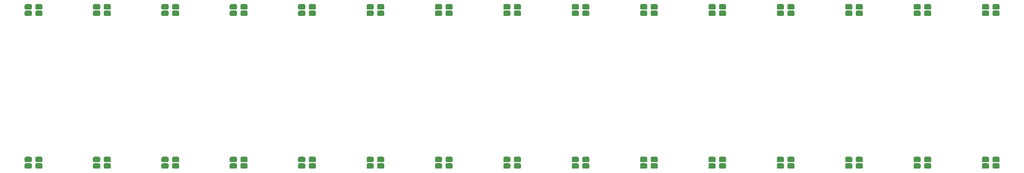
<source format=gbr>
G04 #@! TF.GenerationSoftware,KiCad,Pcbnew,(5.1.2)-2*
G04 #@! TF.CreationDate,2020-02-10T16:58:43+01:00*
G04 #@! TF.ProjectId,S174,53313734-2e6b-4696-9361-645f70636258,rev?*
G04 #@! TF.SameCoordinates,Original*
G04 #@! TF.FileFunction,Paste,Top*
G04 #@! TF.FilePolarity,Positive*
%FSLAX46Y46*%
G04 Gerber Fmt 4.6, Leading zero omitted, Abs format (unit mm)*
G04 Created by KiCad (PCBNEW (5.1.2)-2) date 2020-02-10 16:58:43*
%MOMM*%
%LPD*%
G04 APERTURE LIST*
%ADD10C,0.100000*%
%ADD11C,0.900000*%
G04 APERTURE END LIST*
D10*
G36*
X267697054Y-87101083D02*
G01*
X267718895Y-87104323D01*
X267740314Y-87109688D01*
X267761104Y-87117127D01*
X267781064Y-87126568D01*
X267800003Y-87137919D01*
X267817738Y-87151073D01*
X267834099Y-87165901D01*
X267848927Y-87182262D01*
X267862081Y-87199997D01*
X267873432Y-87218936D01*
X267882873Y-87238896D01*
X267890312Y-87259686D01*
X267895677Y-87281105D01*
X267898917Y-87302946D01*
X267900000Y-87325000D01*
X267900000Y-87775000D01*
X267898917Y-87797054D01*
X267895677Y-87818895D01*
X267890312Y-87840314D01*
X267882873Y-87861104D01*
X267873432Y-87881064D01*
X267862081Y-87900003D01*
X267848927Y-87917738D01*
X267834099Y-87934099D01*
X267817738Y-87948927D01*
X267800003Y-87962081D01*
X267781064Y-87973432D01*
X267761104Y-87982873D01*
X267740314Y-87990312D01*
X267718895Y-87995677D01*
X267697054Y-87998917D01*
X267675000Y-88000000D01*
X266925000Y-88000000D01*
X266902946Y-87998917D01*
X266881105Y-87995677D01*
X266859686Y-87990312D01*
X266838896Y-87982873D01*
X266818936Y-87973432D01*
X266799997Y-87962081D01*
X266782262Y-87948927D01*
X266765901Y-87934099D01*
X266751073Y-87917738D01*
X266737919Y-87900003D01*
X266726568Y-87881064D01*
X266717127Y-87861104D01*
X266709688Y-87840314D01*
X266704323Y-87818895D01*
X266701083Y-87797054D01*
X266700000Y-87775000D01*
X266700000Y-87325000D01*
X266701083Y-87302946D01*
X266704323Y-87281105D01*
X266709688Y-87259686D01*
X266717127Y-87238896D01*
X266726568Y-87218936D01*
X266737919Y-87199997D01*
X266751073Y-87182262D01*
X266765901Y-87165901D01*
X266782262Y-87151073D01*
X266799997Y-87137919D01*
X266818936Y-87126568D01*
X266838896Y-87117127D01*
X266859686Y-87109688D01*
X266881105Y-87104323D01*
X266902946Y-87101083D01*
X266925000Y-87100000D01*
X267675000Y-87100000D01*
X267697054Y-87101083D01*
X267697054Y-87101083D01*
G37*
D11*
X267300000Y-87550000D03*
D10*
G36*
X269497054Y-87101083D02*
G01*
X269518895Y-87104323D01*
X269540314Y-87109688D01*
X269561104Y-87117127D01*
X269581064Y-87126568D01*
X269600003Y-87137919D01*
X269617738Y-87151073D01*
X269634099Y-87165901D01*
X269648927Y-87182262D01*
X269662081Y-87199997D01*
X269673432Y-87218936D01*
X269682873Y-87238896D01*
X269690312Y-87259686D01*
X269695677Y-87281105D01*
X269698917Y-87302946D01*
X269700000Y-87325000D01*
X269700000Y-87775000D01*
X269698917Y-87797054D01*
X269695677Y-87818895D01*
X269690312Y-87840314D01*
X269682873Y-87861104D01*
X269673432Y-87881064D01*
X269662081Y-87900003D01*
X269648927Y-87917738D01*
X269634099Y-87934099D01*
X269617738Y-87948927D01*
X269600003Y-87962081D01*
X269581064Y-87973432D01*
X269561104Y-87982873D01*
X269540314Y-87990312D01*
X269518895Y-87995677D01*
X269497054Y-87998917D01*
X269475000Y-88000000D01*
X268725000Y-88000000D01*
X268702946Y-87998917D01*
X268681105Y-87995677D01*
X268659686Y-87990312D01*
X268638896Y-87982873D01*
X268618936Y-87973432D01*
X268599997Y-87962081D01*
X268582262Y-87948927D01*
X268565901Y-87934099D01*
X268551073Y-87917738D01*
X268537919Y-87900003D01*
X268526568Y-87881064D01*
X268517127Y-87861104D01*
X268509688Y-87840314D01*
X268504323Y-87818895D01*
X268501083Y-87797054D01*
X268500000Y-87775000D01*
X268500000Y-87325000D01*
X268501083Y-87302946D01*
X268504323Y-87281105D01*
X268509688Y-87259686D01*
X268517127Y-87238896D01*
X268526568Y-87218936D01*
X268537919Y-87199997D01*
X268551073Y-87182262D01*
X268565901Y-87165901D01*
X268582262Y-87151073D01*
X268599997Y-87137919D01*
X268618936Y-87126568D01*
X268638896Y-87117127D01*
X268659686Y-87109688D01*
X268681105Y-87104323D01*
X268702946Y-87101083D01*
X268725000Y-87100000D01*
X269475000Y-87100000D01*
X269497054Y-87101083D01*
X269497054Y-87101083D01*
G37*
D11*
X269100000Y-87550000D03*
D10*
G36*
X269497054Y-86001083D02*
G01*
X269518895Y-86004323D01*
X269540314Y-86009688D01*
X269561104Y-86017127D01*
X269581064Y-86026568D01*
X269600003Y-86037919D01*
X269617738Y-86051073D01*
X269634099Y-86065901D01*
X269648927Y-86082262D01*
X269662081Y-86099997D01*
X269673432Y-86118936D01*
X269682873Y-86138896D01*
X269690312Y-86159686D01*
X269695677Y-86181105D01*
X269698917Y-86202946D01*
X269700000Y-86225000D01*
X269700000Y-86675000D01*
X269698917Y-86697054D01*
X269695677Y-86718895D01*
X269690312Y-86740314D01*
X269682873Y-86761104D01*
X269673432Y-86781064D01*
X269662081Y-86800003D01*
X269648927Y-86817738D01*
X269634099Y-86834099D01*
X269617738Y-86848927D01*
X269600003Y-86862081D01*
X269581064Y-86873432D01*
X269561104Y-86882873D01*
X269540314Y-86890312D01*
X269518895Y-86895677D01*
X269497054Y-86898917D01*
X269475000Y-86900000D01*
X268725000Y-86900000D01*
X268702946Y-86898917D01*
X268681105Y-86895677D01*
X268659686Y-86890312D01*
X268638896Y-86882873D01*
X268618936Y-86873432D01*
X268599997Y-86862081D01*
X268582262Y-86848927D01*
X268565901Y-86834099D01*
X268551073Y-86817738D01*
X268537919Y-86800003D01*
X268526568Y-86781064D01*
X268517127Y-86761104D01*
X268509688Y-86740314D01*
X268504323Y-86718895D01*
X268501083Y-86697054D01*
X268500000Y-86675000D01*
X268500000Y-86225000D01*
X268501083Y-86202946D01*
X268504323Y-86181105D01*
X268509688Y-86159686D01*
X268517127Y-86138896D01*
X268526568Y-86118936D01*
X268537919Y-86099997D01*
X268551073Y-86082262D01*
X268565901Y-86065901D01*
X268582262Y-86051073D01*
X268599997Y-86037919D01*
X268618936Y-86026568D01*
X268638896Y-86017127D01*
X268659686Y-86009688D01*
X268681105Y-86004323D01*
X268702946Y-86001083D01*
X268725000Y-86000000D01*
X269475000Y-86000000D01*
X269497054Y-86001083D01*
X269497054Y-86001083D01*
G37*
D11*
X269100000Y-86450000D03*
D10*
G36*
X267697054Y-86001083D02*
G01*
X267718895Y-86004323D01*
X267740314Y-86009688D01*
X267761104Y-86017127D01*
X267781064Y-86026568D01*
X267800003Y-86037919D01*
X267817738Y-86051073D01*
X267834099Y-86065901D01*
X267848927Y-86082262D01*
X267862081Y-86099997D01*
X267873432Y-86118936D01*
X267882873Y-86138896D01*
X267890312Y-86159686D01*
X267895677Y-86181105D01*
X267898917Y-86202946D01*
X267900000Y-86225000D01*
X267900000Y-86675000D01*
X267898917Y-86697054D01*
X267895677Y-86718895D01*
X267890312Y-86740314D01*
X267882873Y-86761104D01*
X267873432Y-86781064D01*
X267862081Y-86800003D01*
X267848927Y-86817738D01*
X267834099Y-86834099D01*
X267817738Y-86848927D01*
X267800003Y-86862081D01*
X267781064Y-86873432D01*
X267761104Y-86882873D01*
X267740314Y-86890312D01*
X267718895Y-86895677D01*
X267697054Y-86898917D01*
X267675000Y-86900000D01*
X266925000Y-86900000D01*
X266902946Y-86898917D01*
X266881105Y-86895677D01*
X266859686Y-86890312D01*
X266838896Y-86882873D01*
X266818936Y-86873432D01*
X266799997Y-86862081D01*
X266782262Y-86848927D01*
X266765901Y-86834099D01*
X266751073Y-86817738D01*
X266737919Y-86800003D01*
X266726568Y-86781064D01*
X266717127Y-86761104D01*
X266709688Y-86740314D01*
X266704323Y-86718895D01*
X266701083Y-86697054D01*
X266700000Y-86675000D01*
X266700000Y-86225000D01*
X266701083Y-86202946D01*
X266704323Y-86181105D01*
X266709688Y-86159686D01*
X266717127Y-86138896D01*
X266726568Y-86118936D01*
X266737919Y-86099997D01*
X266751073Y-86082262D01*
X266765901Y-86065901D01*
X266782262Y-86051073D01*
X266799997Y-86037919D01*
X266818936Y-86026568D01*
X266838896Y-86017127D01*
X266859686Y-86009688D01*
X266881105Y-86004323D01*
X266902946Y-86001083D01*
X266925000Y-86000000D01*
X267675000Y-86000000D01*
X267697054Y-86001083D01*
X267697054Y-86001083D01*
G37*
D11*
X267300000Y-86450000D03*
D10*
G36*
X256097054Y-87101083D02*
G01*
X256118895Y-87104323D01*
X256140314Y-87109688D01*
X256161104Y-87117127D01*
X256181064Y-87126568D01*
X256200003Y-87137919D01*
X256217738Y-87151073D01*
X256234099Y-87165901D01*
X256248927Y-87182262D01*
X256262081Y-87199997D01*
X256273432Y-87218936D01*
X256282873Y-87238896D01*
X256290312Y-87259686D01*
X256295677Y-87281105D01*
X256298917Y-87302946D01*
X256300000Y-87325000D01*
X256300000Y-87775000D01*
X256298917Y-87797054D01*
X256295677Y-87818895D01*
X256290312Y-87840314D01*
X256282873Y-87861104D01*
X256273432Y-87881064D01*
X256262081Y-87900003D01*
X256248927Y-87917738D01*
X256234099Y-87934099D01*
X256217738Y-87948927D01*
X256200003Y-87962081D01*
X256181064Y-87973432D01*
X256161104Y-87982873D01*
X256140314Y-87990312D01*
X256118895Y-87995677D01*
X256097054Y-87998917D01*
X256075000Y-88000000D01*
X255325000Y-88000000D01*
X255302946Y-87998917D01*
X255281105Y-87995677D01*
X255259686Y-87990312D01*
X255238896Y-87982873D01*
X255218936Y-87973432D01*
X255199997Y-87962081D01*
X255182262Y-87948927D01*
X255165901Y-87934099D01*
X255151073Y-87917738D01*
X255137919Y-87900003D01*
X255126568Y-87881064D01*
X255117127Y-87861104D01*
X255109688Y-87840314D01*
X255104323Y-87818895D01*
X255101083Y-87797054D01*
X255100000Y-87775000D01*
X255100000Y-87325000D01*
X255101083Y-87302946D01*
X255104323Y-87281105D01*
X255109688Y-87259686D01*
X255117127Y-87238896D01*
X255126568Y-87218936D01*
X255137919Y-87199997D01*
X255151073Y-87182262D01*
X255165901Y-87165901D01*
X255182262Y-87151073D01*
X255199997Y-87137919D01*
X255218936Y-87126568D01*
X255238896Y-87117127D01*
X255259686Y-87109688D01*
X255281105Y-87104323D01*
X255302946Y-87101083D01*
X255325000Y-87100000D01*
X256075000Y-87100000D01*
X256097054Y-87101083D01*
X256097054Y-87101083D01*
G37*
D11*
X255700000Y-87550000D03*
D10*
G36*
X257897054Y-87101083D02*
G01*
X257918895Y-87104323D01*
X257940314Y-87109688D01*
X257961104Y-87117127D01*
X257981064Y-87126568D01*
X258000003Y-87137919D01*
X258017738Y-87151073D01*
X258034099Y-87165901D01*
X258048927Y-87182262D01*
X258062081Y-87199997D01*
X258073432Y-87218936D01*
X258082873Y-87238896D01*
X258090312Y-87259686D01*
X258095677Y-87281105D01*
X258098917Y-87302946D01*
X258100000Y-87325000D01*
X258100000Y-87775000D01*
X258098917Y-87797054D01*
X258095677Y-87818895D01*
X258090312Y-87840314D01*
X258082873Y-87861104D01*
X258073432Y-87881064D01*
X258062081Y-87900003D01*
X258048927Y-87917738D01*
X258034099Y-87934099D01*
X258017738Y-87948927D01*
X258000003Y-87962081D01*
X257981064Y-87973432D01*
X257961104Y-87982873D01*
X257940314Y-87990312D01*
X257918895Y-87995677D01*
X257897054Y-87998917D01*
X257875000Y-88000000D01*
X257125000Y-88000000D01*
X257102946Y-87998917D01*
X257081105Y-87995677D01*
X257059686Y-87990312D01*
X257038896Y-87982873D01*
X257018936Y-87973432D01*
X256999997Y-87962081D01*
X256982262Y-87948927D01*
X256965901Y-87934099D01*
X256951073Y-87917738D01*
X256937919Y-87900003D01*
X256926568Y-87881064D01*
X256917127Y-87861104D01*
X256909688Y-87840314D01*
X256904323Y-87818895D01*
X256901083Y-87797054D01*
X256900000Y-87775000D01*
X256900000Y-87325000D01*
X256901083Y-87302946D01*
X256904323Y-87281105D01*
X256909688Y-87259686D01*
X256917127Y-87238896D01*
X256926568Y-87218936D01*
X256937919Y-87199997D01*
X256951073Y-87182262D01*
X256965901Y-87165901D01*
X256982262Y-87151073D01*
X256999997Y-87137919D01*
X257018936Y-87126568D01*
X257038896Y-87117127D01*
X257059686Y-87109688D01*
X257081105Y-87104323D01*
X257102946Y-87101083D01*
X257125000Y-87100000D01*
X257875000Y-87100000D01*
X257897054Y-87101083D01*
X257897054Y-87101083D01*
G37*
D11*
X257500000Y-87550000D03*
D10*
G36*
X257897054Y-86001083D02*
G01*
X257918895Y-86004323D01*
X257940314Y-86009688D01*
X257961104Y-86017127D01*
X257981064Y-86026568D01*
X258000003Y-86037919D01*
X258017738Y-86051073D01*
X258034099Y-86065901D01*
X258048927Y-86082262D01*
X258062081Y-86099997D01*
X258073432Y-86118936D01*
X258082873Y-86138896D01*
X258090312Y-86159686D01*
X258095677Y-86181105D01*
X258098917Y-86202946D01*
X258100000Y-86225000D01*
X258100000Y-86675000D01*
X258098917Y-86697054D01*
X258095677Y-86718895D01*
X258090312Y-86740314D01*
X258082873Y-86761104D01*
X258073432Y-86781064D01*
X258062081Y-86800003D01*
X258048927Y-86817738D01*
X258034099Y-86834099D01*
X258017738Y-86848927D01*
X258000003Y-86862081D01*
X257981064Y-86873432D01*
X257961104Y-86882873D01*
X257940314Y-86890312D01*
X257918895Y-86895677D01*
X257897054Y-86898917D01*
X257875000Y-86900000D01*
X257125000Y-86900000D01*
X257102946Y-86898917D01*
X257081105Y-86895677D01*
X257059686Y-86890312D01*
X257038896Y-86882873D01*
X257018936Y-86873432D01*
X256999997Y-86862081D01*
X256982262Y-86848927D01*
X256965901Y-86834099D01*
X256951073Y-86817738D01*
X256937919Y-86800003D01*
X256926568Y-86781064D01*
X256917127Y-86761104D01*
X256909688Y-86740314D01*
X256904323Y-86718895D01*
X256901083Y-86697054D01*
X256900000Y-86675000D01*
X256900000Y-86225000D01*
X256901083Y-86202946D01*
X256904323Y-86181105D01*
X256909688Y-86159686D01*
X256917127Y-86138896D01*
X256926568Y-86118936D01*
X256937919Y-86099997D01*
X256951073Y-86082262D01*
X256965901Y-86065901D01*
X256982262Y-86051073D01*
X256999997Y-86037919D01*
X257018936Y-86026568D01*
X257038896Y-86017127D01*
X257059686Y-86009688D01*
X257081105Y-86004323D01*
X257102946Y-86001083D01*
X257125000Y-86000000D01*
X257875000Y-86000000D01*
X257897054Y-86001083D01*
X257897054Y-86001083D01*
G37*
D11*
X257500000Y-86450000D03*
D10*
G36*
X256097054Y-86001083D02*
G01*
X256118895Y-86004323D01*
X256140314Y-86009688D01*
X256161104Y-86017127D01*
X256181064Y-86026568D01*
X256200003Y-86037919D01*
X256217738Y-86051073D01*
X256234099Y-86065901D01*
X256248927Y-86082262D01*
X256262081Y-86099997D01*
X256273432Y-86118936D01*
X256282873Y-86138896D01*
X256290312Y-86159686D01*
X256295677Y-86181105D01*
X256298917Y-86202946D01*
X256300000Y-86225000D01*
X256300000Y-86675000D01*
X256298917Y-86697054D01*
X256295677Y-86718895D01*
X256290312Y-86740314D01*
X256282873Y-86761104D01*
X256273432Y-86781064D01*
X256262081Y-86800003D01*
X256248927Y-86817738D01*
X256234099Y-86834099D01*
X256217738Y-86848927D01*
X256200003Y-86862081D01*
X256181064Y-86873432D01*
X256161104Y-86882873D01*
X256140314Y-86890312D01*
X256118895Y-86895677D01*
X256097054Y-86898917D01*
X256075000Y-86900000D01*
X255325000Y-86900000D01*
X255302946Y-86898917D01*
X255281105Y-86895677D01*
X255259686Y-86890312D01*
X255238896Y-86882873D01*
X255218936Y-86873432D01*
X255199997Y-86862081D01*
X255182262Y-86848927D01*
X255165901Y-86834099D01*
X255151073Y-86817738D01*
X255137919Y-86800003D01*
X255126568Y-86781064D01*
X255117127Y-86761104D01*
X255109688Y-86740314D01*
X255104323Y-86718895D01*
X255101083Y-86697054D01*
X255100000Y-86675000D01*
X255100000Y-86225000D01*
X255101083Y-86202946D01*
X255104323Y-86181105D01*
X255109688Y-86159686D01*
X255117127Y-86138896D01*
X255126568Y-86118936D01*
X255137919Y-86099997D01*
X255151073Y-86082262D01*
X255165901Y-86065901D01*
X255182262Y-86051073D01*
X255199997Y-86037919D01*
X255218936Y-86026568D01*
X255238896Y-86017127D01*
X255259686Y-86009688D01*
X255281105Y-86004323D01*
X255302946Y-86001083D01*
X255325000Y-86000000D01*
X256075000Y-86000000D01*
X256097054Y-86001083D01*
X256097054Y-86001083D01*
G37*
D11*
X255700000Y-86450000D03*
D10*
G36*
X244497054Y-87101083D02*
G01*
X244518895Y-87104323D01*
X244540314Y-87109688D01*
X244561104Y-87117127D01*
X244581064Y-87126568D01*
X244600003Y-87137919D01*
X244617738Y-87151073D01*
X244634099Y-87165901D01*
X244648927Y-87182262D01*
X244662081Y-87199997D01*
X244673432Y-87218936D01*
X244682873Y-87238896D01*
X244690312Y-87259686D01*
X244695677Y-87281105D01*
X244698917Y-87302946D01*
X244700000Y-87325000D01*
X244700000Y-87775000D01*
X244698917Y-87797054D01*
X244695677Y-87818895D01*
X244690312Y-87840314D01*
X244682873Y-87861104D01*
X244673432Y-87881064D01*
X244662081Y-87900003D01*
X244648927Y-87917738D01*
X244634099Y-87934099D01*
X244617738Y-87948927D01*
X244600003Y-87962081D01*
X244581064Y-87973432D01*
X244561104Y-87982873D01*
X244540314Y-87990312D01*
X244518895Y-87995677D01*
X244497054Y-87998917D01*
X244475000Y-88000000D01*
X243725000Y-88000000D01*
X243702946Y-87998917D01*
X243681105Y-87995677D01*
X243659686Y-87990312D01*
X243638896Y-87982873D01*
X243618936Y-87973432D01*
X243599997Y-87962081D01*
X243582262Y-87948927D01*
X243565901Y-87934099D01*
X243551073Y-87917738D01*
X243537919Y-87900003D01*
X243526568Y-87881064D01*
X243517127Y-87861104D01*
X243509688Y-87840314D01*
X243504323Y-87818895D01*
X243501083Y-87797054D01*
X243500000Y-87775000D01*
X243500000Y-87325000D01*
X243501083Y-87302946D01*
X243504323Y-87281105D01*
X243509688Y-87259686D01*
X243517127Y-87238896D01*
X243526568Y-87218936D01*
X243537919Y-87199997D01*
X243551073Y-87182262D01*
X243565901Y-87165901D01*
X243582262Y-87151073D01*
X243599997Y-87137919D01*
X243618936Y-87126568D01*
X243638896Y-87117127D01*
X243659686Y-87109688D01*
X243681105Y-87104323D01*
X243702946Y-87101083D01*
X243725000Y-87100000D01*
X244475000Y-87100000D01*
X244497054Y-87101083D01*
X244497054Y-87101083D01*
G37*
D11*
X244100000Y-87550000D03*
D10*
G36*
X246297054Y-87101083D02*
G01*
X246318895Y-87104323D01*
X246340314Y-87109688D01*
X246361104Y-87117127D01*
X246381064Y-87126568D01*
X246400003Y-87137919D01*
X246417738Y-87151073D01*
X246434099Y-87165901D01*
X246448927Y-87182262D01*
X246462081Y-87199997D01*
X246473432Y-87218936D01*
X246482873Y-87238896D01*
X246490312Y-87259686D01*
X246495677Y-87281105D01*
X246498917Y-87302946D01*
X246500000Y-87325000D01*
X246500000Y-87775000D01*
X246498917Y-87797054D01*
X246495677Y-87818895D01*
X246490312Y-87840314D01*
X246482873Y-87861104D01*
X246473432Y-87881064D01*
X246462081Y-87900003D01*
X246448927Y-87917738D01*
X246434099Y-87934099D01*
X246417738Y-87948927D01*
X246400003Y-87962081D01*
X246381064Y-87973432D01*
X246361104Y-87982873D01*
X246340314Y-87990312D01*
X246318895Y-87995677D01*
X246297054Y-87998917D01*
X246275000Y-88000000D01*
X245525000Y-88000000D01*
X245502946Y-87998917D01*
X245481105Y-87995677D01*
X245459686Y-87990312D01*
X245438896Y-87982873D01*
X245418936Y-87973432D01*
X245399997Y-87962081D01*
X245382262Y-87948927D01*
X245365901Y-87934099D01*
X245351073Y-87917738D01*
X245337919Y-87900003D01*
X245326568Y-87881064D01*
X245317127Y-87861104D01*
X245309688Y-87840314D01*
X245304323Y-87818895D01*
X245301083Y-87797054D01*
X245300000Y-87775000D01*
X245300000Y-87325000D01*
X245301083Y-87302946D01*
X245304323Y-87281105D01*
X245309688Y-87259686D01*
X245317127Y-87238896D01*
X245326568Y-87218936D01*
X245337919Y-87199997D01*
X245351073Y-87182262D01*
X245365901Y-87165901D01*
X245382262Y-87151073D01*
X245399997Y-87137919D01*
X245418936Y-87126568D01*
X245438896Y-87117127D01*
X245459686Y-87109688D01*
X245481105Y-87104323D01*
X245502946Y-87101083D01*
X245525000Y-87100000D01*
X246275000Y-87100000D01*
X246297054Y-87101083D01*
X246297054Y-87101083D01*
G37*
D11*
X245900000Y-87550000D03*
D10*
G36*
X246297054Y-86001083D02*
G01*
X246318895Y-86004323D01*
X246340314Y-86009688D01*
X246361104Y-86017127D01*
X246381064Y-86026568D01*
X246400003Y-86037919D01*
X246417738Y-86051073D01*
X246434099Y-86065901D01*
X246448927Y-86082262D01*
X246462081Y-86099997D01*
X246473432Y-86118936D01*
X246482873Y-86138896D01*
X246490312Y-86159686D01*
X246495677Y-86181105D01*
X246498917Y-86202946D01*
X246500000Y-86225000D01*
X246500000Y-86675000D01*
X246498917Y-86697054D01*
X246495677Y-86718895D01*
X246490312Y-86740314D01*
X246482873Y-86761104D01*
X246473432Y-86781064D01*
X246462081Y-86800003D01*
X246448927Y-86817738D01*
X246434099Y-86834099D01*
X246417738Y-86848927D01*
X246400003Y-86862081D01*
X246381064Y-86873432D01*
X246361104Y-86882873D01*
X246340314Y-86890312D01*
X246318895Y-86895677D01*
X246297054Y-86898917D01*
X246275000Y-86900000D01*
X245525000Y-86900000D01*
X245502946Y-86898917D01*
X245481105Y-86895677D01*
X245459686Y-86890312D01*
X245438896Y-86882873D01*
X245418936Y-86873432D01*
X245399997Y-86862081D01*
X245382262Y-86848927D01*
X245365901Y-86834099D01*
X245351073Y-86817738D01*
X245337919Y-86800003D01*
X245326568Y-86781064D01*
X245317127Y-86761104D01*
X245309688Y-86740314D01*
X245304323Y-86718895D01*
X245301083Y-86697054D01*
X245300000Y-86675000D01*
X245300000Y-86225000D01*
X245301083Y-86202946D01*
X245304323Y-86181105D01*
X245309688Y-86159686D01*
X245317127Y-86138896D01*
X245326568Y-86118936D01*
X245337919Y-86099997D01*
X245351073Y-86082262D01*
X245365901Y-86065901D01*
X245382262Y-86051073D01*
X245399997Y-86037919D01*
X245418936Y-86026568D01*
X245438896Y-86017127D01*
X245459686Y-86009688D01*
X245481105Y-86004323D01*
X245502946Y-86001083D01*
X245525000Y-86000000D01*
X246275000Y-86000000D01*
X246297054Y-86001083D01*
X246297054Y-86001083D01*
G37*
D11*
X245900000Y-86450000D03*
D10*
G36*
X244497054Y-86001083D02*
G01*
X244518895Y-86004323D01*
X244540314Y-86009688D01*
X244561104Y-86017127D01*
X244581064Y-86026568D01*
X244600003Y-86037919D01*
X244617738Y-86051073D01*
X244634099Y-86065901D01*
X244648927Y-86082262D01*
X244662081Y-86099997D01*
X244673432Y-86118936D01*
X244682873Y-86138896D01*
X244690312Y-86159686D01*
X244695677Y-86181105D01*
X244698917Y-86202946D01*
X244700000Y-86225000D01*
X244700000Y-86675000D01*
X244698917Y-86697054D01*
X244695677Y-86718895D01*
X244690312Y-86740314D01*
X244682873Y-86761104D01*
X244673432Y-86781064D01*
X244662081Y-86800003D01*
X244648927Y-86817738D01*
X244634099Y-86834099D01*
X244617738Y-86848927D01*
X244600003Y-86862081D01*
X244581064Y-86873432D01*
X244561104Y-86882873D01*
X244540314Y-86890312D01*
X244518895Y-86895677D01*
X244497054Y-86898917D01*
X244475000Y-86900000D01*
X243725000Y-86900000D01*
X243702946Y-86898917D01*
X243681105Y-86895677D01*
X243659686Y-86890312D01*
X243638896Y-86882873D01*
X243618936Y-86873432D01*
X243599997Y-86862081D01*
X243582262Y-86848927D01*
X243565901Y-86834099D01*
X243551073Y-86817738D01*
X243537919Y-86800003D01*
X243526568Y-86781064D01*
X243517127Y-86761104D01*
X243509688Y-86740314D01*
X243504323Y-86718895D01*
X243501083Y-86697054D01*
X243500000Y-86675000D01*
X243500000Y-86225000D01*
X243501083Y-86202946D01*
X243504323Y-86181105D01*
X243509688Y-86159686D01*
X243517127Y-86138896D01*
X243526568Y-86118936D01*
X243537919Y-86099997D01*
X243551073Y-86082262D01*
X243565901Y-86065901D01*
X243582262Y-86051073D01*
X243599997Y-86037919D01*
X243618936Y-86026568D01*
X243638896Y-86017127D01*
X243659686Y-86009688D01*
X243681105Y-86004323D01*
X243702946Y-86001083D01*
X243725000Y-86000000D01*
X244475000Y-86000000D01*
X244497054Y-86001083D01*
X244497054Y-86001083D01*
G37*
D11*
X244100000Y-86450000D03*
D10*
G36*
X232897054Y-87101083D02*
G01*
X232918895Y-87104323D01*
X232940314Y-87109688D01*
X232961104Y-87117127D01*
X232981064Y-87126568D01*
X233000003Y-87137919D01*
X233017738Y-87151073D01*
X233034099Y-87165901D01*
X233048927Y-87182262D01*
X233062081Y-87199997D01*
X233073432Y-87218936D01*
X233082873Y-87238896D01*
X233090312Y-87259686D01*
X233095677Y-87281105D01*
X233098917Y-87302946D01*
X233100000Y-87325000D01*
X233100000Y-87775000D01*
X233098917Y-87797054D01*
X233095677Y-87818895D01*
X233090312Y-87840314D01*
X233082873Y-87861104D01*
X233073432Y-87881064D01*
X233062081Y-87900003D01*
X233048927Y-87917738D01*
X233034099Y-87934099D01*
X233017738Y-87948927D01*
X233000003Y-87962081D01*
X232981064Y-87973432D01*
X232961104Y-87982873D01*
X232940314Y-87990312D01*
X232918895Y-87995677D01*
X232897054Y-87998917D01*
X232875000Y-88000000D01*
X232125000Y-88000000D01*
X232102946Y-87998917D01*
X232081105Y-87995677D01*
X232059686Y-87990312D01*
X232038896Y-87982873D01*
X232018936Y-87973432D01*
X231999997Y-87962081D01*
X231982262Y-87948927D01*
X231965901Y-87934099D01*
X231951073Y-87917738D01*
X231937919Y-87900003D01*
X231926568Y-87881064D01*
X231917127Y-87861104D01*
X231909688Y-87840314D01*
X231904323Y-87818895D01*
X231901083Y-87797054D01*
X231900000Y-87775000D01*
X231900000Y-87325000D01*
X231901083Y-87302946D01*
X231904323Y-87281105D01*
X231909688Y-87259686D01*
X231917127Y-87238896D01*
X231926568Y-87218936D01*
X231937919Y-87199997D01*
X231951073Y-87182262D01*
X231965901Y-87165901D01*
X231982262Y-87151073D01*
X231999997Y-87137919D01*
X232018936Y-87126568D01*
X232038896Y-87117127D01*
X232059686Y-87109688D01*
X232081105Y-87104323D01*
X232102946Y-87101083D01*
X232125000Y-87100000D01*
X232875000Y-87100000D01*
X232897054Y-87101083D01*
X232897054Y-87101083D01*
G37*
D11*
X232500000Y-87550000D03*
D10*
G36*
X234697054Y-87101083D02*
G01*
X234718895Y-87104323D01*
X234740314Y-87109688D01*
X234761104Y-87117127D01*
X234781064Y-87126568D01*
X234800003Y-87137919D01*
X234817738Y-87151073D01*
X234834099Y-87165901D01*
X234848927Y-87182262D01*
X234862081Y-87199997D01*
X234873432Y-87218936D01*
X234882873Y-87238896D01*
X234890312Y-87259686D01*
X234895677Y-87281105D01*
X234898917Y-87302946D01*
X234900000Y-87325000D01*
X234900000Y-87775000D01*
X234898917Y-87797054D01*
X234895677Y-87818895D01*
X234890312Y-87840314D01*
X234882873Y-87861104D01*
X234873432Y-87881064D01*
X234862081Y-87900003D01*
X234848927Y-87917738D01*
X234834099Y-87934099D01*
X234817738Y-87948927D01*
X234800003Y-87962081D01*
X234781064Y-87973432D01*
X234761104Y-87982873D01*
X234740314Y-87990312D01*
X234718895Y-87995677D01*
X234697054Y-87998917D01*
X234675000Y-88000000D01*
X233925000Y-88000000D01*
X233902946Y-87998917D01*
X233881105Y-87995677D01*
X233859686Y-87990312D01*
X233838896Y-87982873D01*
X233818936Y-87973432D01*
X233799997Y-87962081D01*
X233782262Y-87948927D01*
X233765901Y-87934099D01*
X233751073Y-87917738D01*
X233737919Y-87900003D01*
X233726568Y-87881064D01*
X233717127Y-87861104D01*
X233709688Y-87840314D01*
X233704323Y-87818895D01*
X233701083Y-87797054D01*
X233700000Y-87775000D01*
X233700000Y-87325000D01*
X233701083Y-87302946D01*
X233704323Y-87281105D01*
X233709688Y-87259686D01*
X233717127Y-87238896D01*
X233726568Y-87218936D01*
X233737919Y-87199997D01*
X233751073Y-87182262D01*
X233765901Y-87165901D01*
X233782262Y-87151073D01*
X233799997Y-87137919D01*
X233818936Y-87126568D01*
X233838896Y-87117127D01*
X233859686Y-87109688D01*
X233881105Y-87104323D01*
X233902946Y-87101083D01*
X233925000Y-87100000D01*
X234675000Y-87100000D01*
X234697054Y-87101083D01*
X234697054Y-87101083D01*
G37*
D11*
X234300000Y-87550000D03*
D10*
G36*
X234697054Y-86001083D02*
G01*
X234718895Y-86004323D01*
X234740314Y-86009688D01*
X234761104Y-86017127D01*
X234781064Y-86026568D01*
X234800003Y-86037919D01*
X234817738Y-86051073D01*
X234834099Y-86065901D01*
X234848927Y-86082262D01*
X234862081Y-86099997D01*
X234873432Y-86118936D01*
X234882873Y-86138896D01*
X234890312Y-86159686D01*
X234895677Y-86181105D01*
X234898917Y-86202946D01*
X234900000Y-86225000D01*
X234900000Y-86675000D01*
X234898917Y-86697054D01*
X234895677Y-86718895D01*
X234890312Y-86740314D01*
X234882873Y-86761104D01*
X234873432Y-86781064D01*
X234862081Y-86800003D01*
X234848927Y-86817738D01*
X234834099Y-86834099D01*
X234817738Y-86848927D01*
X234800003Y-86862081D01*
X234781064Y-86873432D01*
X234761104Y-86882873D01*
X234740314Y-86890312D01*
X234718895Y-86895677D01*
X234697054Y-86898917D01*
X234675000Y-86900000D01*
X233925000Y-86900000D01*
X233902946Y-86898917D01*
X233881105Y-86895677D01*
X233859686Y-86890312D01*
X233838896Y-86882873D01*
X233818936Y-86873432D01*
X233799997Y-86862081D01*
X233782262Y-86848927D01*
X233765901Y-86834099D01*
X233751073Y-86817738D01*
X233737919Y-86800003D01*
X233726568Y-86781064D01*
X233717127Y-86761104D01*
X233709688Y-86740314D01*
X233704323Y-86718895D01*
X233701083Y-86697054D01*
X233700000Y-86675000D01*
X233700000Y-86225000D01*
X233701083Y-86202946D01*
X233704323Y-86181105D01*
X233709688Y-86159686D01*
X233717127Y-86138896D01*
X233726568Y-86118936D01*
X233737919Y-86099997D01*
X233751073Y-86082262D01*
X233765901Y-86065901D01*
X233782262Y-86051073D01*
X233799997Y-86037919D01*
X233818936Y-86026568D01*
X233838896Y-86017127D01*
X233859686Y-86009688D01*
X233881105Y-86004323D01*
X233902946Y-86001083D01*
X233925000Y-86000000D01*
X234675000Y-86000000D01*
X234697054Y-86001083D01*
X234697054Y-86001083D01*
G37*
D11*
X234300000Y-86450000D03*
D10*
G36*
X232897054Y-86001083D02*
G01*
X232918895Y-86004323D01*
X232940314Y-86009688D01*
X232961104Y-86017127D01*
X232981064Y-86026568D01*
X233000003Y-86037919D01*
X233017738Y-86051073D01*
X233034099Y-86065901D01*
X233048927Y-86082262D01*
X233062081Y-86099997D01*
X233073432Y-86118936D01*
X233082873Y-86138896D01*
X233090312Y-86159686D01*
X233095677Y-86181105D01*
X233098917Y-86202946D01*
X233100000Y-86225000D01*
X233100000Y-86675000D01*
X233098917Y-86697054D01*
X233095677Y-86718895D01*
X233090312Y-86740314D01*
X233082873Y-86761104D01*
X233073432Y-86781064D01*
X233062081Y-86800003D01*
X233048927Y-86817738D01*
X233034099Y-86834099D01*
X233017738Y-86848927D01*
X233000003Y-86862081D01*
X232981064Y-86873432D01*
X232961104Y-86882873D01*
X232940314Y-86890312D01*
X232918895Y-86895677D01*
X232897054Y-86898917D01*
X232875000Y-86900000D01*
X232125000Y-86900000D01*
X232102946Y-86898917D01*
X232081105Y-86895677D01*
X232059686Y-86890312D01*
X232038896Y-86882873D01*
X232018936Y-86873432D01*
X231999997Y-86862081D01*
X231982262Y-86848927D01*
X231965901Y-86834099D01*
X231951073Y-86817738D01*
X231937919Y-86800003D01*
X231926568Y-86781064D01*
X231917127Y-86761104D01*
X231909688Y-86740314D01*
X231904323Y-86718895D01*
X231901083Y-86697054D01*
X231900000Y-86675000D01*
X231900000Y-86225000D01*
X231901083Y-86202946D01*
X231904323Y-86181105D01*
X231909688Y-86159686D01*
X231917127Y-86138896D01*
X231926568Y-86118936D01*
X231937919Y-86099997D01*
X231951073Y-86082262D01*
X231965901Y-86065901D01*
X231982262Y-86051073D01*
X231999997Y-86037919D01*
X232018936Y-86026568D01*
X232038896Y-86017127D01*
X232059686Y-86009688D01*
X232081105Y-86004323D01*
X232102946Y-86001083D01*
X232125000Y-86000000D01*
X232875000Y-86000000D01*
X232897054Y-86001083D01*
X232897054Y-86001083D01*
G37*
D11*
X232500000Y-86450000D03*
D10*
G36*
X221297054Y-87101083D02*
G01*
X221318895Y-87104323D01*
X221340314Y-87109688D01*
X221361104Y-87117127D01*
X221381064Y-87126568D01*
X221400003Y-87137919D01*
X221417738Y-87151073D01*
X221434099Y-87165901D01*
X221448927Y-87182262D01*
X221462081Y-87199997D01*
X221473432Y-87218936D01*
X221482873Y-87238896D01*
X221490312Y-87259686D01*
X221495677Y-87281105D01*
X221498917Y-87302946D01*
X221500000Y-87325000D01*
X221500000Y-87775000D01*
X221498917Y-87797054D01*
X221495677Y-87818895D01*
X221490312Y-87840314D01*
X221482873Y-87861104D01*
X221473432Y-87881064D01*
X221462081Y-87900003D01*
X221448927Y-87917738D01*
X221434099Y-87934099D01*
X221417738Y-87948927D01*
X221400003Y-87962081D01*
X221381064Y-87973432D01*
X221361104Y-87982873D01*
X221340314Y-87990312D01*
X221318895Y-87995677D01*
X221297054Y-87998917D01*
X221275000Y-88000000D01*
X220525000Y-88000000D01*
X220502946Y-87998917D01*
X220481105Y-87995677D01*
X220459686Y-87990312D01*
X220438896Y-87982873D01*
X220418936Y-87973432D01*
X220399997Y-87962081D01*
X220382262Y-87948927D01*
X220365901Y-87934099D01*
X220351073Y-87917738D01*
X220337919Y-87900003D01*
X220326568Y-87881064D01*
X220317127Y-87861104D01*
X220309688Y-87840314D01*
X220304323Y-87818895D01*
X220301083Y-87797054D01*
X220300000Y-87775000D01*
X220300000Y-87325000D01*
X220301083Y-87302946D01*
X220304323Y-87281105D01*
X220309688Y-87259686D01*
X220317127Y-87238896D01*
X220326568Y-87218936D01*
X220337919Y-87199997D01*
X220351073Y-87182262D01*
X220365901Y-87165901D01*
X220382262Y-87151073D01*
X220399997Y-87137919D01*
X220418936Y-87126568D01*
X220438896Y-87117127D01*
X220459686Y-87109688D01*
X220481105Y-87104323D01*
X220502946Y-87101083D01*
X220525000Y-87100000D01*
X221275000Y-87100000D01*
X221297054Y-87101083D01*
X221297054Y-87101083D01*
G37*
D11*
X220900000Y-87550000D03*
D10*
G36*
X223097054Y-87101083D02*
G01*
X223118895Y-87104323D01*
X223140314Y-87109688D01*
X223161104Y-87117127D01*
X223181064Y-87126568D01*
X223200003Y-87137919D01*
X223217738Y-87151073D01*
X223234099Y-87165901D01*
X223248927Y-87182262D01*
X223262081Y-87199997D01*
X223273432Y-87218936D01*
X223282873Y-87238896D01*
X223290312Y-87259686D01*
X223295677Y-87281105D01*
X223298917Y-87302946D01*
X223300000Y-87325000D01*
X223300000Y-87775000D01*
X223298917Y-87797054D01*
X223295677Y-87818895D01*
X223290312Y-87840314D01*
X223282873Y-87861104D01*
X223273432Y-87881064D01*
X223262081Y-87900003D01*
X223248927Y-87917738D01*
X223234099Y-87934099D01*
X223217738Y-87948927D01*
X223200003Y-87962081D01*
X223181064Y-87973432D01*
X223161104Y-87982873D01*
X223140314Y-87990312D01*
X223118895Y-87995677D01*
X223097054Y-87998917D01*
X223075000Y-88000000D01*
X222325000Y-88000000D01*
X222302946Y-87998917D01*
X222281105Y-87995677D01*
X222259686Y-87990312D01*
X222238896Y-87982873D01*
X222218936Y-87973432D01*
X222199997Y-87962081D01*
X222182262Y-87948927D01*
X222165901Y-87934099D01*
X222151073Y-87917738D01*
X222137919Y-87900003D01*
X222126568Y-87881064D01*
X222117127Y-87861104D01*
X222109688Y-87840314D01*
X222104323Y-87818895D01*
X222101083Y-87797054D01*
X222100000Y-87775000D01*
X222100000Y-87325000D01*
X222101083Y-87302946D01*
X222104323Y-87281105D01*
X222109688Y-87259686D01*
X222117127Y-87238896D01*
X222126568Y-87218936D01*
X222137919Y-87199997D01*
X222151073Y-87182262D01*
X222165901Y-87165901D01*
X222182262Y-87151073D01*
X222199997Y-87137919D01*
X222218936Y-87126568D01*
X222238896Y-87117127D01*
X222259686Y-87109688D01*
X222281105Y-87104323D01*
X222302946Y-87101083D01*
X222325000Y-87100000D01*
X223075000Y-87100000D01*
X223097054Y-87101083D01*
X223097054Y-87101083D01*
G37*
D11*
X222700000Y-87550000D03*
D10*
G36*
X223097054Y-86001083D02*
G01*
X223118895Y-86004323D01*
X223140314Y-86009688D01*
X223161104Y-86017127D01*
X223181064Y-86026568D01*
X223200003Y-86037919D01*
X223217738Y-86051073D01*
X223234099Y-86065901D01*
X223248927Y-86082262D01*
X223262081Y-86099997D01*
X223273432Y-86118936D01*
X223282873Y-86138896D01*
X223290312Y-86159686D01*
X223295677Y-86181105D01*
X223298917Y-86202946D01*
X223300000Y-86225000D01*
X223300000Y-86675000D01*
X223298917Y-86697054D01*
X223295677Y-86718895D01*
X223290312Y-86740314D01*
X223282873Y-86761104D01*
X223273432Y-86781064D01*
X223262081Y-86800003D01*
X223248927Y-86817738D01*
X223234099Y-86834099D01*
X223217738Y-86848927D01*
X223200003Y-86862081D01*
X223181064Y-86873432D01*
X223161104Y-86882873D01*
X223140314Y-86890312D01*
X223118895Y-86895677D01*
X223097054Y-86898917D01*
X223075000Y-86900000D01*
X222325000Y-86900000D01*
X222302946Y-86898917D01*
X222281105Y-86895677D01*
X222259686Y-86890312D01*
X222238896Y-86882873D01*
X222218936Y-86873432D01*
X222199997Y-86862081D01*
X222182262Y-86848927D01*
X222165901Y-86834099D01*
X222151073Y-86817738D01*
X222137919Y-86800003D01*
X222126568Y-86781064D01*
X222117127Y-86761104D01*
X222109688Y-86740314D01*
X222104323Y-86718895D01*
X222101083Y-86697054D01*
X222100000Y-86675000D01*
X222100000Y-86225000D01*
X222101083Y-86202946D01*
X222104323Y-86181105D01*
X222109688Y-86159686D01*
X222117127Y-86138896D01*
X222126568Y-86118936D01*
X222137919Y-86099997D01*
X222151073Y-86082262D01*
X222165901Y-86065901D01*
X222182262Y-86051073D01*
X222199997Y-86037919D01*
X222218936Y-86026568D01*
X222238896Y-86017127D01*
X222259686Y-86009688D01*
X222281105Y-86004323D01*
X222302946Y-86001083D01*
X222325000Y-86000000D01*
X223075000Y-86000000D01*
X223097054Y-86001083D01*
X223097054Y-86001083D01*
G37*
D11*
X222700000Y-86450000D03*
D10*
G36*
X221297054Y-86001083D02*
G01*
X221318895Y-86004323D01*
X221340314Y-86009688D01*
X221361104Y-86017127D01*
X221381064Y-86026568D01*
X221400003Y-86037919D01*
X221417738Y-86051073D01*
X221434099Y-86065901D01*
X221448927Y-86082262D01*
X221462081Y-86099997D01*
X221473432Y-86118936D01*
X221482873Y-86138896D01*
X221490312Y-86159686D01*
X221495677Y-86181105D01*
X221498917Y-86202946D01*
X221500000Y-86225000D01*
X221500000Y-86675000D01*
X221498917Y-86697054D01*
X221495677Y-86718895D01*
X221490312Y-86740314D01*
X221482873Y-86761104D01*
X221473432Y-86781064D01*
X221462081Y-86800003D01*
X221448927Y-86817738D01*
X221434099Y-86834099D01*
X221417738Y-86848927D01*
X221400003Y-86862081D01*
X221381064Y-86873432D01*
X221361104Y-86882873D01*
X221340314Y-86890312D01*
X221318895Y-86895677D01*
X221297054Y-86898917D01*
X221275000Y-86900000D01*
X220525000Y-86900000D01*
X220502946Y-86898917D01*
X220481105Y-86895677D01*
X220459686Y-86890312D01*
X220438896Y-86882873D01*
X220418936Y-86873432D01*
X220399997Y-86862081D01*
X220382262Y-86848927D01*
X220365901Y-86834099D01*
X220351073Y-86817738D01*
X220337919Y-86800003D01*
X220326568Y-86781064D01*
X220317127Y-86761104D01*
X220309688Y-86740314D01*
X220304323Y-86718895D01*
X220301083Y-86697054D01*
X220300000Y-86675000D01*
X220300000Y-86225000D01*
X220301083Y-86202946D01*
X220304323Y-86181105D01*
X220309688Y-86159686D01*
X220317127Y-86138896D01*
X220326568Y-86118936D01*
X220337919Y-86099997D01*
X220351073Y-86082262D01*
X220365901Y-86065901D01*
X220382262Y-86051073D01*
X220399997Y-86037919D01*
X220418936Y-86026568D01*
X220438896Y-86017127D01*
X220459686Y-86009688D01*
X220481105Y-86004323D01*
X220502946Y-86001083D01*
X220525000Y-86000000D01*
X221275000Y-86000000D01*
X221297054Y-86001083D01*
X221297054Y-86001083D01*
G37*
D11*
X220900000Y-86450000D03*
D10*
G36*
X209697054Y-87101083D02*
G01*
X209718895Y-87104323D01*
X209740314Y-87109688D01*
X209761104Y-87117127D01*
X209781064Y-87126568D01*
X209800003Y-87137919D01*
X209817738Y-87151073D01*
X209834099Y-87165901D01*
X209848927Y-87182262D01*
X209862081Y-87199997D01*
X209873432Y-87218936D01*
X209882873Y-87238896D01*
X209890312Y-87259686D01*
X209895677Y-87281105D01*
X209898917Y-87302946D01*
X209900000Y-87325000D01*
X209900000Y-87775000D01*
X209898917Y-87797054D01*
X209895677Y-87818895D01*
X209890312Y-87840314D01*
X209882873Y-87861104D01*
X209873432Y-87881064D01*
X209862081Y-87900003D01*
X209848927Y-87917738D01*
X209834099Y-87934099D01*
X209817738Y-87948927D01*
X209800003Y-87962081D01*
X209781064Y-87973432D01*
X209761104Y-87982873D01*
X209740314Y-87990312D01*
X209718895Y-87995677D01*
X209697054Y-87998917D01*
X209675000Y-88000000D01*
X208925000Y-88000000D01*
X208902946Y-87998917D01*
X208881105Y-87995677D01*
X208859686Y-87990312D01*
X208838896Y-87982873D01*
X208818936Y-87973432D01*
X208799997Y-87962081D01*
X208782262Y-87948927D01*
X208765901Y-87934099D01*
X208751073Y-87917738D01*
X208737919Y-87900003D01*
X208726568Y-87881064D01*
X208717127Y-87861104D01*
X208709688Y-87840314D01*
X208704323Y-87818895D01*
X208701083Y-87797054D01*
X208700000Y-87775000D01*
X208700000Y-87325000D01*
X208701083Y-87302946D01*
X208704323Y-87281105D01*
X208709688Y-87259686D01*
X208717127Y-87238896D01*
X208726568Y-87218936D01*
X208737919Y-87199997D01*
X208751073Y-87182262D01*
X208765901Y-87165901D01*
X208782262Y-87151073D01*
X208799997Y-87137919D01*
X208818936Y-87126568D01*
X208838896Y-87117127D01*
X208859686Y-87109688D01*
X208881105Y-87104323D01*
X208902946Y-87101083D01*
X208925000Y-87100000D01*
X209675000Y-87100000D01*
X209697054Y-87101083D01*
X209697054Y-87101083D01*
G37*
D11*
X209300000Y-87550000D03*
D10*
G36*
X211497054Y-87101083D02*
G01*
X211518895Y-87104323D01*
X211540314Y-87109688D01*
X211561104Y-87117127D01*
X211581064Y-87126568D01*
X211600003Y-87137919D01*
X211617738Y-87151073D01*
X211634099Y-87165901D01*
X211648927Y-87182262D01*
X211662081Y-87199997D01*
X211673432Y-87218936D01*
X211682873Y-87238896D01*
X211690312Y-87259686D01*
X211695677Y-87281105D01*
X211698917Y-87302946D01*
X211700000Y-87325000D01*
X211700000Y-87775000D01*
X211698917Y-87797054D01*
X211695677Y-87818895D01*
X211690312Y-87840314D01*
X211682873Y-87861104D01*
X211673432Y-87881064D01*
X211662081Y-87900003D01*
X211648927Y-87917738D01*
X211634099Y-87934099D01*
X211617738Y-87948927D01*
X211600003Y-87962081D01*
X211581064Y-87973432D01*
X211561104Y-87982873D01*
X211540314Y-87990312D01*
X211518895Y-87995677D01*
X211497054Y-87998917D01*
X211475000Y-88000000D01*
X210725000Y-88000000D01*
X210702946Y-87998917D01*
X210681105Y-87995677D01*
X210659686Y-87990312D01*
X210638896Y-87982873D01*
X210618936Y-87973432D01*
X210599997Y-87962081D01*
X210582262Y-87948927D01*
X210565901Y-87934099D01*
X210551073Y-87917738D01*
X210537919Y-87900003D01*
X210526568Y-87881064D01*
X210517127Y-87861104D01*
X210509688Y-87840314D01*
X210504323Y-87818895D01*
X210501083Y-87797054D01*
X210500000Y-87775000D01*
X210500000Y-87325000D01*
X210501083Y-87302946D01*
X210504323Y-87281105D01*
X210509688Y-87259686D01*
X210517127Y-87238896D01*
X210526568Y-87218936D01*
X210537919Y-87199997D01*
X210551073Y-87182262D01*
X210565901Y-87165901D01*
X210582262Y-87151073D01*
X210599997Y-87137919D01*
X210618936Y-87126568D01*
X210638896Y-87117127D01*
X210659686Y-87109688D01*
X210681105Y-87104323D01*
X210702946Y-87101083D01*
X210725000Y-87100000D01*
X211475000Y-87100000D01*
X211497054Y-87101083D01*
X211497054Y-87101083D01*
G37*
D11*
X211100000Y-87550000D03*
D10*
G36*
X211497054Y-86001083D02*
G01*
X211518895Y-86004323D01*
X211540314Y-86009688D01*
X211561104Y-86017127D01*
X211581064Y-86026568D01*
X211600003Y-86037919D01*
X211617738Y-86051073D01*
X211634099Y-86065901D01*
X211648927Y-86082262D01*
X211662081Y-86099997D01*
X211673432Y-86118936D01*
X211682873Y-86138896D01*
X211690312Y-86159686D01*
X211695677Y-86181105D01*
X211698917Y-86202946D01*
X211700000Y-86225000D01*
X211700000Y-86675000D01*
X211698917Y-86697054D01*
X211695677Y-86718895D01*
X211690312Y-86740314D01*
X211682873Y-86761104D01*
X211673432Y-86781064D01*
X211662081Y-86800003D01*
X211648927Y-86817738D01*
X211634099Y-86834099D01*
X211617738Y-86848927D01*
X211600003Y-86862081D01*
X211581064Y-86873432D01*
X211561104Y-86882873D01*
X211540314Y-86890312D01*
X211518895Y-86895677D01*
X211497054Y-86898917D01*
X211475000Y-86900000D01*
X210725000Y-86900000D01*
X210702946Y-86898917D01*
X210681105Y-86895677D01*
X210659686Y-86890312D01*
X210638896Y-86882873D01*
X210618936Y-86873432D01*
X210599997Y-86862081D01*
X210582262Y-86848927D01*
X210565901Y-86834099D01*
X210551073Y-86817738D01*
X210537919Y-86800003D01*
X210526568Y-86781064D01*
X210517127Y-86761104D01*
X210509688Y-86740314D01*
X210504323Y-86718895D01*
X210501083Y-86697054D01*
X210500000Y-86675000D01*
X210500000Y-86225000D01*
X210501083Y-86202946D01*
X210504323Y-86181105D01*
X210509688Y-86159686D01*
X210517127Y-86138896D01*
X210526568Y-86118936D01*
X210537919Y-86099997D01*
X210551073Y-86082262D01*
X210565901Y-86065901D01*
X210582262Y-86051073D01*
X210599997Y-86037919D01*
X210618936Y-86026568D01*
X210638896Y-86017127D01*
X210659686Y-86009688D01*
X210681105Y-86004323D01*
X210702946Y-86001083D01*
X210725000Y-86000000D01*
X211475000Y-86000000D01*
X211497054Y-86001083D01*
X211497054Y-86001083D01*
G37*
D11*
X211100000Y-86450000D03*
D10*
G36*
X209697054Y-86001083D02*
G01*
X209718895Y-86004323D01*
X209740314Y-86009688D01*
X209761104Y-86017127D01*
X209781064Y-86026568D01*
X209800003Y-86037919D01*
X209817738Y-86051073D01*
X209834099Y-86065901D01*
X209848927Y-86082262D01*
X209862081Y-86099997D01*
X209873432Y-86118936D01*
X209882873Y-86138896D01*
X209890312Y-86159686D01*
X209895677Y-86181105D01*
X209898917Y-86202946D01*
X209900000Y-86225000D01*
X209900000Y-86675000D01*
X209898917Y-86697054D01*
X209895677Y-86718895D01*
X209890312Y-86740314D01*
X209882873Y-86761104D01*
X209873432Y-86781064D01*
X209862081Y-86800003D01*
X209848927Y-86817738D01*
X209834099Y-86834099D01*
X209817738Y-86848927D01*
X209800003Y-86862081D01*
X209781064Y-86873432D01*
X209761104Y-86882873D01*
X209740314Y-86890312D01*
X209718895Y-86895677D01*
X209697054Y-86898917D01*
X209675000Y-86900000D01*
X208925000Y-86900000D01*
X208902946Y-86898917D01*
X208881105Y-86895677D01*
X208859686Y-86890312D01*
X208838896Y-86882873D01*
X208818936Y-86873432D01*
X208799997Y-86862081D01*
X208782262Y-86848927D01*
X208765901Y-86834099D01*
X208751073Y-86817738D01*
X208737919Y-86800003D01*
X208726568Y-86781064D01*
X208717127Y-86761104D01*
X208709688Y-86740314D01*
X208704323Y-86718895D01*
X208701083Y-86697054D01*
X208700000Y-86675000D01*
X208700000Y-86225000D01*
X208701083Y-86202946D01*
X208704323Y-86181105D01*
X208709688Y-86159686D01*
X208717127Y-86138896D01*
X208726568Y-86118936D01*
X208737919Y-86099997D01*
X208751073Y-86082262D01*
X208765901Y-86065901D01*
X208782262Y-86051073D01*
X208799997Y-86037919D01*
X208818936Y-86026568D01*
X208838896Y-86017127D01*
X208859686Y-86009688D01*
X208881105Y-86004323D01*
X208902946Y-86001083D01*
X208925000Y-86000000D01*
X209675000Y-86000000D01*
X209697054Y-86001083D01*
X209697054Y-86001083D01*
G37*
D11*
X209300000Y-86450000D03*
D10*
G36*
X198097054Y-87101083D02*
G01*
X198118895Y-87104323D01*
X198140314Y-87109688D01*
X198161104Y-87117127D01*
X198181064Y-87126568D01*
X198200003Y-87137919D01*
X198217738Y-87151073D01*
X198234099Y-87165901D01*
X198248927Y-87182262D01*
X198262081Y-87199997D01*
X198273432Y-87218936D01*
X198282873Y-87238896D01*
X198290312Y-87259686D01*
X198295677Y-87281105D01*
X198298917Y-87302946D01*
X198300000Y-87325000D01*
X198300000Y-87775000D01*
X198298917Y-87797054D01*
X198295677Y-87818895D01*
X198290312Y-87840314D01*
X198282873Y-87861104D01*
X198273432Y-87881064D01*
X198262081Y-87900003D01*
X198248927Y-87917738D01*
X198234099Y-87934099D01*
X198217738Y-87948927D01*
X198200003Y-87962081D01*
X198181064Y-87973432D01*
X198161104Y-87982873D01*
X198140314Y-87990312D01*
X198118895Y-87995677D01*
X198097054Y-87998917D01*
X198075000Y-88000000D01*
X197325000Y-88000000D01*
X197302946Y-87998917D01*
X197281105Y-87995677D01*
X197259686Y-87990312D01*
X197238896Y-87982873D01*
X197218936Y-87973432D01*
X197199997Y-87962081D01*
X197182262Y-87948927D01*
X197165901Y-87934099D01*
X197151073Y-87917738D01*
X197137919Y-87900003D01*
X197126568Y-87881064D01*
X197117127Y-87861104D01*
X197109688Y-87840314D01*
X197104323Y-87818895D01*
X197101083Y-87797054D01*
X197100000Y-87775000D01*
X197100000Y-87325000D01*
X197101083Y-87302946D01*
X197104323Y-87281105D01*
X197109688Y-87259686D01*
X197117127Y-87238896D01*
X197126568Y-87218936D01*
X197137919Y-87199997D01*
X197151073Y-87182262D01*
X197165901Y-87165901D01*
X197182262Y-87151073D01*
X197199997Y-87137919D01*
X197218936Y-87126568D01*
X197238896Y-87117127D01*
X197259686Y-87109688D01*
X197281105Y-87104323D01*
X197302946Y-87101083D01*
X197325000Y-87100000D01*
X198075000Y-87100000D01*
X198097054Y-87101083D01*
X198097054Y-87101083D01*
G37*
D11*
X197700000Y-87550000D03*
D10*
G36*
X199897054Y-87101083D02*
G01*
X199918895Y-87104323D01*
X199940314Y-87109688D01*
X199961104Y-87117127D01*
X199981064Y-87126568D01*
X200000003Y-87137919D01*
X200017738Y-87151073D01*
X200034099Y-87165901D01*
X200048927Y-87182262D01*
X200062081Y-87199997D01*
X200073432Y-87218936D01*
X200082873Y-87238896D01*
X200090312Y-87259686D01*
X200095677Y-87281105D01*
X200098917Y-87302946D01*
X200100000Y-87325000D01*
X200100000Y-87775000D01*
X200098917Y-87797054D01*
X200095677Y-87818895D01*
X200090312Y-87840314D01*
X200082873Y-87861104D01*
X200073432Y-87881064D01*
X200062081Y-87900003D01*
X200048927Y-87917738D01*
X200034099Y-87934099D01*
X200017738Y-87948927D01*
X200000003Y-87962081D01*
X199981064Y-87973432D01*
X199961104Y-87982873D01*
X199940314Y-87990312D01*
X199918895Y-87995677D01*
X199897054Y-87998917D01*
X199875000Y-88000000D01*
X199125000Y-88000000D01*
X199102946Y-87998917D01*
X199081105Y-87995677D01*
X199059686Y-87990312D01*
X199038896Y-87982873D01*
X199018936Y-87973432D01*
X198999997Y-87962081D01*
X198982262Y-87948927D01*
X198965901Y-87934099D01*
X198951073Y-87917738D01*
X198937919Y-87900003D01*
X198926568Y-87881064D01*
X198917127Y-87861104D01*
X198909688Y-87840314D01*
X198904323Y-87818895D01*
X198901083Y-87797054D01*
X198900000Y-87775000D01*
X198900000Y-87325000D01*
X198901083Y-87302946D01*
X198904323Y-87281105D01*
X198909688Y-87259686D01*
X198917127Y-87238896D01*
X198926568Y-87218936D01*
X198937919Y-87199997D01*
X198951073Y-87182262D01*
X198965901Y-87165901D01*
X198982262Y-87151073D01*
X198999997Y-87137919D01*
X199018936Y-87126568D01*
X199038896Y-87117127D01*
X199059686Y-87109688D01*
X199081105Y-87104323D01*
X199102946Y-87101083D01*
X199125000Y-87100000D01*
X199875000Y-87100000D01*
X199897054Y-87101083D01*
X199897054Y-87101083D01*
G37*
D11*
X199500000Y-87550000D03*
D10*
G36*
X199897054Y-86001083D02*
G01*
X199918895Y-86004323D01*
X199940314Y-86009688D01*
X199961104Y-86017127D01*
X199981064Y-86026568D01*
X200000003Y-86037919D01*
X200017738Y-86051073D01*
X200034099Y-86065901D01*
X200048927Y-86082262D01*
X200062081Y-86099997D01*
X200073432Y-86118936D01*
X200082873Y-86138896D01*
X200090312Y-86159686D01*
X200095677Y-86181105D01*
X200098917Y-86202946D01*
X200100000Y-86225000D01*
X200100000Y-86675000D01*
X200098917Y-86697054D01*
X200095677Y-86718895D01*
X200090312Y-86740314D01*
X200082873Y-86761104D01*
X200073432Y-86781064D01*
X200062081Y-86800003D01*
X200048927Y-86817738D01*
X200034099Y-86834099D01*
X200017738Y-86848927D01*
X200000003Y-86862081D01*
X199981064Y-86873432D01*
X199961104Y-86882873D01*
X199940314Y-86890312D01*
X199918895Y-86895677D01*
X199897054Y-86898917D01*
X199875000Y-86900000D01*
X199125000Y-86900000D01*
X199102946Y-86898917D01*
X199081105Y-86895677D01*
X199059686Y-86890312D01*
X199038896Y-86882873D01*
X199018936Y-86873432D01*
X198999997Y-86862081D01*
X198982262Y-86848927D01*
X198965901Y-86834099D01*
X198951073Y-86817738D01*
X198937919Y-86800003D01*
X198926568Y-86781064D01*
X198917127Y-86761104D01*
X198909688Y-86740314D01*
X198904323Y-86718895D01*
X198901083Y-86697054D01*
X198900000Y-86675000D01*
X198900000Y-86225000D01*
X198901083Y-86202946D01*
X198904323Y-86181105D01*
X198909688Y-86159686D01*
X198917127Y-86138896D01*
X198926568Y-86118936D01*
X198937919Y-86099997D01*
X198951073Y-86082262D01*
X198965901Y-86065901D01*
X198982262Y-86051073D01*
X198999997Y-86037919D01*
X199018936Y-86026568D01*
X199038896Y-86017127D01*
X199059686Y-86009688D01*
X199081105Y-86004323D01*
X199102946Y-86001083D01*
X199125000Y-86000000D01*
X199875000Y-86000000D01*
X199897054Y-86001083D01*
X199897054Y-86001083D01*
G37*
D11*
X199500000Y-86450000D03*
D10*
G36*
X198097054Y-86001083D02*
G01*
X198118895Y-86004323D01*
X198140314Y-86009688D01*
X198161104Y-86017127D01*
X198181064Y-86026568D01*
X198200003Y-86037919D01*
X198217738Y-86051073D01*
X198234099Y-86065901D01*
X198248927Y-86082262D01*
X198262081Y-86099997D01*
X198273432Y-86118936D01*
X198282873Y-86138896D01*
X198290312Y-86159686D01*
X198295677Y-86181105D01*
X198298917Y-86202946D01*
X198300000Y-86225000D01*
X198300000Y-86675000D01*
X198298917Y-86697054D01*
X198295677Y-86718895D01*
X198290312Y-86740314D01*
X198282873Y-86761104D01*
X198273432Y-86781064D01*
X198262081Y-86800003D01*
X198248927Y-86817738D01*
X198234099Y-86834099D01*
X198217738Y-86848927D01*
X198200003Y-86862081D01*
X198181064Y-86873432D01*
X198161104Y-86882873D01*
X198140314Y-86890312D01*
X198118895Y-86895677D01*
X198097054Y-86898917D01*
X198075000Y-86900000D01*
X197325000Y-86900000D01*
X197302946Y-86898917D01*
X197281105Y-86895677D01*
X197259686Y-86890312D01*
X197238896Y-86882873D01*
X197218936Y-86873432D01*
X197199997Y-86862081D01*
X197182262Y-86848927D01*
X197165901Y-86834099D01*
X197151073Y-86817738D01*
X197137919Y-86800003D01*
X197126568Y-86781064D01*
X197117127Y-86761104D01*
X197109688Y-86740314D01*
X197104323Y-86718895D01*
X197101083Y-86697054D01*
X197100000Y-86675000D01*
X197100000Y-86225000D01*
X197101083Y-86202946D01*
X197104323Y-86181105D01*
X197109688Y-86159686D01*
X197117127Y-86138896D01*
X197126568Y-86118936D01*
X197137919Y-86099997D01*
X197151073Y-86082262D01*
X197165901Y-86065901D01*
X197182262Y-86051073D01*
X197199997Y-86037919D01*
X197218936Y-86026568D01*
X197238896Y-86017127D01*
X197259686Y-86009688D01*
X197281105Y-86004323D01*
X197302946Y-86001083D01*
X197325000Y-86000000D01*
X198075000Y-86000000D01*
X198097054Y-86001083D01*
X198097054Y-86001083D01*
G37*
D11*
X197700000Y-86450000D03*
D10*
G36*
X186497054Y-87101083D02*
G01*
X186518895Y-87104323D01*
X186540314Y-87109688D01*
X186561104Y-87117127D01*
X186581064Y-87126568D01*
X186600003Y-87137919D01*
X186617738Y-87151073D01*
X186634099Y-87165901D01*
X186648927Y-87182262D01*
X186662081Y-87199997D01*
X186673432Y-87218936D01*
X186682873Y-87238896D01*
X186690312Y-87259686D01*
X186695677Y-87281105D01*
X186698917Y-87302946D01*
X186700000Y-87325000D01*
X186700000Y-87775000D01*
X186698917Y-87797054D01*
X186695677Y-87818895D01*
X186690312Y-87840314D01*
X186682873Y-87861104D01*
X186673432Y-87881064D01*
X186662081Y-87900003D01*
X186648927Y-87917738D01*
X186634099Y-87934099D01*
X186617738Y-87948927D01*
X186600003Y-87962081D01*
X186581064Y-87973432D01*
X186561104Y-87982873D01*
X186540314Y-87990312D01*
X186518895Y-87995677D01*
X186497054Y-87998917D01*
X186475000Y-88000000D01*
X185725000Y-88000000D01*
X185702946Y-87998917D01*
X185681105Y-87995677D01*
X185659686Y-87990312D01*
X185638896Y-87982873D01*
X185618936Y-87973432D01*
X185599997Y-87962081D01*
X185582262Y-87948927D01*
X185565901Y-87934099D01*
X185551073Y-87917738D01*
X185537919Y-87900003D01*
X185526568Y-87881064D01*
X185517127Y-87861104D01*
X185509688Y-87840314D01*
X185504323Y-87818895D01*
X185501083Y-87797054D01*
X185500000Y-87775000D01*
X185500000Y-87325000D01*
X185501083Y-87302946D01*
X185504323Y-87281105D01*
X185509688Y-87259686D01*
X185517127Y-87238896D01*
X185526568Y-87218936D01*
X185537919Y-87199997D01*
X185551073Y-87182262D01*
X185565901Y-87165901D01*
X185582262Y-87151073D01*
X185599997Y-87137919D01*
X185618936Y-87126568D01*
X185638896Y-87117127D01*
X185659686Y-87109688D01*
X185681105Y-87104323D01*
X185702946Y-87101083D01*
X185725000Y-87100000D01*
X186475000Y-87100000D01*
X186497054Y-87101083D01*
X186497054Y-87101083D01*
G37*
D11*
X186100000Y-87550000D03*
D10*
G36*
X188297054Y-87101083D02*
G01*
X188318895Y-87104323D01*
X188340314Y-87109688D01*
X188361104Y-87117127D01*
X188381064Y-87126568D01*
X188400003Y-87137919D01*
X188417738Y-87151073D01*
X188434099Y-87165901D01*
X188448927Y-87182262D01*
X188462081Y-87199997D01*
X188473432Y-87218936D01*
X188482873Y-87238896D01*
X188490312Y-87259686D01*
X188495677Y-87281105D01*
X188498917Y-87302946D01*
X188500000Y-87325000D01*
X188500000Y-87775000D01*
X188498917Y-87797054D01*
X188495677Y-87818895D01*
X188490312Y-87840314D01*
X188482873Y-87861104D01*
X188473432Y-87881064D01*
X188462081Y-87900003D01*
X188448927Y-87917738D01*
X188434099Y-87934099D01*
X188417738Y-87948927D01*
X188400003Y-87962081D01*
X188381064Y-87973432D01*
X188361104Y-87982873D01*
X188340314Y-87990312D01*
X188318895Y-87995677D01*
X188297054Y-87998917D01*
X188275000Y-88000000D01*
X187525000Y-88000000D01*
X187502946Y-87998917D01*
X187481105Y-87995677D01*
X187459686Y-87990312D01*
X187438896Y-87982873D01*
X187418936Y-87973432D01*
X187399997Y-87962081D01*
X187382262Y-87948927D01*
X187365901Y-87934099D01*
X187351073Y-87917738D01*
X187337919Y-87900003D01*
X187326568Y-87881064D01*
X187317127Y-87861104D01*
X187309688Y-87840314D01*
X187304323Y-87818895D01*
X187301083Y-87797054D01*
X187300000Y-87775000D01*
X187300000Y-87325000D01*
X187301083Y-87302946D01*
X187304323Y-87281105D01*
X187309688Y-87259686D01*
X187317127Y-87238896D01*
X187326568Y-87218936D01*
X187337919Y-87199997D01*
X187351073Y-87182262D01*
X187365901Y-87165901D01*
X187382262Y-87151073D01*
X187399997Y-87137919D01*
X187418936Y-87126568D01*
X187438896Y-87117127D01*
X187459686Y-87109688D01*
X187481105Y-87104323D01*
X187502946Y-87101083D01*
X187525000Y-87100000D01*
X188275000Y-87100000D01*
X188297054Y-87101083D01*
X188297054Y-87101083D01*
G37*
D11*
X187900000Y-87550000D03*
D10*
G36*
X188297054Y-86001083D02*
G01*
X188318895Y-86004323D01*
X188340314Y-86009688D01*
X188361104Y-86017127D01*
X188381064Y-86026568D01*
X188400003Y-86037919D01*
X188417738Y-86051073D01*
X188434099Y-86065901D01*
X188448927Y-86082262D01*
X188462081Y-86099997D01*
X188473432Y-86118936D01*
X188482873Y-86138896D01*
X188490312Y-86159686D01*
X188495677Y-86181105D01*
X188498917Y-86202946D01*
X188500000Y-86225000D01*
X188500000Y-86675000D01*
X188498917Y-86697054D01*
X188495677Y-86718895D01*
X188490312Y-86740314D01*
X188482873Y-86761104D01*
X188473432Y-86781064D01*
X188462081Y-86800003D01*
X188448927Y-86817738D01*
X188434099Y-86834099D01*
X188417738Y-86848927D01*
X188400003Y-86862081D01*
X188381064Y-86873432D01*
X188361104Y-86882873D01*
X188340314Y-86890312D01*
X188318895Y-86895677D01*
X188297054Y-86898917D01*
X188275000Y-86900000D01*
X187525000Y-86900000D01*
X187502946Y-86898917D01*
X187481105Y-86895677D01*
X187459686Y-86890312D01*
X187438896Y-86882873D01*
X187418936Y-86873432D01*
X187399997Y-86862081D01*
X187382262Y-86848927D01*
X187365901Y-86834099D01*
X187351073Y-86817738D01*
X187337919Y-86800003D01*
X187326568Y-86781064D01*
X187317127Y-86761104D01*
X187309688Y-86740314D01*
X187304323Y-86718895D01*
X187301083Y-86697054D01*
X187300000Y-86675000D01*
X187300000Y-86225000D01*
X187301083Y-86202946D01*
X187304323Y-86181105D01*
X187309688Y-86159686D01*
X187317127Y-86138896D01*
X187326568Y-86118936D01*
X187337919Y-86099997D01*
X187351073Y-86082262D01*
X187365901Y-86065901D01*
X187382262Y-86051073D01*
X187399997Y-86037919D01*
X187418936Y-86026568D01*
X187438896Y-86017127D01*
X187459686Y-86009688D01*
X187481105Y-86004323D01*
X187502946Y-86001083D01*
X187525000Y-86000000D01*
X188275000Y-86000000D01*
X188297054Y-86001083D01*
X188297054Y-86001083D01*
G37*
D11*
X187900000Y-86450000D03*
D10*
G36*
X186497054Y-86001083D02*
G01*
X186518895Y-86004323D01*
X186540314Y-86009688D01*
X186561104Y-86017127D01*
X186581064Y-86026568D01*
X186600003Y-86037919D01*
X186617738Y-86051073D01*
X186634099Y-86065901D01*
X186648927Y-86082262D01*
X186662081Y-86099997D01*
X186673432Y-86118936D01*
X186682873Y-86138896D01*
X186690312Y-86159686D01*
X186695677Y-86181105D01*
X186698917Y-86202946D01*
X186700000Y-86225000D01*
X186700000Y-86675000D01*
X186698917Y-86697054D01*
X186695677Y-86718895D01*
X186690312Y-86740314D01*
X186682873Y-86761104D01*
X186673432Y-86781064D01*
X186662081Y-86800003D01*
X186648927Y-86817738D01*
X186634099Y-86834099D01*
X186617738Y-86848927D01*
X186600003Y-86862081D01*
X186581064Y-86873432D01*
X186561104Y-86882873D01*
X186540314Y-86890312D01*
X186518895Y-86895677D01*
X186497054Y-86898917D01*
X186475000Y-86900000D01*
X185725000Y-86900000D01*
X185702946Y-86898917D01*
X185681105Y-86895677D01*
X185659686Y-86890312D01*
X185638896Y-86882873D01*
X185618936Y-86873432D01*
X185599997Y-86862081D01*
X185582262Y-86848927D01*
X185565901Y-86834099D01*
X185551073Y-86817738D01*
X185537919Y-86800003D01*
X185526568Y-86781064D01*
X185517127Y-86761104D01*
X185509688Y-86740314D01*
X185504323Y-86718895D01*
X185501083Y-86697054D01*
X185500000Y-86675000D01*
X185500000Y-86225000D01*
X185501083Y-86202946D01*
X185504323Y-86181105D01*
X185509688Y-86159686D01*
X185517127Y-86138896D01*
X185526568Y-86118936D01*
X185537919Y-86099997D01*
X185551073Y-86082262D01*
X185565901Y-86065901D01*
X185582262Y-86051073D01*
X185599997Y-86037919D01*
X185618936Y-86026568D01*
X185638896Y-86017127D01*
X185659686Y-86009688D01*
X185681105Y-86004323D01*
X185702946Y-86001083D01*
X185725000Y-86000000D01*
X186475000Y-86000000D01*
X186497054Y-86001083D01*
X186497054Y-86001083D01*
G37*
D11*
X186100000Y-86450000D03*
D10*
G36*
X174897054Y-87101083D02*
G01*
X174918895Y-87104323D01*
X174940314Y-87109688D01*
X174961104Y-87117127D01*
X174981064Y-87126568D01*
X175000003Y-87137919D01*
X175017738Y-87151073D01*
X175034099Y-87165901D01*
X175048927Y-87182262D01*
X175062081Y-87199997D01*
X175073432Y-87218936D01*
X175082873Y-87238896D01*
X175090312Y-87259686D01*
X175095677Y-87281105D01*
X175098917Y-87302946D01*
X175100000Y-87325000D01*
X175100000Y-87775000D01*
X175098917Y-87797054D01*
X175095677Y-87818895D01*
X175090312Y-87840314D01*
X175082873Y-87861104D01*
X175073432Y-87881064D01*
X175062081Y-87900003D01*
X175048927Y-87917738D01*
X175034099Y-87934099D01*
X175017738Y-87948927D01*
X175000003Y-87962081D01*
X174981064Y-87973432D01*
X174961104Y-87982873D01*
X174940314Y-87990312D01*
X174918895Y-87995677D01*
X174897054Y-87998917D01*
X174875000Y-88000000D01*
X174125000Y-88000000D01*
X174102946Y-87998917D01*
X174081105Y-87995677D01*
X174059686Y-87990312D01*
X174038896Y-87982873D01*
X174018936Y-87973432D01*
X173999997Y-87962081D01*
X173982262Y-87948927D01*
X173965901Y-87934099D01*
X173951073Y-87917738D01*
X173937919Y-87900003D01*
X173926568Y-87881064D01*
X173917127Y-87861104D01*
X173909688Y-87840314D01*
X173904323Y-87818895D01*
X173901083Y-87797054D01*
X173900000Y-87775000D01*
X173900000Y-87325000D01*
X173901083Y-87302946D01*
X173904323Y-87281105D01*
X173909688Y-87259686D01*
X173917127Y-87238896D01*
X173926568Y-87218936D01*
X173937919Y-87199997D01*
X173951073Y-87182262D01*
X173965901Y-87165901D01*
X173982262Y-87151073D01*
X173999997Y-87137919D01*
X174018936Y-87126568D01*
X174038896Y-87117127D01*
X174059686Y-87109688D01*
X174081105Y-87104323D01*
X174102946Y-87101083D01*
X174125000Y-87100000D01*
X174875000Y-87100000D01*
X174897054Y-87101083D01*
X174897054Y-87101083D01*
G37*
D11*
X174500000Y-87550000D03*
D10*
G36*
X176697054Y-87101083D02*
G01*
X176718895Y-87104323D01*
X176740314Y-87109688D01*
X176761104Y-87117127D01*
X176781064Y-87126568D01*
X176800003Y-87137919D01*
X176817738Y-87151073D01*
X176834099Y-87165901D01*
X176848927Y-87182262D01*
X176862081Y-87199997D01*
X176873432Y-87218936D01*
X176882873Y-87238896D01*
X176890312Y-87259686D01*
X176895677Y-87281105D01*
X176898917Y-87302946D01*
X176900000Y-87325000D01*
X176900000Y-87775000D01*
X176898917Y-87797054D01*
X176895677Y-87818895D01*
X176890312Y-87840314D01*
X176882873Y-87861104D01*
X176873432Y-87881064D01*
X176862081Y-87900003D01*
X176848927Y-87917738D01*
X176834099Y-87934099D01*
X176817738Y-87948927D01*
X176800003Y-87962081D01*
X176781064Y-87973432D01*
X176761104Y-87982873D01*
X176740314Y-87990312D01*
X176718895Y-87995677D01*
X176697054Y-87998917D01*
X176675000Y-88000000D01*
X175925000Y-88000000D01*
X175902946Y-87998917D01*
X175881105Y-87995677D01*
X175859686Y-87990312D01*
X175838896Y-87982873D01*
X175818936Y-87973432D01*
X175799997Y-87962081D01*
X175782262Y-87948927D01*
X175765901Y-87934099D01*
X175751073Y-87917738D01*
X175737919Y-87900003D01*
X175726568Y-87881064D01*
X175717127Y-87861104D01*
X175709688Y-87840314D01*
X175704323Y-87818895D01*
X175701083Y-87797054D01*
X175700000Y-87775000D01*
X175700000Y-87325000D01*
X175701083Y-87302946D01*
X175704323Y-87281105D01*
X175709688Y-87259686D01*
X175717127Y-87238896D01*
X175726568Y-87218936D01*
X175737919Y-87199997D01*
X175751073Y-87182262D01*
X175765901Y-87165901D01*
X175782262Y-87151073D01*
X175799997Y-87137919D01*
X175818936Y-87126568D01*
X175838896Y-87117127D01*
X175859686Y-87109688D01*
X175881105Y-87104323D01*
X175902946Y-87101083D01*
X175925000Y-87100000D01*
X176675000Y-87100000D01*
X176697054Y-87101083D01*
X176697054Y-87101083D01*
G37*
D11*
X176300000Y-87550000D03*
D10*
G36*
X176697054Y-86001083D02*
G01*
X176718895Y-86004323D01*
X176740314Y-86009688D01*
X176761104Y-86017127D01*
X176781064Y-86026568D01*
X176800003Y-86037919D01*
X176817738Y-86051073D01*
X176834099Y-86065901D01*
X176848927Y-86082262D01*
X176862081Y-86099997D01*
X176873432Y-86118936D01*
X176882873Y-86138896D01*
X176890312Y-86159686D01*
X176895677Y-86181105D01*
X176898917Y-86202946D01*
X176900000Y-86225000D01*
X176900000Y-86675000D01*
X176898917Y-86697054D01*
X176895677Y-86718895D01*
X176890312Y-86740314D01*
X176882873Y-86761104D01*
X176873432Y-86781064D01*
X176862081Y-86800003D01*
X176848927Y-86817738D01*
X176834099Y-86834099D01*
X176817738Y-86848927D01*
X176800003Y-86862081D01*
X176781064Y-86873432D01*
X176761104Y-86882873D01*
X176740314Y-86890312D01*
X176718895Y-86895677D01*
X176697054Y-86898917D01*
X176675000Y-86900000D01*
X175925000Y-86900000D01*
X175902946Y-86898917D01*
X175881105Y-86895677D01*
X175859686Y-86890312D01*
X175838896Y-86882873D01*
X175818936Y-86873432D01*
X175799997Y-86862081D01*
X175782262Y-86848927D01*
X175765901Y-86834099D01*
X175751073Y-86817738D01*
X175737919Y-86800003D01*
X175726568Y-86781064D01*
X175717127Y-86761104D01*
X175709688Y-86740314D01*
X175704323Y-86718895D01*
X175701083Y-86697054D01*
X175700000Y-86675000D01*
X175700000Y-86225000D01*
X175701083Y-86202946D01*
X175704323Y-86181105D01*
X175709688Y-86159686D01*
X175717127Y-86138896D01*
X175726568Y-86118936D01*
X175737919Y-86099997D01*
X175751073Y-86082262D01*
X175765901Y-86065901D01*
X175782262Y-86051073D01*
X175799997Y-86037919D01*
X175818936Y-86026568D01*
X175838896Y-86017127D01*
X175859686Y-86009688D01*
X175881105Y-86004323D01*
X175902946Y-86001083D01*
X175925000Y-86000000D01*
X176675000Y-86000000D01*
X176697054Y-86001083D01*
X176697054Y-86001083D01*
G37*
D11*
X176300000Y-86450000D03*
D10*
G36*
X174897054Y-86001083D02*
G01*
X174918895Y-86004323D01*
X174940314Y-86009688D01*
X174961104Y-86017127D01*
X174981064Y-86026568D01*
X175000003Y-86037919D01*
X175017738Y-86051073D01*
X175034099Y-86065901D01*
X175048927Y-86082262D01*
X175062081Y-86099997D01*
X175073432Y-86118936D01*
X175082873Y-86138896D01*
X175090312Y-86159686D01*
X175095677Y-86181105D01*
X175098917Y-86202946D01*
X175100000Y-86225000D01*
X175100000Y-86675000D01*
X175098917Y-86697054D01*
X175095677Y-86718895D01*
X175090312Y-86740314D01*
X175082873Y-86761104D01*
X175073432Y-86781064D01*
X175062081Y-86800003D01*
X175048927Y-86817738D01*
X175034099Y-86834099D01*
X175017738Y-86848927D01*
X175000003Y-86862081D01*
X174981064Y-86873432D01*
X174961104Y-86882873D01*
X174940314Y-86890312D01*
X174918895Y-86895677D01*
X174897054Y-86898917D01*
X174875000Y-86900000D01*
X174125000Y-86900000D01*
X174102946Y-86898917D01*
X174081105Y-86895677D01*
X174059686Y-86890312D01*
X174038896Y-86882873D01*
X174018936Y-86873432D01*
X173999997Y-86862081D01*
X173982262Y-86848927D01*
X173965901Y-86834099D01*
X173951073Y-86817738D01*
X173937919Y-86800003D01*
X173926568Y-86781064D01*
X173917127Y-86761104D01*
X173909688Y-86740314D01*
X173904323Y-86718895D01*
X173901083Y-86697054D01*
X173900000Y-86675000D01*
X173900000Y-86225000D01*
X173901083Y-86202946D01*
X173904323Y-86181105D01*
X173909688Y-86159686D01*
X173917127Y-86138896D01*
X173926568Y-86118936D01*
X173937919Y-86099997D01*
X173951073Y-86082262D01*
X173965901Y-86065901D01*
X173982262Y-86051073D01*
X173999997Y-86037919D01*
X174018936Y-86026568D01*
X174038896Y-86017127D01*
X174059686Y-86009688D01*
X174081105Y-86004323D01*
X174102946Y-86001083D01*
X174125000Y-86000000D01*
X174875000Y-86000000D01*
X174897054Y-86001083D01*
X174897054Y-86001083D01*
G37*
D11*
X174500000Y-86450000D03*
D10*
G36*
X163297054Y-87101083D02*
G01*
X163318895Y-87104323D01*
X163340314Y-87109688D01*
X163361104Y-87117127D01*
X163381064Y-87126568D01*
X163400003Y-87137919D01*
X163417738Y-87151073D01*
X163434099Y-87165901D01*
X163448927Y-87182262D01*
X163462081Y-87199997D01*
X163473432Y-87218936D01*
X163482873Y-87238896D01*
X163490312Y-87259686D01*
X163495677Y-87281105D01*
X163498917Y-87302946D01*
X163500000Y-87325000D01*
X163500000Y-87775000D01*
X163498917Y-87797054D01*
X163495677Y-87818895D01*
X163490312Y-87840314D01*
X163482873Y-87861104D01*
X163473432Y-87881064D01*
X163462081Y-87900003D01*
X163448927Y-87917738D01*
X163434099Y-87934099D01*
X163417738Y-87948927D01*
X163400003Y-87962081D01*
X163381064Y-87973432D01*
X163361104Y-87982873D01*
X163340314Y-87990312D01*
X163318895Y-87995677D01*
X163297054Y-87998917D01*
X163275000Y-88000000D01*
X162525000Y-88000000D01*
X162502946Y-87998917D01*
X162481105Y-87995677D01*
X162459686Y-87990312D01*
X162438896Y-87982873D01*
X162418936Y-87973432D01*
X162399997Y-87962081D01*
X162382262Y-87948927D01*
X162365901Y-87934099D01*
X162351073Y-87917738D01*
X162337919Y-87900003D01*
X162326568Y-87881064D01*
X162317127Y-87861104D01*
X162309688Y-87840314D01*
X162304323Y-87818895D01*
X162301083Y-87797054D01*
X162300000Y-87775000D01*
X162300000Y-87325000D01*
X162301083Y-87302946D01*
X162304323Y-87281105D01*
X162309688Y-87259686D01*
X162317127Y-87238896D01*
X162326568Y-87218936D01*
X162337919Y-87199997D01*
X162351073Y-87182262D01*
X162365901Y-87165901D01*
X162382262Y-87151073D01*
X162399997Y-87137919D01*
X162418936Y-87126568D01*
X162438896Y-87117127D01*
X162459686Y-87109688D01*
X162481105Y-87104323D01*
X162502946Y-87101083D01*
X162525000Y-87100000D01*
X163275000Y-87100000D01*
X163297054Y-87101083D01*
X163297054Y-87101083D01*
G37*
D11*
X162900000Y-87550000D03*
D10*
G36*
X165097054Y-87101083D02*
G01*
X165118895Y-87104323D01*
X165140314Y-87109688D01*
X165161104Y-87117127D01*
X165181064Y-87126568D01*
X165200003Y-87137919D01*
X165217738Y-87151073D01*
X165234099Y-87165901D01*
X165248927Y-87182262D01*
X165262081Y-87199997D01*
X165273432Y-87218936D01*
X165282873Y-87238896D01*
X165290312Y-87259686D01*
X165295677Y-87281105D01*
X165298917Y-87302946D01*
X165300000Y-87325000D01*
X165300000Y-87775000D01*
X165298917Y-87797054D01*
X165295677Y-87818895D01*
X165290312Y-87840314D01*
X165282873Y-87861104D01*
X165273432Y-87881064D01*
X165262081Y-87900003D01*
X165248927Y-87917738D01*
X165234099Y-87934099D01*
X165217738Y-87948927D01*
X165200003Y-87962081D01*
X165181064Y-87973432D01*
X165161104Y-87982873D01*
X165140314Y-87990312D01*
X165118895Y-87995677D01*
X165097054Y-87998917D01*
X165075000Y-88000000D01*
X164325000Y-88000000D01*
X164302946Y-87998917D01*
X164281105Y-87995677D01*
X164259686Y-87990312D01*
X164238896Y-87982873D01*
X164218936Y-87973432D01*
X164199997Y-87962081D01*
X164182262Y-87948927D01*
X164165901Y-87934099D01*
X164151073Y-87917738D01*
X164137919Y-87900003D01*
X164126568Y-87881064D01*
X164117127Y-87861104D01*
X164109688Y-87840314D01*
X164104323Y-87818895D01*
X164101083Y-87797054D01*
X164100000Y-87775000D01*
X164100000Y-87325000D01*
X164101083Y-87302946D01*
X164104323Y-87281105D01*
X164109688Y-87259686D01*
X164117127Y-87238896D01*
X164126568Y-87218936D01*
X164137919Y-87199997D01*
X164151073Y-87182262D01*
X164165901Y-87165901D01*
X164182262Y-87151073D01*
X164199997Y-87137919D01*
X164218936Y-87126568D01*
X164238896Y-87117127D01*
X164259686Y-87109688D01*
X164281105Y-87104323D01*
X164302946Y-87101083D01*
X164325000Y-87100000D01*
X165075000Y-87100000D01*
X165097054Y-87101083D01*
X165097054Y-87101083D01*
G37*
D11*
X164700000Y-87550000D03*
D10*
G36*
X165097054Y-86001083D02*
G01*
X165118895Y-86004323D01*
X165140314Y-86009688D01*
X165161104Y-86017127D01*
X165181064Y-86026568D01*
X165200003Y-86037919D01*
X165217738Y-86051073D01*
X165234099Y-86065901D01*
X165248927Y-86082262D01*
X165262081Y-86099997D01*
X165273432Y-86118936D01*
X165282873Y-86138896D01*
X165290312Y-86159686D01*
X165295677Y-86181105D01*
X165298917Y-86202946D01*
X165300000Y-86225000D01*
X165300000Y-86675000D01*
X165298917Y-86697054D01*
X165295677Y-86718895D01*
X165290312Y-86740314D01*
X165282873Y-86761104D01*
X165273432Y-86781064D01*
X165262081Y-86800003D01*
X165248927Y-86817738D01*
X165234099Y-86834099D01*
X165217738Y-86848927D01*
X165200003Y-86862081D01*
X165181064Y-86873432D01*
X165161104Y-86882873D01*
X165140314Y-86890312D01*
X165118895Y-86895677D01*
X165097054Y-86898917D01*
X165075000Y-86900000D01*
X164325000Y-86900000D01*
X164302946Y-86898917D01*
X164281105Y-86895677D01*
X164259686Y-86890312D01*
X164238896Y-86882873D01*
X164218936Y-86873432D01*
X164199997Y-86862081D01*
X164182262Y-86848927D01*
X164165901Y-86834099D01*
X164151073Y-86817738D01*
X164137919Y-86800003D01*
X164126568Y-86781064D01*
X164117127Y-86761104D01*
X164109688Y-86740314D01*
X164104323Y-86718895D01*
X164101083Y-86697054D01*
X164100000Y-86675000D01*
X164100000Y-86225000D01*
X164101083Y-86202946D01*
X164104323Y-86181105D01*
X164109688Y-86159686D01*
X164117127Y-86138896D01*
X164126568Y-86118936D01*
X164137919Y-86099997D01*
X164151073Y-86082262D01*
X164165901Y-86065901D01*
X164182262Y-86051073D01*
X164199997Y-86037919D01*
X164218936Y-86026568D01*
X164238896Y-86017127D01*
X164259686Y-86009688D01*
X164281105Y-86004323D01*
X164302946Y-86001083D01*
X164325000Y-86000000D01*
X165075000Y-86000000D01*
X165097054Y-86001083D01*
X165097054Y-86001083D01*
G37*
D11*
X164700000Y-86450000D03*
D10*
G36*
X163297054Y-86001083D02*
G01*
X163318895Y-86004323D01*
X163340314Y-86009688D01*
X163361104Y-86017127D01*
X163381064Y-86026568D01*
X163400003Y-86037919D01*
X163417738Y-86051073D01*
X163434099Y-86065901D01*
X163448927Y-86082262D01*
X163462081Y-86099997D01*
X163473432Y-86118936D01*
X163482873Y-86138896D01*
X163490312Y-86159686D01*
X163495677Y-86181105D01*
X163498917Y-86202946D01*
X163500000Y-86225000D01*
X163500000Y-86675000D01*
X163498917Y-86697054D01*
X163495677Y-86718895D01*
X163490312Y-86740314D01*
X163482873Y-86761104D01*
X163473432Y-86781064D01*
X163462081Y-86800003D01*
X163448927Y-86817738D01*
X163434099Y-86834099D01*
X163417738Y-86848927D01*
X163400003Y-86862081D01*
X163381064Y-86873432D01*
X163361104Y-86882873D01*
X163340314Y-86890312D01*
X163318895Y-86895677D01*
X163297054Y-86898917D01*
X163275000Y-86900000D01*
X162525000Y-86900000D01*
X162502946Y-86898917D01*
X162481105Y-86895677D01*
X162459686Y-86890312D01*
X162438896Y-86882873D01*
X162418936Y-86873432D01*
X162399997Y-86862081D01*
X162382262Y-86848927D01*
X162365901Y-86834099D01*
X162351073Y-86817738D01*
X162337919Y-86800003D01*
X162326568Y-86781064D01*
X162317127Y-86761104D01*
X162309688Y-86740314D01*
X162304323Y-86718895D01*
X162301083Y-86697054D01*
X162300000Y-86675000D01*
X162300000Y-86225000D01*
X162301083Y-86202946D01*
X162304323Y-86181105D01*
X162309688Y-86159686D01*
X162317127Y-86138896D01*
X162326568Y-86118936D01*
X162337919Y-86099997D01*
X162351073Y-86082262D01*
X162365901Y-86065901D01*
X162382262Y-86051073D01*
X162399997Y-86037919D01*
X162418936Y-86026568D01*
X162438896Y-86017127D01*
X162459686Y-86009688D01*
X162481105Y-86004323D01*
X162502946Y-86001083D01*
X162525000Y-86000000D01*
X163275000Y-86000000D01*
X163297054Y-86001083D01*
X163297054Y-86001083D01*
G37*
D11*
X162900000Y-86450000D03*
D10*
G36*
X151697054Y-87101083D02*
G01*
X151718895Y-87104323D01*
X151740314Y-87109688D01*
X151761104Y-87117127D01*
X151781064Y-87126568D01*
X151800003Y-87137919D01*
X151817738Y-87151073D01*
X151834099Y-87165901D01*
X151848927Y-87182262D01*
X151862081Y-87199997D01*
X151873432Y-87218936D01*
X151882873Y-87238896D01*
X151890312Y-87259686D01*
X151895677Y-87281105D01*
X151898917Y-87302946D01*
X151900000Y-87325000D01*
X151900000Y-87775000D01*
X151898917Y-87797054D01*
X151895677Y-87818895D01*
X151890312Y-87840314D01*
X151882873Y-87861104D01*
X151873432Y-87881064D01*
X151862081Y-87900003D01*
X151848927Y-87917738D01*
X151834099Y-87934099D01*
X151817738Y-87948927D01*
X151800003Y-87962081D01*
X151781064Y-87973432D01*
X151761104Y-87982873D01*
X151740314Y-87990312D01*
X151718895Y-87995677D01*
X151697054Y-87998917D01*
X151675000Y-88000000D01*
X150925000Y-88000000D01*
X150902946Y-87998917D01*
X150881105Y-87995677D01*
X150859686Y-87990312D01*
X150838896Y-87982873D01*
X150818936Y-87973432D01*
X150799997Y-87962081D01*
X150782262Y-87948927D01*
X150765901Y-87934099D01*
X150751073Y-87917738D01*
X150737919Y-87900003D01*
X150726568Y-87881064D01*
X150717127Y-87861104D01*
X150709688Y-87840314D01*
X150704323Y-87818895D01*
X150701083Y-87797054D01*
X150700000Y-87775000D01*
X150700000Y-87325000D01*
X150701083Y-87302946D01*
X150704323Y-87281105D01*
X150709688Y-87259686D01*
X150717127Y-87238896D01*
X150726568Y-87218936D01*
X150737919Y-87199997D01*
X150751073Y-87182262D01*
X150765901Y-87165901D01*
X150782262Y-87151073D01*
X150799997Y-87137919D01*
X150818936Y-87126568D01*
X150838896Y-87117127D01*
X150859686Y-87109688D01*
X150881105Y-87104323D01*
X150902946Y-87101083D01*
X150925000Y-87100000D01*
X151675000Y-87100000D01*
X151697054Y-87101083D01*
X151697054Y-87101083D01*
G37*
D11*
X151300000Y-87550000D03*
D10*
G36*
X153497054Y-87101083D02*
G01*
X153518895Y-87104323D01*
X153540314Y-87109688D01*
X153561104Y-87117127D01*
X153581064Y-87126568D01*
X153600003Y-87137919D01*
X153617738Y-87151073D01*
X153634099Y-87165901D01*
X153648927Y-87182262D01*
X153662081Y-87199997D01*
X153673432Y-87218936D01*
X153682873Y-87238896D01*
X153690312Y-87259686D01*
X153695677Y-87281105D01*
X153698917Y-87302946D01*
X153700000Y-87325000D01*
X153700000Y-87775000D01*
X153698917Y-87797054D01*
X153695677Y-87818895D01*
X153690312Y-87840314D01*
X153682873Y-87861104D01*
X153673432Y-87881064D01*
X153662081Y-87900003D01*
X153648927Y-87917738D01*
X153634099Y-87934099D01*
X153617738Y-87948927D01*
X153600003Y-87962081D01*
X153581064Y-87973432D01*
X153561104Y-87982873D01*
X153540314Y-87990312D01*
X153518895Y-87995677D01*
X153497054Y-87998917D01*
X153475000Y-88000000D01*
X152725000Y-88000000D01*
X152702946Y-87998917D01*
X152681105Y-87995677D01*
X152659686Y-87990312D01*
X152638896Y-87982873D01*
X152618936Y-87973432D01*
X152599997Y-87962081D01*
X152582262Y-87948927D01*
X152565901Y-87934099D01*
X152551073Y-87917738D01*
X152537919Y-87900003D01*
X152526568Y-87881064D01*
X152517127Y-87861104D01*
X152509688Y-87840314D01*
X152504323Y-87818895D01*
X152501083Y-87797054D01*
X152500000Y-87775000D01*
X152500000Y-87325000D01*
X152501083Y-87302946D01*
X152504323Y-87281105D01*
X152509688Y-87259686D01*
X152517127Y-87238896D01*
X152526568Y-87218936D01*
X152537919Y-87199997D01*
X152551073Y-87182262D01*
X152565901Y-87165901D01*
X152582262Y-87151073D01*
X152599997Y-87137919D01*
X152618936Y-87126568D01*
X152638896Y-87117127D01*
X152659686Y-87109688D01*
X152681105Y-87104323D01*
X152702946Y-87101083D01*
X152725000Y-87100000D01*
X153475000Y-87100000D01*
X153497054Y-87101083D01*
X153497054Y-87101083D01*
G37*
D11*
X153100000Y-87550000D03*
D10*
G36*
X153497054Y-86001083D02*
G01*
X153518895Y-86004323D01*
X153540314Y-86009688D01*
X153561104Y-86017127D01*
X153581064Y-86026568D01*
X153600003Y-86037919D01*
X153617738Y-86051073D01*
X153634099Y-86065901D01*
X153648927Y-86082262D01*
X153662081Y-86099997D01*
X153673432Y-86118936D01*
X153682873Y-86138896D01*
X153690312Y-86159686D01*
X153695677Y-86181105D01*
X153698917Y-86202946D01*
X153700000Y-86225000D01*
X153700000Y-86675000D01*
X153698917Y-86697054D01*
X153695677Y-86718895D01*
X153690312Y-86740314D01*
X153682873Y-86761104D01*
X153673432Y-86781064D01*
X153662081Y-86800003D01*
X153648927Y-86817738D01*
X153634099Y-86834099D01*
X153617738Y-86848927D01*
X153600003Y-86862081D01*
X153581064Y-86873432D01*
X153561104Y-86882873D01*
X153540314Y-86890312D01*
X153518895Y-86895677D01*
X153497054Y-86898917D01*
X153475000Y-86900000D01*
X152725000Y-86900000D01*
X152702946Y-86898917D01*
X152681105Y-86895677D01*
X152659686Y-86890312D01*
X152638896Y-86882873D01*
X152618936Y-86873432D01*
X152599997Y-86862081D01*
X152582262Y-86848927D01*
X152565901Y-86834099D01*
X152551073Y-86817738D01*
X152537919Y-86800003D01*
X152526568Y-86781064D01*
X152517127Y-86761104D01*
X152509688Y-86740314D01*
X152504323Y-86718895D01*
X152501083Y-86697054D01*
X152500000Y-86675000D01*
X152500000Y-86225000D01*
X152501083Y-86202946D01*
X152504323Y-86181105D01*
X152509688Y-86159686D01*
X152517127Y-86138896D01*
X152526568Y-86118936D01*
X152537919Y-86099997D01*
X152551073Y-86082262D01*
X152565901Y-86065901D01*
X152582262Y-86051073D01*
X152599997Y-86037919D01*
X152618936Y-86026568D01*
X152638896Y-86017127D01*
X152659686Y-86009688D01*
X152681105Y-86004323D01*
X152702946Y-86001083D01*
X152725000Y-86000000D01*
X153475000Y-86000000D01*
X153497054Y-86001083D01*
X153497054Y-86001083D01*
G37*
D11*
X153100000Y-86450000D03*
D10*
G36*
X151697054Y-86001083D02*
G01*
X151718895Y-86004323D01*
X151740314Y-86009688D01*
X151761104Y-86017127D01*
X151781064Y-86026568D01*
X151800003Y-86037919D01*
X151817738Y-86051073D01*
X151834099Y-86065901D01*
X151848927Y-86082262D01*
X151862081Y-86099997D01*
X151873432Y-86118936D01*
X151882873Y-86138896D01*
X151890312Y-86159686D01*
X151895677Y-86181105D01*
X151898917Y-86202946D01*
X151900000Y-86225000D01*
X151900000Y-86675000D01*
X151898917Y-86697054D01*
X151895677Y-86718895D01*
X151890312Y-86740314D01*
X151882873Y-86761104D01*
X151873432Y-86781064D01*
X151862081Y-86800003D01*
X151848927Y-86817738D01*
X151834099Y-86834099D01*
X151817738Y-86848927D01*
X151800003Y-86862081D01*
X151781064Y-86873432D01*
X151761104Y-86882873D01*
X151740314Y-86890312D01*
X151718895Y-86895677D01*
X151697054Y-86898917D01*
X151675000Y-86900000D01*
X150925000Y-86900000D01*
X150902946Y-86898917D01*
X150881105Y-86895677D01*
X150859686Y-86890312D01*
X150838896Y-86882873D01*
X150818936Y-86873432D01*
X150799997Y-86862081D01*
X150782262Y-86848927D01*
X150765901Y-86834099D01*
X150751073Y-86817738D01*
X150737919Y-86800003D01*
X150726568Y-86781064D01*
X150717127Y-86761104D01*
X150709688Y-86740314D01*
X150704323Y-86718895D01*
X150701083Y-86697054D01*
X150700000Y-86675000D01*
X150700000Y-86225000D01*
X150701083Y-86202946D01*
X150704323Y-86181105D01*
X150709688Y-86159686D01*
X150717127Y-86138896D01*
X150726568Y-86118936D01*
X150737919Y-86099997D01*
X150751073Y-86082262D01*
X150765901Y-86065901D01*
X150782262Y-86051073D01*
X150799997Y-86037919D01*
X150818936Y-86026568D01*
X150838896Y-86017127D01*
X150859686Y-86009688D01*
X150881105Y-86004323D01*
X150902946Y-86001083D01*
X150925000Y-86000000D01*
X151675000Y-86000000D01*
X151697054Y-86001083D01*
X151697054Y-86001083D01*
G37*
D11*
X151300000Y-86450000D03*
D10*
G36*
X140097054Y-87101083D02*
G01*
X140118895Y-87104323D01*
X140140314Y-87109688D01*
X140161104Y-87117127D01*
X140181064Y-87126568D01*
X140200003Y-87137919D01*
X140217738Y-87151073D01*
X140234099Y-87165901D01*
X140248927Y-87182262D01*
X140262081Y-87199997D01*
X140273432Y-87218936D01*
X140282873Y-87238896D01*
X140290312Y-87259686D01*
X140295677Y-87281105D01*
X140298917Y-87302946D01*
X140300000Y-87325000D01*
X140300000Y-87775000D01*
X140298917Y-87797054D01*
X140295677Y-87818895D01*
X140290312Y-87840314D01*
X140282873Y-87861104D01*
X140273432Y-87881064D01*
X140262081Y-87900003D01*
X140248927Y-87917738D01*
X140234099Y-87934099D01*
X140217738Y-87948927D01*
X140200003Y-87962081D01*
X140181064Y-87973432D01*
X140161104Y-87982873D01*
X140140314Y-87990312D01*
X140118895Y-87995677D01*
X140097054Y-87998917D01*
X140075000Y-88000000D01*
X139325000Y-88000000D01*
X139302946Y-87998917D01*
X139281105Y-87995677D01*
X139259686Y-87990312D01*
X139238896Y-87982873D01*
X139218936Y-87973432D01*
X139199997Y-87962081D01*
X139182262Y-87948927D01*
X139165901Y-87934099D01*
X139151073Y-87917738D01*
X139137919Y-87900003D01*
X139126568Y-87881064D01*
X139117127Y-87861104D01*
X139109688Y-87840314D01*
X139104323Y-87818895D01*
X139101083Y-87797054D01*
X139100000Y-87775000D01*
X139100000Y-87325000D01*
X139101083Y-87302946D01*
X139104323Y-87281105D01*
X139109688Y-87259686D01*
X139117127Y-87238896D01*
X139126568Y-87218936D01*
X139137919Y-87199997D01*
X139151073Y-87182262D01*
X139165901Y-87165901D01*
X139182262Y-87151073D01*
X139199997Y-87137919D01*
X139218936Y-87126568D01*
X139238896Y-87117127D01*
X139259686Y-87109688D01*
X139281105Y-87104323D01*
X139302946Y-87101083D01*
X139325000Y-87100000D01*
X140075000Y-87100000D01*
X140097054Y-87101083D01*
X140097054Y-87101083D01*
G37*
D11*
X139700000Y-87550000D03*
D10*
G36*
X141897054Y-87101083D02*
G01*
X141918895Y-87104323D01*
X141940314Y-87109688D01*
X141961104Y-87117127D01*
X141981064Y-87126568D01*
X142000003Y-87137919D01*
X142017738Y-87151073D01*
X142034099Y-87165901D01*
X142048927Y-87182262D01*
X142062081Y-87199997D01*
X142073432Y-87218936D01*
X142082873Y-87238896D01*
X142090312Y-87259686D01*
X142095677Y-87281105D01*
X142098917Y-87302946D01*
X142100000Y-87325000D01*
X142100000Y-87775000D01*
X142098917Y-87797054D01*
X142095677Y-87818895D01*
X142090312Y-87840314D01*
X142082873Y-87861104D01*
X142073432Y-87881064D01*
X142062081Y-87900003D01*
X142048927Y-87917738D01*
X142034099Y-87934099D01*
X142017738Y-87948927D01*
X142000003Y-87962081D01*
X141981064Y-87973432D01*
X141961104Y-87982873D01*
X141940314Y-87990312D01*
X141918895Y-87995677D01*
X141897054Y-87998917D01*
X141875000Y-88000000D01*
X141125000Y-88000000D01*
X141102946Y-87998917D01*
X141081105Y-87995677D01*
X141059686Y-87990312D01*
X141038896Y-87982873D01*
X141018936Y-87973432D01*
X140999997Y-87962081D01*
X140982262Y-87948927D01*
X140965901Y-87934099D01*
X140951073Y-87917738D01*
X140937919Y-87900003D01*
X140926568Y-87881064D01*
X140917127Y-87861104D01*
X140909688Y-87840314D01*
X140904323Y-87818895D01*
X140901083Y-87797054D01*
X140900000Y-87775000D01*
X140900000Y-87325000D01*
X140901083Y-87302946D01*
X140904323Y-87281105D01*
X140909688Y-87259686D01*
X140917127Y-87238896D01*
X140926568Y-87218936D01*
X140937919Y-87199997D01*
X140951073Y-87182262D01*
X140965901Y-87165901D01*
X140982262Y-87151073D01*
X140999997Y-87137919D01*
X141018936Y-87126568D01*
X141038896Y-87117127D01*
X141059686Y-87109688D01*
X141081105Y-87104323D01*
X141102946Y-87101083D01*
X141125000Y-87100000D01*
X141875000Y-87100000D01*
X141897054Y-87101083D01*
X141897054Y-87101083D01*
G37*
D11*
X141500000Y-87550000D03*
D10*
G36*
X141897054Y-86001083D02*
G01*
X141918895Y-86004323D01*
X141940314Y-86009688D01*
X141961104Y-86017127D01*
X141981064Y-86026568D01*
X142000003Y-86037919D01*
X142017738Y-86051073D01*
X142034099Y-86065901D01*
X142048927Y-86082262D01*
X142062081Y-86099997D01*
X142073432Y-86118936D01*
X142082873Y-86138896D01*
X142090312Y-86159686D01*
X142095677Y-86181105D01*
X142098917Y-86202946D01*
X142100000Y-86225000D01*
X142100000Y-86675000D01*
X142098917Y-86697054D01*
X142095677Y-86718895D01*
X142090312Y-86740314D01*
X142082873Y-86761104D01*
X142073432Y-86781064D01*
X142062081Y-86800003D01*
X142048927Y-86817738D01*
X142034099Y-86834099D01*
X142017738Y-86848927D01*
X142000003Y-86862081D01*
X141981064Y-86873432D01*
X141961104Y-86882873D01*
X141940314Y-86890312D01*
X141918895Y-86895677D01*
X141897054Y-86898917D01*
X141875000Y-86900000D01*
X141125000Y-86900000D01*
X141102946Y-86898917D01*
X141081105Y-86895677D01*
X141059686Y-86890312D01*
X141038896Y-86882873D01*
X141018936Y-86873432D01*
X140999997Y-86862081D01*
X140982262Y-86848927D01*
X140965901Y-86834099D01*
X140951073Y-86817738D01*
X140937919Y-86800003D01*
X140926568Y-86781064D01*
X140917127Y-86761104D01*
X140909688Y-86740314D01*
X140904323Y-86718895D01*
X140901083Y-86697054D01*
X140900000Y-86675000D01*
X140900000Y-86225000D01*
X140901083Y-86202946D01*
X140904323Y-86181105D01*
X140909688Y-86159686D01*
X140917127Y-86138896D01*
X140926568Y-86118936D01*
X140937919Y-86099997D01*
X140951073Y-86082262D01*
X140965901Y-86065901D01*
X140982262Y-86051073D01*
X140999997Y-86037919D01*
X141018936Y-86026568D01*
X141038896Y-86017127D01*
X141059686Y-86009688D01*
X141081105Y-86004323D01*
X141102946Y-86001083D01*
X141125000Y-86000000D01*
X141875000Y-86000000D01*
X141897054Y-86001083D01*
X141897054Y-86001083D01*
G37*
D11*
X141500000Y-86450000D03*
D10*
G36*
X140097054Y-86001083D02*
G01*
X140118895Y-86004323D01*
X140140314Y-86009688D01*
X140161104Y-86017127D01*
X140181064Y-86026568D01*
X140200003Y-86037919D01*
X140217738Y-86051073D01*
X140234099Y-86065901D01*
X140248927Y-86082262D01*
X140262081Y-86099997D01*
X140273432Y-86118936D01*
X140282873Y-86138896D01*
X140290312Y-86159686D01*
X140295677Y-86181105D01*
X140298917Y-86202946D01*
X140300000Y-86225000D01*
X140300000Y-86675000D01*
X140298917Y-86697054D01*
X140295677Y-86718895D01*
X140290312Y-86740314D01*
X140282873Y-86761104D01*
X140273432Y-86781064D01*
X140262081Y-86800003D01*
X140248927Y-86817738D01*
X140234099Y-86834099D01*
X140217738Y-86848927D01*
X140200003Y-86862081D01*
X140181064Y-86873432D01*
X140161104Y-86882873D01*
X140140314Y-86890312D01*
X140118895Y-86895677D01*
X140097054Y-86898917D01*
X140075000Y-86900000D01*
X139325000Y-86900000D01*
X139302946Y-86898917D01*
X139281105Y-86895677D01*
X139259686Y-86890312D01*
X139238896Y-86882873D01*
X139218936Y-86873432D01*
X139199997Y-86862081D01*
X139182262Y-86848927D01*
X139165901Y-86834099D01*
X139151073Y-86817738D01*
X139137919Y-86800003D01*
X139126568Y-86781064D01*
X139117127Y-86761104D01*
X139109688Y-86740314D01*
X139104323Y-86718895D01*
X139101083Y-86697054D01*
X139100000Y-86675000D01*
X139100000Y-86225000D01*
X139101083Y-86202946D01*
X139104323Y-86181105D01*
X139109688Y-86159686D01*
X139117127Y-86138896D01*
X139126568Y-86118936D01*
X139137919Y-86099997D01*
X139151073Y-86082262D01*
X139165901Y-86065901D01*
X139182262Y-86051073D01*
X139199997Y-86037919D01*
X139218936Y-86026568D01*
X139238896Y-86017127D01*
X139259686Y-86009688D01*
X139281105Y-86004323D01*
X139302946Y-86001083D01*
X139325000Y-86000000D01*
X140075000Y-86000000D01*
X140097054Y-86001083D01*
X140097054Y-86001083D01*
G37*
D11*
X139700000Y-86450000D03*
D10*
G36*
X128497054Y-87101083D02*
G01*
X128518895Y-87104323D01*
X128540314Y-87109688D01*
X128561104Y-87117127D01*
X128581064Y-87126568D01*
X128600003Y-87137919D01*
X128617738Y-87151073D01*
X128634099Y-87165901D01*
X128648927Y-87182262D01*
X128662081Y-87199997D01*
X128673432Y-87218936D01*
X128682873Y-87238896D01*
X128690312Y-87259686D01*
X128695677Y-87281105D01*
X128698917Y-87302946D01*
X128700000Y-87325000D01*
X128700000Y-87775000D01*
X128698917Y-87797054D01*
X128695677Y-87818895D01*
X128690312Y-87840314D01*
X128682873Y-87861104D01*
X128673432Y-87881064D01*
X128662081Y-87900003D01*
X128648927Y-87917738D01*
X128634099Y-87934099D01*
X128617738Y-87948927D01*
X128600003Y-87962081D01*
X128581064Y-87973432D01*
X128561104Y-87982873D01*
X128540314Y-87990312D01*
X128518895Y-87995677D01*
X128497054Y-87998917D01*
X128475000Y-88000000D01*
X127725000Y-88000000D01*
X127702946Y-87998917D01*
X127681105Y-87995677D01*
X127659686Y-87990312D01*
X127638896Y-87982873D01*
X127618936Y-87973432D01*
X127599997Y-87962081D01*
X127582262Y-87948927D01*
X127565901Y-87934099D01*
X127551073Y-87917738D01*
X127537919Y-87900003D01*
X127526568Y-87881064D01*
X127517127Y-87861104D01*
X127509688Y-87840314D01*
X127504323Y-87818895D01*
X127501083Y-87797054D01*
X127500000Y-87775000D01*
X127500000Y-87325000D01*
X127501083Y-87302946D01*
X127504323Y-87281105D01*
X127509688Y-87259686D01*
X127517127Y-87238896D01*
X127526568Y-87218936D01*
X127537919Y-87199997D01*
X127551073Y-87182262D01*
X127565901Y-87165901D01*
X127582262Y-87151073D01*
X127599997Y-87137919D01*
X127618936Y-87126568D01*
X127638896Y-87117127D01*
X127659686Y-87109688D01*
X127681105Y-87104323D01*
X127702946Y-87101083D01*
X127725000Y-87100000D01*
X128475000Y-87100000D01*
X128497054Y-87101083D01*
X128497054Y-87101083D01*
G37*
D11*
X128100000Y-87550000D03*
D10*
G36*
X130297054Y-87101083D02*
G01*
X130318895Y-87104323D01*
X130340314Y-87109688D01*
X130361104Y-87117127D01*
X130381064Y-87126568D01*
X130400003Y-87137919D01*
X130417738Y-87151073D01*
X130434099Y-87165901D01*
X130448927Y-87182262D01*
X130462081Y-87199997D01*
X130473432Y-87218936D01*
X130482873Y-87238896D01*
X130490312Y-87259686D01*
X130495677Y-87281105D01*
X130498917Y-87302946D01*
X130500000Y-87325000D01*
X130500000Y-87775000D01*
X130498917Y-87797054D01*
X130495677Y-87818895D01*
X130490312Y-87840314D01*
X130482873Y-87861104D01*
X130473432Y-87881064D01*
X130462081Y-87900003D01*
X130448927Y-87917738D01*
X130434099Y-87934099D01*
X130417738Y-87948927D01*
X130400003Y-87962081D01*
X130381064Y-87973432D01*
X130361104Y-87982873D01*
X130340314Y-87990312D01*
X130318895Y-87995677D01*
X130297054Y-87998917D01*
X130275000Y-88000000D01*
X129525000Y-88000000D01*
X129502946Y-87998917D01*
X129481105Y-87995677D01*
X129459686Y-87990312D01*
X129438896Y-87982873D01*
X129418936Y-87973432D01*
X129399997Y-87962081D01*
X129382262Y-87948927D01*
X129365901Y-87934099D01*
X129351073Y-87917738D01*
X129337919Y-87900003D01*
X129326568Y-87881064D01*
X129317127Y-87861104D01*
X129309688Y-87840314D01*
X129304323Y-87818895D01*
X129301083Y-87797054D01*
X129300000Y-87775000D01*
X129300000Y-87325000D01*
X129301083Y-87302946D01*
X129304323Y-87281105D01*
X129309688Y-87259686D01*
X129317127Y-87238896D01*
X129326568Y-87218936D01*
X129337919Y-87199997D01*
X129351073Y-87182262D01*
X129365901Y-87165901D01*
X129382262Y-87151073D01*
X129399997Y-87137919D01*
X129418936Y-87126568D01*
X129438896Y-87117127D01*
X129459686Y-87109688D01*
X129481105Y-87104323D01*
X129502946Y-87101083D01*
X129525000Y-87100000D01*
X130275000Y-87100000D01*
X130297054Y-87101083D01*
X130297054Y-87101083D01*
G37*
D11*
X129900000Y-87550000D03*
D10*
G36*
X130297054Y-86001083D02*
G01*
X130318895Y-86004323D01*
X130340314Y-86009688D01*
X130361104Y-86017127D01*
X130381064Y-86026568D01*
X130400003Y-86037919D01*
X130417738Y-86051073D01*
X130434099Y-86065901D01*
X130448927Y-86082262D01*
X130462081Y-86099997D01*
X130473432Y-86118936D01*
X130482873Y-86138896D01*
X130490312Y-86159686D01*
X130495677Y-86181105D01*
X130498917Y-86202946D01*
X130500000Y-86225000D01*
X130500000Y-86675000D01*
X130498917Y-86697054D01*
X130495677Y-86718895D01*
X130490312Y-86740314D01*
X130482873Y-86761104D01*
X130473432Y-86781064D01*
X130462081Y-86800003D01*
X130448927Y-86817738D01*
X130434099Y-86834099D01*
X130417738Y-86848927D01*
X130400003Y-86862081D01*
X130381064Y-86873432D01*
X130361104Y-86882873D01*
X130340314Y-86890312D01*
X130318895Y-86895677D01*
X130297054Y-86898917D01*
X130275000Y-86900000D01*
X129525000Y-86900000D01*
X129502946Y-86898917D01*
X129481105Y-86895677D01*
X129459686Y-86890312D01*
X129438896Y-86882873D01*
X129418936Y-86873432D01*
X129399997Y-86862081D01*
X129382262Y-86848927D01*
X129365901Y-86834099D01*
X129351073Y-86817738D01*
X129337919Y-86800003D01*
X129326568Y-86781064D01*
X129317127Y-86761104D01*
X129309688Y-86740314D01*
X129304323Y-86718895D01*
X129301083Y-86697054D01*
X129300000Y-86675000D01*
X129300000Y-86225000D01*
X129301083Y-86202946D01*
X129304323Y-86181105D01*
X129309688Y-86159686D01*
X129317127Y-86138896D01*
X129326568Y-86118936D01*
X129337919Y-86099997D01*
X129351073Y-86082262D01*
X129365901Y-86065901D01*
X129382262Y-86051073D01*
X129399997Y-86037919D01*
X129418936Y-86026568D01*
X129438896Y-86017127D01*
X129459686Y-86009688D01*
X129481105Y-86004323D01*
X129502946Y-86001083D01*
X129525000Y-86000000D01*
X130275000Y-86000000D01*
X130297054Y-86001083D01*
X130297054Y-86001083D01*
G37*
D11*
X129900000Y-86450000D03*
D10*
G36*
X128497054Y-86001083D02*
G01*
X128518895Y-86004323D01*
X128540314Y-86009688D01*
X128561104Y-86017127D01*
X128581064Y-86026568D01*
X128600003Y-86037919D01*
X128617738Y-86051073D01*
X128634099Y-86065901D01*
X128648927Y-86082262D01*
X128662081Y-86099997D01*
X128673432Y-86118936D01*
X128682873Y-86138896D01*
X128690312Y-86159686D01*
X128695677Y-86181105D01*
X128698917Y-86202946D01*
X128700000Y-86225000D01*
X128700000Y-86675000D01*
X128698917Y-86697054D01*
X128695677Y-86718895D01*
X128690312Y-86740314D01*
X128682873Y-86761104D01*
X128673432Y-86781064D01*
X128662081Y-86800003D01*
X128648927Y-86817738D01*
X128634099Y-86834099D01*
X128617738Y-86848927D01*
X128600003Y-86862081D01*
X128581064Y-86873432D01*
X128561104Y-86882873D01*
X128540314Y-86890312D01*
X128518895Y-86895677D01*
X128497054Y-86898917D01*
X128475000Y-86900000D01*
X127725000Y-86900000D01*
X127702946Y-86898917D01*
X127681105Y-86895677D01*
X127659686Y-86890312D01*
X127638896Y-86882873D01*
X127618936Y-86873432D01*
X127599997Y-86862081D01*
X127582262Y-86848927D01*
X127565901Y-86834099D01*
X127551073Y-86817738D01*
X127537919Y-86800003D01*
X127526568Y-86781064D01*
X127517127Y-86761104D01*
X127509688Y-86740314D01*
X127504323Y-86718895D01*
X127501083Y-86697054D01*
X127500000Y-86675000D01*
X127500000Y-86225000D01*
X127501083Y-86202946D01*
X127504323Y-86181105D01*
X127509688Y-86159686D01*
X127517127Y-86138896D01*
X127526568Y-86118936D01*
X127537919Y-86099997D01*
X127551073Y-86082262D01*
X127565901Y-86065901D01*
X127582262Y-86051073D01*
X127599997Y-86037919D01*
X127618936Y-86026568D01*
X127638896Y-86017127D01*
X127659686Y-86009688D01*
X127681105Y-86004323D01*
X127702946Y-86001083D01*
X127725000Y-86000000D01*
X128475000Y-86000000D01*
X128497054Y-86001083D01*
X128497054Y-86001083D01*
G37*
D11*
X128100000Y-86450000D03*
D10*
G36*
X116897054Y-87101083D02*
G01*
X116918895Y-87104323D01*
X116940314Y-87109688D01*
X116961104Y-87117127D01*
X116981064Y-87126568D01*
X117000003Y-87137919D01*
X117017738Y-87151073D01*
X117034099Y-87165901D01*
X117048927Y-87182262D01*
X117062081Y-87199997D01*
X117073432Y-87218936D01*
X117082873Y-87238896D01*
X117090312Y-87259686D01*
X117095677Y-87281105D01*
X117098917Y-87302946D01*
X117100000Y-87325000D01*
X117100000Y-87775000D01*
X117098917Y-87797054D01*
X117095677Y-87818895D01*
X117090312Y-87840314D01*
X117082873Y-87861104D01*
X117073432Y-87881064D01*
X117062081Y-87900003D01*
X117048927Y-87917738D01*
X117034099Y-87934099D01*
X117017738Y-87948927D01*
X117000003Y-87962081D01*
X116981064Y-87973432D01*
X116961104Y-87982873D01*
X116940314Y-87990312D01*
X116918895Y-87995677D01*
X116897054Y-87998917D01*
X116875000Y-88000000D01*
X116125000Y-88000000D01*
X116102946Y-87998917D01*
X116081105Y-87995677D01*
X116059686Y-87990312D01*
X116038896Y-87982873D01*
X116018936Y-87973432D01*
X115999997Y-87962081D01*
X115982262Y-87948927D01*
X115965901Y-87934099D01*
X115951073Y-87917738D01*
X115937919Y-87900003D01*
X115926568Y-87881064D01*
X115917127Y-87861104D01*
X115909688Y-87840314D01*
X115904323Y-87818895D01*
X115901083Y-87797054D01*
X115900000Y-87775000D01*
X115900000Y-87325000D01*
X115901083Y-87302946D01*
X115904323Y-87281105D01*
X115909688Y-87259686D01*
X115917127Y-87238896D01*
X115926568Y-87218936D01*
X115937919Y-87199997D01*
X115951073Y-87182262D01*
X115965901Y-87165901D01*
X115982262Y-87151073D01*
X115999997Y-87137919D01*
X116018936Y-87126568D01*
X116038896Y-87117127D01*
X116059686Y-87109688D01*
X116081105Y-87104323D01*
X116102946Y-87101083D01*
X116125000Y-87100000D01*
X116875000Y-87100000D01*
X116897054Y-87101083D01*
X116897054Y-87101083D01*
G37*
D11*
X116500000Y-87550000D03*
D10*
G36*
X118697054Y-87101083D02*
G01*
X118718895Y-87104323D01*
X118740314Y-87109688D01*
X118761104Y-87117127D01*
X118781064Y-87126568D01*
X118800003Y-87137919D01*
X118817738Y-87151073D01*
X118834099Y-87165901D01*
X118848927Y-87182262D01*
X118862081Y-87199997D01*
X118873432Y-87218936D01*
X118882873Y-87238896D01*
X118890312Y-87259686D01*
X118895677Y-87281105D01*
X118898917Y-87302946D01*
X118900000Y-87325000D01*
X118900000Y-87775000D01*
X118898917Y-87797054D01*
X118895677Y-87818895D01*
X118890312Y-87840314D01*
X118882873Y-87861104D01*
X118873432Y-87881064D01*
X118862081Y-87900003D01*
X118848927Y-87917738D01*
X118834099Y-87934099D01*
X118817738Y-87948927D01*
X118800003Y-87962081D01*
X118781064Y-87973432D01*
X118761104Y-87982873D01*
X118740314Y-87990312D01*
X118718895Y-87995677D01*
X118697054Y-87998917D01*
X118675000Y-88000000D01*
X117925000Y-88000000D01*
X117902946Y-87998917D01*
X117881105Y-87995677D01*
X117859686Y-87990312D01*
X117838896Y-87982873D01*
X117818936Y-87973432D01*
X117799997Y-87962081D01*
X117782262Y-87948927D01*
X117765901Y-87934099D01*
X117751073Y-87917738D01*
X117737919Y-87900003D01*
X117726568Y-87881064D01*
X117717127Y-87861104D01*
X117709688Y-87840314D01*
X117704323Y-87818895D01*
X117701083Y-87797054D01*
X117700000Y-87775000D01*
X117700000Y-87325000D01*
X117701083Y-87302946D01*
X117704323Y-87281105D01*
X117709688Y-87259686D01*
X117717127Y-87238896D01*
X117726568Y-87218936D01*
X117737919Y-87199997D01*
X117751073Y-87182262D01*
X117765901Y-87165901D01*
X117782262Y-87151073D01*
X117799997Y-87137919D01*
X117818936Y-87126568D01*
X117838896Y-87117127D01*
X117859686Y-87109688D01*
X117881105Y-87104323D01*
X117902946Y-87101083D01*
X117925000Y-87100000D01*
X118675000Y-87100000D01*
X118697054Y-87101083D01*
X118697054Y-87101083D01*
G37*
D11*
X118300000Y-87550000D03*
D10*
G36*
X118697054Y-86001083D02*
G01*
X118718895Y-86004323D01*
X118740314Y-86009688D01*
X118761104Y-86017127D01*
X118781064Y-86026568D01*
X118800003Y-86037919D01*
X118817738Y-86051073D01*
X118834099Y-86065901D01*
X118848927Y-86082262D01*
X118862081Y-86099997D01*
X118873432Y-86118936D01*
X118882873Y-86138896D01*
X118890312Y-86159686D01*
X118895677Y-86181105D01*
X118898917Y-86202946D01*
X118900000Y-86225000D01*
X118900000Y-86675000D01*
X118898917Y-86697054D01*
X118895677Y-86718895D01*
X118890312Y-86740314D01*
X118882873Y-86761104D01*
X118873432Y-86781064D01*
X118862081Y-86800003D01*
X118848927Y-86817738D01*
X118834099Y-86834099D01*
X118817738Y-86848927D01*
X118800003Y-86862081D01*
X118781064Y-86873432D01*
X118761104Y-86882873D01*
X118740314Y-86890312D01*
X118718895Y-86895677D01*
X118697054Y-86898917D01*
X118675000Y-86900000D01*
X117925000Y-86900000D01*
X117902946Y-86898917D01*
X117881105Y-86895677D01*
X117859686Y-86890312D01*
X117838896Y-86882873D01*
X117818936Y-86873432D01*
X117799997Y-86862081D01*
X117782262Y-86848927D01*
X117765901Y-86834099D01*
X117751073Y-86817738D01*
X117737919Y-86800003D01*
X117726568Y-86781064D01*
X117717127Y-86761104D01*
X117709688Y-86740314D01*
X117704323Y-86718895D01*
X117701083Y-86697054D01*
X117700000Y-86675000D01*
X117700000Y-86225000D01*
X117701083Y-86202946D01*
X117704323Y-86181105D01*
X117709688Y-86159686D01*
X117717127Y-86138896D01*
X117726568Y-86118936D01*
X117737919Y-86099997D01*
X117751073Y-86082262D01*
X117765901Y-86065901D01*
X117782262Y-86051073D01*
X117799997Y-86037919D01*
X117818936Y-86026568D01*
X117838896Y-86017127D01*
X117859686Y-86009688D01*
X117881105Y-86004323D01*
X117902946Y-86001083D01*
X117925000Y-86000000D01*
X118675000Y-86000000D01*
X118697054Y-86001083D01*
X118697054Y-86001083D01*
G37*
D11*
X118300000Y-86450000D03*
D10*
G36*
X116897054Y-86001083D02*
G01*
X116918895Y-86004323D01*
X116940314Y-86009688D01*
X116961104Y-86017127D01*
X116981064Y-86026568D01*
X117000003Y-86037919D01*
X117017738Y-86051073D01*
X117034099Y-86065901D01*
X117048927Y-86082262D01*
X117062081Y-86099997D01*
X117073432Y-86118936D01*
X117082873Y-86138896D01*
X117090312Y-86159686D01*
X117095677Y-86181105D01*
X117098917Y-86202946D01*
X117100000Y-86225000D01*
X117100000Y-86675000D01*
X117098917Y-86697054D01*
X117095677Y-86718895D01*
X117090312Y-86740314D01*
X117082873Y-86761104D01*
X117073432Y-86781064D01*
X117062081Y-86800003D01*
X117048927Y-86817738D01*
X117034099Y-86834099D01*
X117017738Y-86848927D01*
X117000003Y-86862081D01*
X116981064Y-86873432D01*
X116961104Y-86882873D01*
X116940314Y-86890312D01*
X116918895Y-86895677D01*
X116897054Y-86898917D01*
X116875000Y-86900000D01*
X116125000Y-86900000D01*
X116102946Y-86898917D01*
X116081105Y-86895677D01*
X116059686Y-86890312D01*
X116038896Y-86882873D01*
X116018936Y-86873432D01*
X115999997Y-86862081D01*
X115982262Y-86848927D01*
X115965901Y-86834099D01*
X115951073Y-86817738D01*
X115937919Y-86800003D01*
X115926568Y-86781064D01*
X115917127Y-86761104D01*
X115909688Y-86740314D01*
X115904323Y-86718895D01*
X115901083Y-86697054D01*
X115900000Y-86675000D01*
X115900000Y-86225000D01*
X115901083Y-86202946D01*
X115904323Y-86181105D01*
X115909688Y-86159686D01*
X115917127Y-86138896D01*
X115926568Y-86118936D01*
X115937919Y-86099997D01*
X115951073Y-86082262D01*
X115965901Y-86065901D01*
X115982262Y-86051073D01*
X115999997Y-86037919D01*
X116018936Y-86026568D01*
X116038896Y-86017127D01*
X116059686Y-86009688D01*
X116081105Y-86004323D01*
X116102946Y-86001083D01*
X116125000Y-86000000D01*
X116875000Y-86000000D01*
X116897054Y-86001083D01*
X116897054Y-86001083D01*
G37*
D11*
X116500000Y-86450000D03*
D10*
G36*
X105297054Y-87101083D02*
G01*
X105318895Y-87104323D01*
X105340314Y-87109688D01*
X105361104Y-87117127D01*
X105381064Y-87126568D01*
X105400003Y-87137919D01*
X105417738Y-87151073D01*
X105434099Y-87165901D01*
X105448927Y-87182262D01*
X105462081Y-87199997D01*
X105473432Y-87218936D01*
X105482873Y-87238896D01*
X105490312Y-87259686D01*
X105495677Y-87281105D01*
X105498917Y-87302946D01*
X105500000Y-87325000D01*
X105500000Y-87775000D01*
X105498917Y-87797054D01*
X105495677Y-87818895D01*
X105490312Y-87840314D01*
X105482873Y-87861104D01*
X105473432Y-87881064D01*
X105462081Y-87900003D01*
X105448927Y-87917738D01*
X105434099Y-87934099D01*
X105417738Y-87948927D01*
X105400003Y-87962081D01*
X105381064Y-87973432D01*
X105361104Y-87982873D01*
X105340314Y-87990312D01*
X105318895Y-87995677D01*
X105297054Y-87998917D01*
X105275000Y-88000000D01*
X104525000Y-88000000D01*
X104502946Y-87998917D01*
X104481105Y-87995677D01*
X104459686Y-87990312D01*
X104438896Y-87982873D01*
X104418936Y-87973432D01*
X104399997Y-87962081D01*
X104382262Y-87948927D01*
X104365901Y-87934099D01*
X104351073Y-87917738D01*
X104337919Y-87900003D01*
X104326568Y-87881064D01*
X104317127Y-87861104D01*
X104309688Y-87840314D01*
X104304323Y-87818895D01*
X104301083Y-87797054D01*
X104300000Y-87775000D01*
X104300000Y-87325000D01*
X104301083Y-87302946D01*
X104304323Y-87281105D01*
X104309688Y-87259686D01*
X104317127Y-87238896D01*
X104326568Y-87218936D01*
X104337919Y-87199997D01*
X104351073Y-87182262D01*
X104365901Y-87165901D01*
X104382262Y-87151073D01*
X104399997Y-87137919D01*
X104418936Y-87126568D01*
X104438896Y-87117127D01*
X104459686Y-87109688D01*
X104481105Y-87104323D01*
X104502946Y-87101083D01*
X104525000Y-87100000D01*
X105275000Y-87100000D01*
X105297054Y-87101083D01*
X105297054Y-87101083D01*
G37*
D11*
X104900000Y-87550000D03*
D10*
G36*
X107097054Y-87101083D02*
G01*
X107118895Y-87104323D01*
X107140314Y-87109688D01*
X107161104Y-87117127D01*
X107181064Y-87126568D01*
X107200003Y-87137919D01*
X107217738Y-87151073D01*
X107234099Y-87165901D01*
X107248927Y-87182262D01*
X107262081Y-87199997D01*
X107273432Y-87218936D01*
X107282873Y-87238896D01*
X107290312Y-87259686D01*
X107295677Y-87281105D01*
X107298917Y-87302946D01*
X107300000Y-87325000D01*
X107300000Y-87775000D01*
X107298917Y-87797054D01*
X107295677Y-87818895D01*
X107290312Y-87840314D01*
X107282873Y-87861104D01*
X107273432Y-87881064D01*
X107262081Y-87900003D01*
X107248927Y-87917738D01*
X107234099Y-87934099D01*
X107217738Y-87948927D01*
X107200003Y-87962081D01*
X107181064Y-87973432D01*
X107161104Y-87982873D01*
X107140314Y-87990312D01*
X107118895Y-87995677D01*
X107097054Y-87998917D01*
X107075000Y-88000000D01*
X106325000Y-88000000D01*
X106302946Y-87998917D01*
X106281105Y-87995677D01*
X106259686Y-87990312D01*
X106238896Y-87982873D01*
X106218936Y-87973432D01*
X106199997Y-87962081D01*
X106182262Y-87948927D01*
X106165901Y-87934099D01*
X106151073Y-87917738D01*
X106137919Y-87900003D01*
X106126568Y-87881064D01*
X106117127Y-87861104D01*
X106109688Y-87840314D01*
X106104323Y-87818895D01*
X106101083Y-87797054D01*
X106100000Y-87775000D01*
X106100000Y-87325000D01*
X106101083Y-87302946D01*
X106104323Y-87281105D01*
X106109688Y-87259686D01*
X106117127Y-87238896D01*
X106126568Y-87218936D01*
X106137919Y-87199997D01*
X106151073Y-87182262D01*
X106165901Y-87165901D01*
X106182262Y-87151073D01*
X106199997Y-87137919D01*
X106218936Y-87126568D01*
X106238896Y-87117127D01*
X106259686Y-87109688D01*
X106281105Y-87104323D01*
X106302946Y-87101083D01*
X106325000Y-87100000D01*
X107075000Y-87100000D01*
X107097054Y-87101083D01*
X107097054Y-87101083D01*
G37*
D11*
X106700000Y-87550000D03*
D10*
G36*
X107097054Y-86001083D02*
G01*
X107118895Y-86004323D01*
X107140314Y-86009688D01*
X107161104Y-86017127D01*
X107181064Y-86026568D01*
X107200003Y-86037919D01*
X107217738Y-86051073D01*
X107234099Y-86065901D01*
X107248927Y-86082262D01*
X107262081Y-86099997D01*
X107273432Y-86118936D01*
X107282873Y-86138896D01*
X107290312Y-86159686D01*
X107295677Y-86181105D01*
X107298917Y-86202946D01*
X107300000Y-86225000D01*
X107300000Y-86675000D01*
X107298917Y-86697054D01*
X107295677Y-86718895D01*
X107290312Y-86740314D01*
X107282873Y-86761104D01*
X107273432Y-86781064D01*
X107262081Y-86800003D01*
X107248927Y-86817738D01*
X107234099Y-86834099D01*
X107217738Y-86848927D01*
X107200003Y-86862081D01*
X107181064Y-86873432D01*
X107161104Y-86882873D01*
X107140314Y-86890312D01*
X107118895Y-86895677D01*
X107097054Y-86898917D01*
X107075000Y-86900000D01*
X106325000Y-86900000D01*
X106302946Y-86898917D01*
X106281105Y-86895677D01*
X106259686Y-86890312D01*
X106238896Y-86882873D01*
X106218936Y-86873432D01*
X106199997Y-86862081D01*
X106182262Y-86848927D01*
X106165901Y-86834099D01*
X106151073Y-86817738D01*
X106137919Y-86800003D01*
X106126568Y-86781064D01*
X106117127Y-86761104D01*
X106109688Y-86740314D01*
X106104323Y-86718895D01*
X106101083Y-86697054D01*
X106100000Y-86675000D01*
X106100000Y-86225000D01*
X106101083Y-86202946D01*
X106104323Y-86181105D01*
X106109688Y-86159686D01*
X106117127Y-86138896D01*
X106126568Y-86118936D01*
X106137919Y-86099997D01*
X106151073Y-86082262D01*
X106165901Y-86065901D01*
X106182262Y-86051073D01*
X106199997Y-86037919D01*
X106218936Y-86026568D01*
X106238896Y-86017127D01*
X106259686Y-86009688D01*
X106281105Y-86004323D01*
X106302946Y-86001083D01*
X106325000Y-86000000D01*
X107075000Y-86000000D01*
X107097054Y-86001083D01*
X107097054Y-86001083D01*
G37*
D11*
X106700000Y-86450000D03*
D10*
G36*
X105297054Y-86001083D02*
G01*
X105318895Y-86004323D01*
X105340314Y-86009688D01*
X105361104Y-86017127D01*
X105381064Y-86026568D01*
X105400003Y-86037919D01*
X105417738Y-86051073D01*
X105434099Y-86065901D01*
X105448927Y-86082262D01*
X105462081Y-86099997D01*
X105473432Y-86118936D01*
X105482873Y-86138896D01*
X105490312Y-86159686D01*
X105495677Y-86181105D01*
X105498917Y-86202946D01*
X105500000Y-86225000D01*
X105500000Y-86675000D01*
X105498917Y-86697054D01*
X105495677Y-86718895D01*
X105490312Y-86740314D01*
X105482873Y-86761104D01*
X105473432Y-86781064D01*
X105462081Y-86800003D01*
X105448927Y-86817738D01*
X105434099Y-86834099D01*
X105417738Y-86848927D01*
X105400003Y-86862081D01*
X105381064Y-86873432D01*
X105361104Y-86882873D01*
X105340314Y-86890312D01*
X105318895Y-86895677D01*
X105297054Y-86898917D01*
X105275000Y-86900000D01*
X104525000Y-86900000D01*
X104502946Y-86898917D01*
X104481105Y-86895677D01*
X104459686Y-86890312D01*
X104438896Y-86882873D01*
X104418936Y-86873432D01*
X104399997Y-86862081D01*
X104382262Y-86848927D01*
X104365901Y-86834099D01*
X104351073Y-86817738D01*
X104337919Y-86800003D01*
X104326568Y-86781064D01*
X104317127Y-86761104D01*
X104309688Y-86740314D01*
X104304323Y-86718895D01*
X104301083Y-86697054D01*
X104300000Y-86675000D01*
X104300000Y-86225000D01*
X104301083Y-86202946D01*
X104304323Y-86181105D01*
X104309688Y-86159686D01*
X104317127Y-86138896D01*
X104326568Y-86118936D01*
X104337919Y-86099997D01*
X104351073Y-86082262D01*
X104365901Y-86065901D01*
X104382262Y-86051073D01*
X104399997Y-86037919D01*
X104418936Y-86026568D01*
X104438896Y-86017127D01*
X104459686Y-86009688D01*
X104481105Y-86004323D01*
X104502946Y-86001083D01*
X104525000Y-86000000D01*
X105275000Y-86000000D01*
X105297054Y-86001083D01*
X105297054Y-86001083D01*
G37*
D11*
X104900000Y-86450000D03*
D10*
G36*
X267697054Y-113101083D02*
G01*
X267718895Y-113104323D01*
X267740314Y-113109688D01*
X267761104Y-113117127D01*
X267781064Y-113126568D01*
X267800003Y-113137919D01*
X267817738Y-113151073D01*
X267834099Y-113165901D01*
X267848927Y-113182262D01*
X267862081Y-113199997D01*
X267873432Y-113218936D01*
X267882873Y-113238896D01*
X267890312Y-113259686D01*
X267895677Y-113281105D01*
X267898917Y-113302946D01*
X267900000Y-113325000D01*
X267900000Y-113775000D01*
X267898917Y-113797054D01*
X267895677Y-113818895D01*
X267890312Y-113840314D01*
X267882873Y-113861104D01*
X267873432Y-113881064D01*
X267862081Y-113900003D01*
X267848927Y-113917738D01*
X267834099Y-113934099D01*
X267817738Y-113948927D01*
X267800003Y-113962081D01*
X267781064Y-113973432D01*
X267761104Y-113982873D01*
X267740314Y-113990312D01*
X267718895Y-113995677D01*
X267697054Y-113998917D01*
X267675000Y-114000000D01*
X266925000Y-114000000D01*
X266902946Y-113998917D01*
X266881105Y-113995677D01*
X266859686Y-113990312D01*
X266838896Y-113982873D01*
X266818936Y-113973432D01*
X266799997Y-113962081D01*
X266782262Y-113948927D01*
X266765901Y-113934099D01*
X266751073Y-113917738D01*
X266737919Y-113900003D01*
X266726568Y-113881064D01*
X266717127Y-113861104D01*
X266709688Y-113840314D01*
X266704323Y-113818895D01*
X266701083Y-113797054D01*
X266700000Y-113775000D01*
X266700000Y-113325000D01*
X266701083Y-113302946D01*
X266704323Y-113281105D01*
X266709688Y-113259686D01*
X266717127Y-113238896D01*
X266726568Y-113218936D01*
X266737919Y-113199997D01*
X266751073Y-113182262D01*
X266765901Y-113165901D01*
X266782262Y-113151073D01*
X266799997Y-113137919D01*
X266818936Y-113126568D01*
X266838896Y-113117127D01*
X266859686Y-113109688D01*
X266881105Y-113104323D01*
X266902946Y-113101083D01*
X266925000Y-113100000D01*
X267675000Y-113100000D01*
X267697054Y-113101083D01*
X267697054Y-113101083D01*
G37*
D11*
X267300000Y-113550000D03*
D10*
G36*
X269497054Y-113101083D02*
G01*
X269518895Y-113104323D01*
X269540314Y-113109688D01*
X269561104Y-113117127D01*
X269581064Y-113126568D01*
X269600003Y-113137919D01*
X269617738Y-113151073D01*
X269634099Y-113165901D01*
X269648927Y-113182262D01*
X269662081Y-113199997D01*
X269673432Y-113218936D01*
X269682873Y-113238896D01*
X269690312Y-113259686D01*
X269695677Y-113281105D01*
X269698917Y-113302946D01*
X269700000Y-113325000D01*
X269700000Y-113775000D01*
X269698917Y-113797054D01*
X269695677Y-113818895D01*
X269690312Y-113840314D01*
X269682873Y-113861104D01*
X269673432Y-113881064D01*
X269662081Y-113900003D01*
X269648927Y-113917738D01*
X269634099Y-113934099D01*
X269617738Y-113948927D01*
X269600003Y-113962081D01*
X269581064Y-113973432D01*
X269561104Y-113982873D01*
X269540314Y-113990312D01*
X269518895Y-113995677D01*
X269497054Y-113998917D01*
X269475000Y-114000000D01*
X268725000Y-114000000D01*
X268702946Y-113998917D01*
X268681105Y-113995677D01*
X268659686Y-113990312D01*
X268638896Y-113982873D01*
X268618936Y-113973432D01*
X268599997Y-113962081D01*
X268582262Y-113948927D01*
X268565901Y-113934099D01*
X268551073Y-113917738D01*
X268537919Y-113900003D01*
X268526568Y-113881064D01*
X268517127Y-113861104D01*
X268509688Y-113840314D01*
X268504323Y-113818895D01*
X268501083Y-113797054D01*
X268500000Y-113775000D01*
X268500000Y-113325000D01*
X268501083Y-113302946D01*
X268504323Y-113281105D01*
X268509688Y-113259686D01*
X268517127Y-113238896D01*
X268526568Y-113218936D01*
X268537919Y-113199997D01*
X268551073Y-113182262D01*
X268565901Y-113165901D01*
X268582262Y-113151073D01*
X268599997Y-113137919D01*
X268618936Y-113126568D01*
X268638896Y-113117127D01*
X268659686Y-113109688D01*
X268681105Y-113104323D01*
X268702946Y-113101083D01*
X268725000Y-113100000D01*
X269475000Y-113100000D01*
X269497054Y-113101083D01*
X269497054Y-113101083D01*
G37*
D11*
X269100000Y-113550000D03*
D10*
G36*
X269497054Y-112001083D02*
G01*
X269518895Y-112004323D01*
X269540314Y-112009688D01*
X269561104Y-112017127D01*
X269581064Y-112026568D01*
X269600003Y-112037919D01*
X269617738Y-112051073D01*
X269634099Y-112065901D01*
X269648927Y-112082262D01*
X269662081Y-112099997D01*
X269673432Y-112118936D01*
X269682873Y-112138896D01*
X269690312Y-112159686D01*
X269695677Y-112181105D01*
X269698917Y-112202946D01*
X269700000Y-112225000D01*
X269700000Y-112675000D01*
X269698917Y-112697054D01*
X269695677Y-112718895D01*
X269690312Y-112740314D01*
X269682873Y-112761104D01*
X269673432Y-112781064D01*
X269662081Y-112800003D01*
X269648927Y-112817738D01*
X269634099Y-112834099D01*
X269617738Y-112848927D01*
X269600003Y-112862081D01*
X269581064Y-112873432D01*
X269561104Y-112882873D01*
X269540314Y-112890312D01*
X269518895Y-112895677D01*
X269497054Y-112898917D01*
X269475000Y-112900000D01*
X268725000Y-112900000D01*
X268702946Y-112898917D01*
X268681105Y-112895677D01*
X268659686Y-112890312D01*
X268638896Y-112882873D01*
X268618936Y-112873432D01*
X268599997Y-112862081D01*
X268582262Y-112848927D01*
X268565901Y-112834099D01*
X268551073Y-112817738D01*
X268537919Y-112800003D01*
X268526568Y-112781064D01*
X268517127Y-112761104D01*
X268509688Y-112740314D01*
X268504323Y-112718895D01*
X268501083Y-112697054D01*
X268500000Y-112675000D01*
X268500000Y-112225000D01*
X268501083Y-112202946D01*
X268504323Y-112181105D01*
X268509688Y-112159686D01*
X268517127Y-112138896D01*
X268526568Y-112118936D01*
X268537919Y-112099997D01*
X268551073Y-112082262D01*
X268565901Y-112065901D01*
X268582262Y-112051073D01*
X268599997Y-112037919D01*
X268618936Y-112026568D01*
X268638896Y-112017127D01*
X268659686Y-112009688D01*
X268681105Y-112004323D01*
X268702946Y-112001083D01*
X268725000Y-112000000D01*
X269475000Y-112000000D01*
X269497054Y-112001083D01*
X269497054Y-112001083D01*
G37*
D11*
X269100000Y-112450000D03*
D10*
G36*
X267697054Y-112001083D02*
G01*
X267718895Y-112004323D01*
X267740314Y-112009688D01*
X267761104Y-112017127D01*
X267781064Y-112026568D01*
X267800003Y-112037919D01*
X267817738Y-112051073D01*
X267834099Y-112065901D01*
X267848927Y-112082262D01*
X267862081Y-112099997D01*
X267873432Y-112118936D01*
X267882873Y-112138896D01*
X267890312Y-112159686D01*
X267895677Y-112181105D01*
X267898917Y-112202946D01*
X267900000Y-112225000D01*
X267900000Y-112675000D01*
X267898917Y-112697054D01*
X267895677Y-112718895D01*
X267890312Y-112740314D01*
X267882873Y-112761104D01*
X267873432Y-112781064D01*
X267862081Y-112800003D01*
X267848927Y-112817738D01*
X267834099Y-112834099D01*
X267817738Y-112848927D01*
X267800003Y-112862081D01*
X267781064Y-112873432D01*
X267761104Y-112882873D01*
X267740314Y-112890312D01*
X267718895Y-112895677D01*
X267697054Y-112898917D01*
X267675000Y-112900000D01*
X266925000Y-112900000D01*
X266902946Y-112898917D01*
X266881105Y-112895677D01*
X266859686Y-112890312D01*
X266838896Y-112882873D01*
X266818936Y-112873432D01*
X266799997Y-112862081D01*
X266782262Y-112848927D01*
X266765901Y-112834099D01*
X266751073Y-112817738D01*
X266737919Y-112800003D01*
X266726568Y-112781064D01*
X266717127Y-112761104D01*
X266709688Y-112740314D01*
X266704323Y-112718895D01*
X266701083Y-112697054D01*
X266700000Y-112675000D01*
X266700000Y-112225000D01*
X266701083Y-112202946D01*
X266704323Y-112181105D01*
X266709688Y-112159686D01*
X266717127Y-112138896D01*
X266726568Y-112118936D01*
X266737919Y-112099997D01*
X266751073Y-112082262D01*
X266765901Y-112065901D01*
X266782262Y-112051073D01*
X266799997Y-112037919D01*
X266818936Y-112026568D01*
X266838896Y-112017127D01*
X266859686Y-112009688D01*
X266881105Y-112004323D01*
X266902946Y-112001083D01*
X266925000Y-112000000D01*
X267675000Y-112000000D01*
X267697054Y-112001083D01*
X267697054Y-112001083D01*
G37*
D11*
X267300000Y-112450000D03*
D10*
G36*
X256097054Y-113101083D02*
G01*
X256118895Y-113104323D01*
X256140314Y-113109688D01*
X256161104Y-113117127D01*
X256181064Y-113126568D01*
X256200003Y-113137919D01*
X256217738Y-113151073D01*
X256234099Y-113165901D01*
X256248927Y-113182262D01*
X256262081Y-113199997D01*
X256273432Y-113218936D01*
X256282873Y-113238896D01*
X256290312Y-113259686D01*
X256295677Y-113281105D01*
X256298917Y-113302946D01*
X256300000Y-113325000D01*
X256300000Y-113775000D01*
X256298917Y-113797054D01*
X256295677Y-113818895D01*
X256290312Y-113840314D01*
X256282873Y-113861104D01*
X256273432Y-113881064D01*
X256262081Y-113900003D01*
X256248927Y-113917738D01*
X256234099Y-113934099D01*
X256217738Y-113948927D01*
X256200003Y-113962081D01*
X256181064Y-113973432D01*
X256161104Y-113982873D01*
X256140314Y-113990312D01*
X256118895Y-113995677D01*
X256097054Y-113998917D01*
X256075000Y-114000000D01*
X255325000Y-114000000D01*
X255302946Y-113998917D01*
X255281105Y-113995677D01*
X255259686Y-113990312D01*
X255238896Y-113982873D01*
X255218936Y-113973432D01*
X255199997Y-113962081D01*
X255182262Y-113948927D01*
X255165901Y-113934099D01*
X255151073Y-113917738D01*
X255137919Y-113900003D01*
X255126568Y-113881064D01*
X255117127Y-113861104D01*
X255109688Y-113840314D01*
X255104323Y-113818895D01*
X255101083Y-113797054D01*
X255100000Y-113775000D01*
X255100000Y-113325000D01*
X255101083Y-113302946D01*
X255104323Y-113281105D01*
X255109688Y-113259686D01*
X255117127Y-113238896D01*
X255126568Y-113218936D01*
X255137919Y-113199997D01*
X255151073Y-113182262D01*
X255165901Y-113165901D01*
X255182262Y-113151073D01*
X255199997Y-113137919D01*
X255218936Y-113126568D01*
X255238896Y-113117127D01*
X255259686Y-113109688D01*
X255281105Y-113104323D01*
X255302946Y-113101083D01*
X255325000Y-113100000D01*
X256075000Y-113100000D01*
X256097054Y-113101083D01*
X256097054Y-113101083D01*
G37*
D11*
X255700000Y-113550000D03*
D10*
G36*
X257897054Y-113101083D02*
G01*
X257918895Y-113104323D01*
X257940314Y-113109688D01*
X257961104Y-113117127D01*
X257981064Y-113126568D01*
X258000003Y-113137919D01*
X258017738Y-113151073D01*
X258034099Y-113165901D01*
X258048927Y-113182262D01*
X258062081Y-113199997D01*
X258073432Y-113218936D01*
X258082873Y-113238896D01*
X258090312Y-113259686D01*
X258095677Y-113281105D01*
X258098917Y-113302946D01*
X258100000Y-113325000D01*
X258100000Y-113775000D01*
X258098917Y-113797054D01*
X258095677Y-113818895D01*
X258090312Y-113840314D01*
X258082873Y-113861104D01*
X258073432Y-113881064D01*
X258062081Y-113900003D01*
X258048927Y-113917738D01*
X258034099Y-113934099D01*
X258017738Y-113948927D01*
X258000003Y-113962081D01*
X257981064Y-113973432D01*
X257961104Y-113982873D01*
X257940314Y-113990312D01*
X257918895Y-113995677D01*
X257897054Y-113998917D01*
X257875000Y-114000000D01*
X257125000Y-114000000D01*
X257102946Y-113998917D01*
X257081105Y-113995677D01*
X257059686Y-113990312D01*
X257038896Y-113982873D01*
X257018936Y-113973432D01*
X256999997Y-113962081D01*
X256982262Y-113948927D01*
X256965901Y-113934099D01*
X256951073Y-113917738D01*
X256937919Y-113900003D01*
X256926568Y-113881064D01*
X256917127Y-113861104D01*
X256909688Y-113840314D01*
X256904323Y-113818895D01*
X256901083Y-113797054D01*
X256900000Y-113775000D01*
X256900000Y-113325000D01*
X256901083Y-113302946D01*
X256904323Y-113281105D01*
X256909688Y-113259686D01*
X256917127Y-113238896D01*
X256926568Y-113218936D01*
X256937919Y-113199997D01*
X256951073Y-113182262D01*
X256965901Y-113165901D01*
X256982262Y-113151073D01*
X256999997Y-113137919D01*
X257018936Y-113126568D01*
X257038896Y-113117127D01*
X257059686Y-113109688D01*
X257081105Y-113104323D01*
X257102946Y-113101083D01*
X257125000Y-113100000D01*
X257875000Y-113100000D01*
X257897054Y-113101083D01*
X257897054Y-113101083D01*
G37*
D11*
X257500000Y-113550000D03*
D10*
G36*
X257897054Y-112001083D02*
G01*
X257918895Y-112004323D01*
X257940314Y-112009688D01*
X257961104Y-112017127D01*
X257981064Y-112026568D01*
X258000003Y-112037919D01*
X258017738Y-112051073D01*
X258034099Y-112065901D01*
X258048927Y-112082262D01*
X258062081Y-112099997D01*
X258073432Y-112118936D01*
X258082873Y-112138896D01*
X258090312Y-112159686D01*
X258095677Y-112181105D01*
X258098917Y-112202946D01*
X258100000Y-112225000D01*
X258100000Y-112675000D01*
X258098917Y-112697054D01*
X258095677Y-112718895D01*
X258090312Y-112740314D01*
X258082873Y-112761104D01*
X258073432Y-112781064D01*
X258062081Y-112800003D01*
X258048927Y-112817738D01*
X258034099Y-112834099D01*
X258017738Y-112848927D01*
X258000003Y-112862081D01*
X257981064Y-112873432D01*
X257961104Y-112882873D01*
X257940314Y-112890312D01*
X257918895Y-112895677D01*
X257897054Y-112898917D01*
X257875000Y-112900000D01*
X257125000Y-112900000D01*
X257102946Y-112898917D01*
X257081105Y-112895677D01*
X257059686Y-112890312D01*
X257038896Y-112882873D01*
X257018936Y-112873432D01*
X256999997Y-112862081D01*
X256982262Y-112848927D01*
X256965901Y-112834099D01*
X256951073Y-112817738D01*
X256937919Y-112800003D01*
X256926568Y-112781064D01*
X256917127Y-112761104D01*
X256909688Y-112740314D01*
X256904323Y-112718895D01*
X256901083Y-112697054D01*
X256900000Y-112675000D01*
X256900000Y-112225000D01*
X256901083Y-112202946D01*
X256904323Y-112181105D01*
X256909688Y-112159686D01*
X256917127Y-112138896D01*
X256926568Y-112118936D01*
X256937919Y-112099997D01*
X256951073Y-112082262D01*
X256965901Y-112065901D01*
X256982262Y-112051073D01*
X256999997Y-112037919D01*
X257018936Y-112026568D01*
X257038896Y-112017127D01*
X257059686Y-112009688D01*
X257081105Y-112004323D01*
X257102946Y-112001083D01*
X257125000Y-112000000D01*
X257875000Y-112000000D01*
X257897054Y-112001083D01*
X257897054Y-112001083D01*
G37*
D11*
X257500000Y-112450000D03*
D10*
G36*
X256097054Y-112001083D02*
G01*
X256118895Y-112004323D01*
X256140314Y-112009688D01*
X256161104Y-112017127D01*
X256181064Y-112026568D01*
X256200003Y-112037919D01*
X256217738Y-112051073D01*
X256234099Y-112065901D01*
X256248927Y-112082262D01*
X256262081Y-112099997D01*
X256273432Y-112118936D01*
X256282873Y-112138896D01*
X256290312Y-112159686D01*
X256295677Y-112181105D01*
X256298917Y-112202946D01*
X256300000Y-112225000D01*
X256300000Y-112675000D01*
X256298917Y-112697054D01*
X256295677Y-112718895D01*
X256290312Y-112740314D01*
X256282873Y-112761104D01*
X256273432Y-112781064D01*
X256262081Y-112800003D01*
X256248927Y-112817738D01*
X256234099Y-112834099D01*
X256217738Y-112848927D01*
X256200003Y-112862081D01*
X256181064Y-112873432D01*
X256161104Y-112882873D01*
X256140314Y-112890312D01*
X256118895Y-112895677D01*
X256097054Y-112898917D01*
X256075000Y-112900000D01*
X255325000Y-112900000D01*
X255302946Y-112898917D01*
X255281105Y-112895677D01*
X255259686Y-112890312D01*
X255238896Y-112882873D01*
X255218936Y-112873432D01*
X255199997Y-112862081D01*
X255182262Y-112848927D01*
X255165901Y-112834099D01*
X255151073Y-112817738D01*
X255137919Y-112800003D01*
X255126568Y-112781064D01*
X255117127Y-112761104D01*
X255109688Y-112740314D01*
X255104323Y-112718895D01*
X255101083Y-112697054D01*
X255100000Y-112675000D01*
X255100000Y-112225000D01*
X255101083Y-112202946D01*
X255104323Y-112181105D01*
X255109688Y-112159686D01*
X255117127Y-112138896D01*
X255126568Y-112118936D01*
X255137919Y-112099997D01*
X255151073Y-112082262D01*
X255165901Y-112065901D01*
X255182262Y-112051073D01*
X255199997Y-112037919D01*
X255218936Y-112026568D01*
X255238896Y-112017127D01*
X255259686Y-112009688D01*
X255281105Y-112004323D01*
X255302946Y-112001083D01*
X255325000Y-112000000D01*
X256075000Y-112000000D01*
X256097054Y-112001083D01*
X256097054Y-112001083D01*
G37*
D11*
X255700000Y-112450000D03*
D10*
G36*
X244497054Y-113101083D02*
G01*
X244518895Y-113104323D01*
X244540314Y-113109688D01*
X244561104Y-113117127D01*
X244581064Y-113126568D01*
X244600003Y-113137919D01*
X244617738Y-113151073D01*
X244634099Y-113165901D01*
X244648927Y-113182262D01*
X244662081Y-113199997D01*
X244673432Y-113218936D01*
X244682873Y-113238896D01*
X244690312Y-113259686D01*
X244695677Y-113281105D01*
X244698917Y-113302946D01*
X244700000Y-113325000D01*
X244700000Y-113775000D01*
X244698917Y-113797054D01*
X244695677Y-113818895D01*
X244690312Y-113840314D01*
X244682873Y-113861104D01*
X244673432Y-113881064D01*
X244662081Y-113900003D01*
X244648927Y-113917738D01*
X244634099Y-113934099D01*
X244617738Y-113948927D01*
X244600003Y-113962081D01*
X244581064Y-113973432D01*
X244561104Y-113982873D01*
X244540314Y-113990312D01*
X244518895Y-113995677D01*
X244497054Y-113998917D01*
X244475000Y-114000000D01*
X243725000Y-114000000D01*
X243702946Y-113998917D01*
X243681105Y-113995677D01*
X243659686Y-113990312D01*
X243638896Y-113982873D01*
X243618936Y-113973432D01*
X243599997Y-113962081D01*
X243582262Y-113948927D01*
X243565901Y-113934099D01*
X243551073Y-113917738D01*
X243537919Y-113900003D01*
X243526568Y-113881064D01*
X243517127Y-113861104D01*
X243509688Y-113840314D01*
X243504323Y-113818895D01*
X243501083Y-113797054D01*
X243500000Y-113775000D01*
X243500000Y-113325000D01*
X243501083Y-113302946D01*
X243504323Y-113281105D01*
X243509688Y-113259686D01*
X243517127Y-113238896D01*
X243526568Y-113218936D01*
X243537919Y-113199997D01*
X243551073Y-113182262D01*
X243565901Y-113165901D01*
X243582262Y-113151073D01*
X243599997Y-113137919D01*
X243618936Y-113126568D01*
X243638896Y-113117127D01*
X243659686Y-113109688D01*
X243681105Y-113104323D01*
X243702946Y-113101083D01*
X243725000Y-113100000D01*
X244475000Y-113100000D01*
X244497054Y-113101083D01*
X244497054Y-113101083D01*
G37*
D11*
X244100000Y-113550000D03*
D10*
G36*
X246297054Y-113101083D02*
G01*
X246318895Y-113104323D01*
X246340314Y-113109688D01*
X246361104Y-113117127D01*
X246381064Y-113126568D01*
X246400003Y-113137919D01*
X246417738Y-113151073D01*
X246434099Y-113165901D01*
X246448927Y-113182262D01*
X246462081Y-113199997D01*
X246473432Y-113218936D01*
X246482873Y-113238896D01*
X246490312Y-113259686D01*
X246495677Y-113281105D01*
X246498917Y-113302946D01*
X246500000Y-113325000D01*
X246500000Y-113775000D01*
X246498917Y-113797054D01*
X246495677Y-113818895D01*
X246490312Y-113840314D01*
X246482873Y-113861104D01*
X246473432Y-113881064D01*
X246462081Y-113900003D01*
X246448927Y-113917738D01*
X246434099Y-113934099D01*
X246417738Y-113948927D01*
X246400003Y-113962081D01*
X246381064Y-113973432D01*
X246361104Y-113982873D01*
X246340314Y-113990312D01*
X246318895Y-113995677D01*
X246297054Y-113998917D01*
X246275000Y-114000000D01*
X245525000Y-114000000D01*
X245502946Y-113998917D01*
X245481105Y-113995677D01*
X245459686Y-113990312D01*
X245438896Y-113982873D01*
X245418936Y-113973432D01*
X245399997Y-113962081D01*
X245382262Y-113948927D01*
X245365901Y-113934099D01*
X245351073Y-113917738D01*
X245337919Y-113900003D01*
X245326568Y-113881064D01*
X245317127Y-113861104D01*
X245309688Y-113840314D01*
X245304323Y-113818895D01*
X245301083Y-113797054D01*
X245300000Y-113775000D01*
X245300000Y-113325000D01*
X245301083Y-113302946D01*
X245304323Y-113281105D01*
X245309688Y-113259686D01*
X245317127Y-113238896D01*
X245326568Y-113218936D01*
X245337919Y-113199997D01*
X245351073Y-113182262D01*
X245365901Y-113165901D01*
X245382262Y-113151073D01*
X245399997Y-113137919D01*
X245418936Y-113126568D01*
X245438896Y-113117127D01*
X245459686Y-113109688D01*
X245481105Y-113104323D01*
X245502946Y-113101083D01*
X245525000Y-113100000D01*
X246275000Y-113100000D01*
X246297054Y-113101083D01*
X246297054Y-113101083D01*
G37*
D11*
X245900000Y-113550000D03*
D10*
G36*
X246297054Y-112001083D02*
G01*
X246318895Y-112004323D01*
X246340314Y-112009688D01*
X246361104Y-112017127D01*
X246381064Y-112026568D01*
X246400003Y-112037919D01*
X246417738Y-112051073D01*
X246434099Y-112065901D01*
X246448927Y-112082262D01*
X246462081Y-112099997D01*
X246473432Y-112118936D01*
X246482873Y-112138896D01*
X246490312Y-112159686D01*
X246495677Y-112181105D01*
X246498917Y-112202946D01*
X246500000Y-112225000D01*
X246500000Y-112675000D01*
X246498917Y-112697054D01*
X246495677Y-112718895D01*
X246490312Y-112740314D01*
X246482873Y-112761104D01*
X246473432Y-112781064D01*
X246462081Y-112800003D01*
X246448927Y-112817738D01*
X246434099Y-112834099D01*
X246417738Y-112848927D01*
X246400003Y-112862081D01*
X246381064Y-112873432D01*
X246361104Y-112882873D01*
X246340314Y-112890312D01*
X246318895Y-112895677D01*
X246297054Y-112898917D01*
X246275000Y-112900000D01*
X245525000Y-112900000D01*
X245502946Y-112898917D01*
X245481105Y-112895677D01*
X245459686Y-112890312D01*
X245438896Y-112882873D01*
X245418936Y-112873432D01*
X245399997Y-112862081D01*
X245382262Y-112848927D01*
X245365901Y-112834099D01*
X245351073Y-112817738D01*
X245337919Y-112800003D01*
X245326568Y-112781064D01*
X245317127Y-112761104D01*
X245309688Y-112740314D01*
X245304323Y-112718895D01*
X245301083Y-112697054D01*
X245300000Y-112675000D01*
X245300000Y-112225000D01*
X245301083Y-112202946D01*
X245304323Y-112181105D01*
X245309688Y-112159686D01*
X245317127Y-112138896D01*
X245326568Y-112118936D01*
X245337919Y-112099997D01*
X245351073Y-112082262D01*
X245365901Y-112065901D01*
X245382262Y-112051073D01*
X245399997Y-112037919D01*
X245418936Y-112026568D01*
X245438896Y-112017127D01*
X245459686Y-112009688D01*
X245481105Y-112004323D01*
X245502946Y-112001083D01*
X245525000Y-112000000D01*
X246275000Y-112000000D01*
X246297054Y-112001083D01*
X246297054Y-112001083D01*
G37*
D11*
X245900000Y-112450000D03*
D10*
G36*
X244497054Y-112001083D02*
G01*
X244518895Y-112004323D01*
X244540314Y-112009688D01*
X244561104Y-112017127D01*
X244581064Y-112026568D01*
X244600003Y-112037919D01*
X244617738Y-112051073D01*
X244634099Y-112065901D01*
X244648927Y-112082262D01*
X244662081Y-112099997D01*
X244673432Y-112118936D01*
X244682873Y-112138896D01*
X244690312Y-112159686D01*
X244695677Y-112181105D01*
X244698917Y-112202946D01*
X244700000Y-112225000D01*
X244700000Y-112675000D01*
X244698917Y-112697054D01*
X244695677Y-112718895D01*
X244690312Y-112740314D01*
X244682873Y-112761104D01*
X244673432Y-112781064D01*
X244662081Y-112800003D01*
X244648927Y-112817738D01*
X244634099Y-112834099D01*
X244617738Y-112848927D01*
X244600003Y-112862081D01*
X244581064Y-112873432D01*
X244561104Y-112882873D01*
X244540314Y-112890312D01*
X244518895Y-112895677D01*
X244497054Y-112898917D01*
X244475000Y-112900000D01*
X243725000Y-112900000D01*
X243702946Y-112898917D01*
X243681105Y-112895677D01*
X243659686Y-112890312D01*
X243638896Y-112882873D01*
X243618936Y-112873432D01*
X243599997Y-112862081D01*
X243582262Y-112848927D01*
X243565901Y-112834099D01*
X243551073Y-112817738D01*
X243537919Y-112800003D01*
X243526568Y-112781064D01*
X243517127Y-112761104D01*
X243509688Y-112740314D01*
X243504323Y-112718895D01*
X243501083Y-112697054D01*
X243500000Y-112675000D01*
X243500000Y-112225000D01*
X243501083Y-112202946D01*
X243504323Y-112181105D01*
X243509688Y-112159686D01*
X243517127Y-112138896D01*
X243526568Y-112118936D01*
X243537919Y-112099997D01*
X243551073Y-112082262D01*
X243565901Y-112065901D01*
X243582262Y-112051073D01*
X243599997Y-112037919D01*
X243618936Y-112026568D01*
X243638896Y-112017127D01*
X243659686Y-112009688D01*
X243681105Y-112004323D01*
X243702946Y-112001083D01*
X243725000Y-112000000D01*
X244475000Y-112000000D01*
X244497054Y-112001083D01*
X244497054Y-112001083D01*
G37*
D11*
X244100000Y-112450000D03*
D10*
G36*
X232897054Y-113101083D02*
G01*
X232918895Y-113104323D01*
X232940314Y-113109688D01*
X232961104Y-113117127D01*
X232981064Y-113126568D01*
X233000003Y-113137919D01*
X233017738Y-113151073D01*
X233034099Y-113165901D01*
X233048927Y-113182262D01*
X233062081Y-113199997D01*
X233073432Y-113218936D01*
X233082873Y-113238896D01*
X233090312Y-113259686D01*
X233095677Y-113281105D01*
X233098917Y-113302946D01*
X233100000Y-113325000D01*
X233100000Y-113775000D01*
X233098917Y-113797054D01*
X233095677Y-113818895D01*
X233090312Y-113840314D01*
X233082873Y-113861104D01*
X233073432Y-113881064D01*
X233062081Y-113900003D01*
X233048927Y-113917738D01*
X233034099Y-113934099D01*
X233017738Y-113948927D01*
X233000003Y-113962081D01*
X232981064Y-113973432D01*
X232961104Y-113982873D01*
X232940314Y-113990312D01*
X232918895Y-113995677D01*
X232897054Y-113998917D01*
X232875000Y-114000000D01*
X232125000Y-114000000D01*
X232102946Y-113998917D01*
X232081105Y-113995677D01*
X232059686Y-113990312D01*
X232038896Y-113982873D01*
X232018936Y-113973432D01*
X231999997Y-113962081D01*
X231982262Y-113948927D01*
X231965901Y-113934099D01*
X231951073Y-113917738D01*
X231937919Y-113900003D01*
X231926568Y-113881064D01*
X231917127Y-113861104D01*
X231909688Y-113840314D01*
X231904323Y-113818895D01*
X231901083Y-113797054D01*
X231900000Y-113775000D01*
X231900000Y-113325000D01*
X231901083Y-113302946D01*
X231904323Y-113281105D01*
X231909688Y-113259686D01*
X231917127Y-113238896D01*
X231926568Y-113218936D01*
X231937919Y-113199997D01*
X231951073Y-113182262D01*
X231965901Y-113165901D01*
X231982262Y-113151073D01*
X231999997Y-113137919D01*
X232018936Y-113126568D01*
X232038896Y-113117127D01*
X232059686Y-113109688D01*
X232081105Y-113104323D01*
X232102946Y-113101083D01*
X232125000Y-113100000D01*
X232875000Y-113100000D01*
X232897054Y-113101083D01*
X232897054Y-113101083D01*
G37*
D11*
X232500000Y-113550000D03*
D10*
G36*
X234697054Y-113101083D02*
G01*
X234718895Y-113104323D01*
X234740314Y-113109688D01*
X234761104Y-113117127D01*
X234781064Y-113126568D01*
X234800003Y-113137919D01*
X234817738Y-113151073D01*
X234834099Y-113165901D01*
X234848927Y-113182262D01*
X234862081Y-113199997D01*
X234873432Y-113218936D01*
X234882873Y-113238896D01*
X234890312Y-113259686D01*
X234895677Y-113281105D01*
X234898917Y-113302946D01*
X234900000Y-113325000D01*
X234900000Y-113775000D01*
X234898917Y-113797054D01*
X234895677Y-113818895D01*
X234890312Y-113840314D01*
X234882873Y-113861104D01*
X234873432Y-113881064D01*
X234862081Y-113900003D01*
X234848927Y-113917738D01*
X234834099Y-113934099D01*
X234817738Y-113948927D01*
X234800003Y-113962081D01*
X234781064Y-113973432D01*
X234761104Y-113982873D01*
X234740314Y-113990312D01*
X234718895Y-113995677D01*
X234697054Y-113998917D01*
X234675000Y-114000000D01*
X233925000Y-114000000D01*
X233902946Y-113998917D01*
X233881105Y-113995677D01*
X233859686Y-113990312D01*
X233838896Y-113982873D01*
X233818936Y-113973432D01*
X233799997Y-113962081D01*
X233782262Y-113948927D01*
X233765901Y-113934099D01*
X233751073Y-113917738D01*
X233737919Y-113900003D01*
X233726568Y-113881064D01*
X233717127Y-113861104D01*
X233709688Y-113840314D01*
X233704323Y-113818895D01*
X233701083Y-113797054D01*
X233700000Y-113775000D01*
X233700000Y-113325000D01*
X233701083Y-113302946D01*
X233704323Y-113281105D01*
X233709688Y-113259686D01*
X233717127Y-113238896D01*
X233726568Y-113218936D01*
X233737919Y-113199997D01*
X233751073Y-113182262D01*
X233765901Y-113165901D01*
X233782262Y-113151073D01*
X233799997Y-113137919D01*
X233818936Y-113126568D01*
X233838896Y-113117127D01*
X233859686Y-113109688D01*
X233881105Y-113104323D01*
X233902946Y-113101083D01*
X233925000Y-113100000D01*
X234675000Y-113100000D01*
X234697054Y-113101083D01*
X234697054Y-113101083D01*
G37*
D11*
X234300000Y-113550000D03*
D10*
G36*
X234697054Y-112001083D02*
G01*
X234718895Y-112004323D01*
X234740314Y-112009688D01*
X234761104Y-112017127D01*
X234781064Y-112026568D01*
X234800003Y-112037919D01*
X234817738Y-112051073D01*
X234834099Y-112065901D01*
X234848927Y-112082262D01*
X234862081Y-112099997D01*
X234873432Y-112118936D01*
X234882873Y-112138896D01*
X234890312Y-112159686D01*
X234895677Y-112181105D01*
X234898917Y-112202946D01*
X234900000Y-112225000D01*
X234900000Y-112675000D01*
X234898917Y-112697054D01*
X234895677Y-112718895D01*
X234890312Y-112740314D01*
X234882873Y-112761104D01*
X234873432Y-112781064D01*
X234862081Y-112800003D01*
X234848927Y-112817738D01*
X234834099Y-112834099D01*
X234817738Y-112848927D01*
X234800003Y-112862081D01*
X234781064Y-112873432D01*
X234761104Y-112882873D01*
X234740314Y-112890312D01*
X234718895Y-112895677D01*
X234697054Y-112898917D01*
X234675000Y-112900000D01*
X233925000Y-112900000D01*
X233902946Y-112898917D01*
X233881105Y-112895677D01*
X233859686Y-112890312D01*
X233838896Y-112882873D01*
X233818936Y-112873432D01*
X233799997Y-112862081D01*
X233782262Y-112848927D01*
X233765901Y-112834099D01*
X233751073Y-112817738D01*
X233737919Y-112800003D01*
X233726568Y-112781064D01*
X233717127Y-112761104D01*
X233709688Y-112740314D01*
X233704323Y-112718895D01*
X233701083Y-112697054D01*
X233700000Y-112675000D01*
X233700000Y-112225000D01*
X233701083Y-112202946D01*
X233704323Y-112181105D01*
X233709688Y-112159686D01*
X233717127Y-112138896D01*
X233726568Y-112118936D01*
X233737919Y-112099997D01*
X233751073Y-112082262D01*
X233765901Y-112065901D01*
X233782262Y-112051073D01*
X233799997Y-112037919D01*
X233818936Y-112026568D01*
X233838896Y-112017127D01*
X233859686Y-112009688D01*
X233881105Y-112004323D01*
X233902946Y-112001083D01*
X233925000Y-112000000D01*
X234675000Y-112000000D01*
X234697054Y-112001083D01*
X234697054Y-112001083D01*
G37*
D11*
X234300000Y-112450000D03*
D10*
G36*
X232897054Y-112001083D02*
G01*
X232918895Y-112004323D01*
X232940314Y-112009688D01*
X232961104Y-112017127D01*
X232981064Y-112026568D01*
X233000003Y-112037919D01*
X233017738Y-112051073D01*
X233034099Y-112065901D01*
X233048927Y-112082262D01*
X233062081Y-112099997D01*
X233073432Y-112118936D01*
X233082873Y-112138896D01*
X233090312Y-112159686D01*
X233095677Y-112181105D01*
X233098917Y-112202946D01*
X233100000Y-112225000D01*
X233100000Y-112675000D01*
X233098917Y-112697054D01*
X233095677Y-112718895D01*
X233090312Y-112740314D01*
X233082873Y-112761104D01*
X233073432Y-112781064D01*
X233062081Y-112800003D01*
X233048927Y-112817738D01*
X233034099Y-112834099D01*
X233017738Y-112848927D01*
X233000003Y-112862081D01*
X232981064Y-112873432D01*
X232961104Y-112882873D01*
X232940314Y-112890312D01*
X232918895Y-112895677D01*
X232897054Y-112898917D01*
X232875000Y-112900000D01*
X232125000Y-112900000D01*
X232102946Y-112898917D01*
X232081105Y-112895677D01*
X232059686Y-112890312D01*
X232038896Y-112882873D01*
X232018936Y-112873432D01*
X231999997Y-112862081D01*
X231982262Y-112848927D01*
X231965901Y-112834099D01*
X231951073Y-112817738D01*
X231937919Y-112800003D01*
X231926568Y-112781064D01*
X231917127Y-112761104D01*
X231909688Y-112740314D01*
X231904323Y-112718895D01*
X231901083Y-112697054D01*
X231900000Y-112675000D01*
X231900000Y-112225000D01*
X231901083Y-112202946D01*
X231904323Y-112181105D01*
X231909688Y-112159686D01*
X231917127Y-112138896D01*
X231926568Y-112118936D01*
X231937919Y-112099997D01*
X231951073Y-112082262D01*
X231965901Y-112065901D01*
X231982262Y-112051073D01*
X231999997Y-112037919D01*
X232018936Y-112026568D01*
X232038896Y-112017127D01*
X232059686Y-112009688D01*
X232081105Y-112004323D01*
X232102946Y-112001083D01*
X232125000Y-112000000D01*
X232875000Y-112000000D01*
X232897054Y-112001083D01*
X232897054Y-112001083D01*
G37*
D11*
X232500000Y-112450000D03*
D10*
G36*
X221297054Y-113101083D02*
G01*
X221318895Y-113104323D01*
X221340314Y-113109688D01*
X221361104Y-113117127D01*
X221381064Y-113126568D01*
X221400003Y-113137919D01*
X221417738Y-113151073D01*
X221434099Y-113165901D01*
X221448927Y-113182262D01*
X221462081Y-113199997D01*
X221473432Y-113218936D01*
X221482873Y-113238896D01*
X221490312Y-113259686D01*
X221495677Y-113281105D01*
X221498917Y-113302946D01*
X221500000Y-113325000D01*
X221500000Y-113775000D01*
X221498917Y-113797054D01*
X221495677Y-113818895D01*
X221490312Y-113840314D01*
X221482873Y-113861104D01*
X221473432Y-113881064D01*
X221462081Y-113900003D01*
X221448927Y-113917738D01*
X221434099Y-113934099D01*
X221417738Y-113948927D01*
X221400003Y-113962081D01*
X221381064Y-113973432D01*
X221361104Y-113982873D01*
X221340314Y-113990312D01*
X221318895Y-113995677D01*
X221297054Y-113998917D01*
X221275000Y-114000000D01*
X220525000Y-114000000D01*
X220502946Y-113998917D01*
X220481105Y-113995677D01*
X220459686Y-113990312D01*
X220438896Y-113982873D01*
X220418936Y-113973432D01*
X220399997Y-113962081D01*
X220382262Y-113948927D01*
X220365901Y-113934099D01*
X220351073Y-113917738D01*
X220337919Y-113900003D01*
X220326568Y-113881064D01*
X220317127Y-113861104D01*
X220309688Y-113840314D01*
X220304323Y-113818895D01*
X220301083Y-113797054D01*
X220300000Y-113775000D01*
X220300000Y-113325000D01*
X220301083Y-113302946D01*
X220304323Y-113281105D01*
X220309688Y-113259686D01*
X220317127Y-113238896D01*
X220326568Y-113218936D01*
X220337919Y-113199997D01*
X220351073Y-113182262D01*
X220365901Y-113165901D01*
X220382262Y-113151073D01*
X220399997Y-113137919D01*
X220418936Y-113126568D01*
X220438896Y-113117127D01*
X220459686Y-113109688D01*
X220481105Y-113104323D01*
X220502946Y-113101083D01*
X220525000Y-113100000D01*
X221275000Y-113100000D01*
X221297054Y-113101083D01*
X221297054Y-113101083D01*
G37*
D11*
X220900000Y-113550000D03*
D10*
G36*
X223097054Y-113101083D02*
G01*
X223118895Y-113104323D01*
X223140314Y-113109688D01*
X223161104Y-113117127D01*
X223181064Y-113126568D01*
X223200003Y-113137919D01*
X223217738Y-113151073D01*
X223234099Y-113165901D01*
X223248927Y-113182262D01*
X223262081Y-113199997D01*
X223273432Y-113218936D01*
X223282873Y-113238896D01*
X223290312Y-113259686D01*
X223295677Y-113281105D01*
X223298917Y-113302946D01*
X223300000Y-113325000D01*
X223300000Y-113775000D01*
X223298917Y-113797054D01*
X223295677Y-113818895D01*
X223290312Y-113840314D01*
X223282873Y-113861104D01*
X223273432Y-113881064D01*
X223262081Y-113900003D01*
X223248927Y-113917738D01*
X223234099Y-113934099D01*
X223217738Y-113948927D01*
X223200003Y-113962081D01*
X223181064Y-113973432D01*
X223161104Y-113982873D01*
X223140314Y-113990312D01*
X223118895Y-113995677D01*
X223097054Y-113998917D01*
X223075000Y-114000000D01*
X222325000Y-114000000D01*
X222302946Y-113998917D01*
X222281105Y-113995677D01*
X222259686Y-113990312D01*
X222238896Y-113982873D01*
X222218936Y-113973432D01*
X222199997Y-113962081D01*
X222182262Y-113948927D01*
X222165901Y-113934099D01*
X222151073Y-113917738D01*
X222137919Y-113900003D01*
X222126568Y-113881064D01*
X222117127Y-113861104D01*
X222109688Y-113840314D01*
X222104323Y-113818895D01*
X222101083Y-113797054D01*
X222100000Y-113775000D01*
X222100000Y-113325000D01*
X222101083Y-113302946D01*
X222104323Y-113281105D01*
X222109688Y-113259686D01*
X222117127Y-113238896D01*
X222126568Y-113218936D01*
X222137919Y-113199997D01*
X222151073Y-113182262D01*
X222165901Y-113165901D01*
X222182262Y-113151073D01*
X222199997Y-113137919D01*
X222218936Y-113126568D01*
X222238896Y-113117127D01*
X222259686Y-113109688D01*
X222281105Y-113104323D01*
X222302946Y-113101083D01*
X222325000Y-113100000D01*
X223075000Y-113100000D01*
X223097054Y-113101083D01*
X223097054Y-113101083D01*
G37*
D11*
X222700000Y-113550000D03*
D10*
G36*
X223097054Y-112001083D02*
G01*
X223118895Y-112004323D01*
X223140314Y-112009688D01*
X223161104Y-112017127D01*
X223181064Y-112026568D01*
X223200003Y-112037919D01*
X223217738Y-112051073D01*
X223234099Y-112065901D01*
X223248927Y-112082262D01*
X223262081Y-112099997D01*
X223273432Y-112118936D01*
X223282873Y-112138896D01*
X223290312Y-112159686D01*
X223295677Y-112181105D01*
X223298917Y-112202946D01*
X223300000Y-112225000D01*
X223300000Y-112675000D01*
X223298917Y-112697054D01*
X223295677Y-112718895D01*
X223290312Y-112740314D01*
X223282873Y-112761104D01*
X223273432Y-112781064D01*
X223262081Y-112800003D01*
X223248927Y-112817738D01*
X223234099Y-112834099D01*
X223217738Y-112848927D01*
X223200003Y-112862081D01*
X223181064Y-112873432D01*
X223161104Y-112882873D01*
X223140314Y-112890312D01*
X223118895Y-112895677D01*
X223097054Y-112898917D01*
X223075000Y-112900000D01*
X222325000Y-112900000D01*
X222302946Y-112898917D01*
X222281105Y-112895677D01*
X222259686Y-112890312D01*
X222238896Y-112882873D01*
X222218936Y-112873432D01*
X222199997Y-112862081D01*
X222182262Y-112848927D01*
X222165901Y-112834099D01*
X222151073Y-112817738D01*
X222137919Y-112800003D01*
X222126568Y-112781064D01*
X222117127Y-112761104D01*
X222109688Y-112740314D01*
X222104323Y-112718895D01*
X222101083Y-112697054D01*
X222100000Y-112675000D01*
X222100000Y-112225000D01*
X222101083Y-112202946D01*
X222104323Y-112181105D01*
X222109688Y-112159686D01*
X222117127Y-112138896D01*
X222126568Y-112118936D01*
X222137919Y-112099997D01*
X222151073Y-112082262D01*
X222165901Y-112065901D01*
X222182262Y-112051073D01*
X222199997Y-112037919D01*
X222218936Y-112026568D01*
X222238896Y-112017127D01*
X222259686Y-112009688D01*
X222281105Y-112004323D01*
X222302946Y-112001083D01*
X222325000Y-112000000D01*
X223075000Y-112000000D01*
X223097054Y-112001083D01*
X223097054Y-112001083D01*
G37*
D11*
X222700000Y-112450000D03*
D10*
G36*
X221297054Y-112001083D02*
G01*
X221318895Y-112004323D01*
X221340314Y-112009688D01*
X221361104Y-112017127D01*
X221381064Y-112026568D01*
X221400003Y-112037919D01*
X221417738Y-112051073D01*
X221434099Y-112065901D01*
X221448927Y-112082262D01*
X221462081Y-112099997D01*
X221473432Y-112118936D01*
X221482873Y-112138896D01*
X221490312Y-112159686D01*
X221495677Y-112181105D01*
X221498917Y-112202946D01*
X221500000Y-112225000D01*
X221500000Y-112675000D01*
X221498917Y-112697054D01*
X221495677Y-112718895D01*
X221490312Y-112740314D01*
X221482873Y-112761104D01*
X221473432Y-112781064D01*
X221462081Y-112800003D01*
X221448927Y-112817738D01*
X221434099Y-112834099D01*
X221417738Y-112848927D01*
X221400003Y-112862081D01*
X221381064Y-112873432D01*
X221361104Y-112882873D01*
X221340314Y-112890312D01*
X221318895Y-112895677D01*
X221297054Y-112898917D01*
X221275000Y-112900000D01*
X220525000Y-112900000D01*
X220502946Y-112898917D01*
X220481105Y-112895677D01*
X220459686Y-112890312D01*
X220438896Y-112882873D01*
X220418936Y-112873432D01*
X220399997Y-112862081D01*
X220382262Y-112848927D01*
X220365901Y-112834099D01*
X220351073Y-112817738D01*
X220337919Y-112800003D01*
X220326568Y-112781064D01*
X220317127Y-112761104D01*
X220309688Y-112740314D01*
X220304323Y-112718895D01*
X220301083Y-112697054D01*
X220300000Y-112675000D01*
X220300000Y-112225000D01*
X220301083Y-112202946D01*
X220304323Y-112181105D01*
X220309688Y-112159686D01*
X220317127Y-112138896D01*
X220326568Y-112118936D01*
X220337919Y-112099997D01*
X220351073Y-112082262D01*
X220365901Y-112065901D01*
X220382262Y-112051073D01*
X220399997Y-112037919D01*
X220418936Y-112026568D01*
X220438896Y-112017127D01*
X220459686Y-112009688D01*
X220481105Y-112004323D01*
X220502946Y-112001083D01*
X220525000Y-112000000D01*
X221275000Y-112000000D01*
X221297054Y-112001083D01*
X221297054Y-112001083D01*
G37*
D11*
X220900000Y-112450000D03*
D10*
G36*
X209697054Y-113101083D02*
G01*
X209718895Y-113104323D01*
X209740314Y-113109688D01*
X209761104Y-113117127D01*
X209781064Y-113126568D01*
X209800003Y-113137919D01*
X209817738Y-113151073D01*
X209834099Y-113165901D01*
X209848927Y-113182262D01*
X209862081Y-113199997D01*
X209873432Y-113218936D01*
X209882873Y-113238896D01*
X209890312Y-113259686D01*
X209895677Y-113281105D01*
X209898917Y-113302946D01*
X209900000Y-113325000D01*
X209900000Y-113775000D01*
X209898917Y-113797054D01*
X209895677Y-113818895D01*
X209890312Y-113840314D01*
X209882873Y-113861104D01*
X209873432Y-113881064D01*
X209862081Y-113900003D01*
X209848927Y-113917738D01*
X209834099Y-113934099D01*
X209817738Y-113948927D01*
X209800003Y-113962081D01*
X209781064Y-113973432D01*
X209761104Y-113982873D01*
X209740314Y-113990312D01*
X209718895Y-113995677D01*
X209697054Y-113998917D01*
X209675000Y-114000000D01*
X208925000Y-114000000D01*
X208902946Y-113998917D01*
X208881105Y-113995677D01*
X208859686Y-113990312D01*
X208838896Y-113982873D01*
X208818936Y-113973432D01*
X208799997Y-113962081D01*
X208782262Y-113948927D01*
X208765901Y-113934099D01*
X208751073Y-113917738D01*
X208737919Y-113900003D01*
X208726568Y-113881064D01*
X208717127Y-113861104D01*
X208709688Y-113840314D01*
X208704323Y-113818895D01*
X208701083Y-113797054D01*
X208700000Y-113775000D01*
X208700000Y-113325000D01*
X208701083Y-113302946D01*
X208704323Y-113281105D01*
X208709688Y-113259686D01*
X208717127Y-113238896D01*
X208726568Y-113218936D01*
X208737919Y-113199997D01*
X208751073Y-113182262D01*
X208765901Y-113165901D01*
X208782262Y-113151073D01*
X208799997Y-113137919D01*
X208818936Y-113126568D01*
X208838896Y-113117127D01*
X208859686Y-113109688D01*
X208881105Y-113104323D01*
X208902946Y-113101083D01*
X208925000Y-113100000D01*
X209675000Y-113100000D01*
X209697054Y-113101083D01*
X209697054Y-113101083D01*
G37*
D11*
X209300000Y-113550000D03*
D10*
G36*
X211497054Y-113101083D02*
G01*
X211518895Y-113104323D01*
X211540314Y-113109688D01*
X211561104Y-113117127D01*
X211581064Y-113126568D01*
X211600003Y-113137919D01*
X211617738Y-113151073D01*
X211634099Y-113165901D01*
X211648927Y-113182262D01*
X211662081Y-113199997D01*
X211673432Y-113218936D01*
X211682873Y-113238896D01*
X211690312Y-113259686D01*
X211695677Y-113281105D01*
X211698917Y-113302946D01*
X211700000Y-113325000D01*
X211700000Y-113775000D01*
X211698917Y-113797054D01*
X211695677Y-113818895D01*
X211690312Y-113840314D01*
X211682873Y-113861104D01*
X211673432Y-113881064D01*
X211662081Y-113900003D01*
X211648927Y-113917738D01*
X211634099Y-113934099D01*
X211617738Y-113948927D01*
X211600003Y-113962081D01*
X211581064Y-113973432D01*
X211561104Y-113982873D01*
X211540314Y-113990312D01*
X211518895Y-113995677D01*
X211497054Y-113998917D01*
X211475000Y-114000000D01*
X210725000Y-114000000D01*
X210702946Y-113998917D01*
X210681105Y-113995677D01*
X210659686Y-113990312D01*
X210638896Y-113982873D01*
X210618936Y-113973432D01*
X210599997Y-113962081D01*
X210582262Y-113948927D01*
X210565901Y-113934099D01*
X210551073Y-113917738D01*
X210537919Y-113900003D01*
X210526568Y-113881064D01*
X210517127Y-113861104D01*
X210509688Y-113840314D01*
X210504323Y-113818895D01*
X210501083Y-113797054D01*
X210500000Y-113775000D01*
X210500000Y-113325000D01*
X210501083Y-113302946D01*
X210504323Y-113281105D01*
X210509688Y-113259686D01*
X210517127Y-113238896D01*
X210526568Y-113218936D01*
X210537919Y-113199997D01*
X210551073Y-113182262D01*
X210565901Y-113165901D01*
X210582262Y-113151073D01*
X210599997Y-113137919D01*
X210618936Y-113126568D01*
X210638896Y-113117127D01*
X210659686Y-113109688D01*
X210681105Y-113104323D01*
X210702946Y-113101083D01*
X210725000Y-113100000D01*
X211475000Y-113100000D01*
X211497054Y-113101083D01*
X211497054Y-113101083D01*
G37*
D11*
X211100000Y-113550000D03*
D10*
G36*
X211497054Y-112001083D02*
G01*
X211518895Y-112004323D01*
X211540314Y-112009688D01*
X211561104Y-112017127D01*
X211581064Y-112026568D01*
X211600003Y-112037919D01*
X211617738Y-112051073D01*
X211634099Y-112065901D01*
X211648927Y-112082262D01*
X211662081Y-112099997D01*
X211673432Y-112118936D01*
X211682873Y-112138896D01*
X211690312Y-112159686D01*
X211695677Y-112181105D01*
X211698917Y-112202946D01*
X211700000Y-112225000D01*
X211700000Y-112675000D01*
X211698917Y-112697054D01*
X211695677Y-112718895D01*
X211690312Y-112740314D01*
X211682873Y-112761104D01*
X211673432Y-112781064D01*
X211662081Y-112800003D01*
X211648927Y-112817738D01*
X211634099Y-112834099D01*
X211617738Y-112848927D01*
X211600003Y-112862081D01*
X211581064Y-112873432D01*
X211561104Y-112882873D01*
X211540314Y-112890312D01*
X211518895Y-112895677D01*
X211497054Y-112898917D01*
X211475000Y-112900000D01*
X210725000Y-112900000D01*
X210702946Y-112898917D01*
X210681105Y-112895677D01*
X210659686Y-112890312D01*
X210638896Y-112882873D01*
X210618936Y-112873432D01*
X210599997Y-112862081D01*
X210582262Y-112848927D01*
X210565901Y-112834099D01*
X210551073Y-112817738D01*
X210537919Y-112800003D01*
X210526568Y-112781064D01*
X210517127Y-112761104D01*
X210509688Y-112740314D01*
X210504323Y-112718895D01*
X210501083Y-112697054D01*
X210500000Y-112675000D01*
X210500000Y-112225000D01*
X210501083Y-112202946D01*
X210504323Y-112181105D01*
X210509688Y-112159686D01*
X210517127Y-112138896D01*
X210526568Y-112118936D01*
X210537919Y-112099997D01*
X210551073Y-112082262D01*
X210565901Y-112065901D01*
X210582262Y-112051073D01*
X210599997Y-112037919D01*
X210618936Y-112026568D01*
X210638896Y-112017127D01*
X210659686Y-112009688D01*
X210681105Y-112004323D01*
X210702946Y-112001083D01*
X210725000Y-112000000D01*
X211475000Y-112000000D01*
X211497054Y-112001083D01*
X211497054Y-112001083D01*
G37*
D11*
X211100000Y-112450000D03*
D10*
G36*
X209697054Y-112001083D02*
G01*
X209718895Y-112004323D01*
X209740314Y-112009688D01*
X209761104Y-112017127D01*
X209781064Y-112026568D01*
X209800003Y-112037919D01*
X209817738Y-112051073D01*
X209834099Y-112065901D01*
X209848927Y-112082262D01*
X209862081Y-112099997D01*
X209873432Y-112118936D01*
X209882873Y-112138896D01*
X209890312Y-112159686D01*
X209895677Y-112181105D01*
X209898917Y-112202946D01*
X209900000Y-112225000D01*
X209900000Y-112675000D01*
X209898917Y-112697054D01*
X209895677Y-112718895D01*
X209890312Y-112740314D01*
X209882873Y-112761104D01*
X209873432Y-112781064D01*
X209862081Y-112800003D01*
X209848927Y-112817738D01*
X209834099Y-112834099D01*
X209817738Y-112848927D01*
X209800003Y-112862081D01*
X209781064Y-112873432D01*
X209761104Y-112882873D01*
X209740314Y-112890312D01*
X209718895Y-112895677D01*
X209697054Y-112898917D01*
X209675000Y-112900000D01*
X208925000Y-112900000D01*
X208902946Y-112898917D01*
X208881105Y-112895677D01*
X208859686Y-112890312D01*
X208838896Y-112882873D01*
X208818936Y-112873432D01*
X208799997Y-112862081D01*
X208782262Y-112848927D01*
X208765901Y-112834099D01*
X208751073Y-112817738D01*
X208737919Y-112800003D01*
X208726568Y-112781064D01*
X208717127Y-112761104D01*
X208709688Y-112740314D01*
X208704323Y-112718895D01*
X208701083Y-112697054D01*
X208700000Y-112675000D01*
X208700000Y-112225000D01*
X208701083Y-112202946D01*
X208704323Y-112181105D01*
X208709688Y-112159686D01*
X208717127Y-112138896D01*
X208726568Y-112118936D01*
X208737919Y-112099997D01*
X208751073Y-112082262D01*
X208765901Y-112065901D01*
X208782262Y-112051073D01*
X208799997Y-112037919D01*
X208818936Y-112026568D01*
X208838896Y-112017127D01*
X208859686Y-112009688D01*
X208881105Y-112004323D01*
X208902946Y-112001083D01*
X208925000Y-112000000D01*
X209675000Y-112000000D01*
X209697054Y-112001083D01*
X209697054Y-112001083D01*
G37*
D11*
X209300000Y-112450000D03*
D10*
G36*
X198097054Y-113101083D02*
G01*
X198118895Y-113104323D01*
X198140314Y-113109688D01*
X198161104Y-113117127D01*
X198181064Y-113126568D01*
X198200003Y-113137919D01*
X198217738Y-113151073D01*
X198234099Y-113165901D01*
X198248927Y-113182262D01*
X198262081Y-113199997D01*
X198273432Y-113218936D01*
X198282873Y-113238896D01*
X198290312Y-113259686D01*
X198295677Y-113281105D01*
X198298917Y-113302946D01*
X198300000Y-113325000D01*
X198300000Y-113775000D01*
X198298917Y-113797054D01*
X198295677Y-113818895D01*
X198290312Y-113840314D01*
X198282873Y-113861104D01*
X198273432Y-113881064D01*
X198262081Y-113900003D01*
X198248927Y-113917738D01*
X198234099Y-113934099D01*
X198217738Y-113948927D01*
X198200003Y-113962081D01*
X198181064Y-113973432D01*
X198161104Y-113982873D01*
X198140314Y-113990312D01*
X198118895Y-113995677D01*
X198097054Y-113998917D01*
X198075000Y-114000000D01*
X197325000Y-114000000D01*
X197302946Y-113998917D01*
X197281105Y-113995677D01*
X197259686Y-113990312D01*
X197238896Y-113982873D01*
X197218936Y-113973432D01*
X197199997Y-113962081D01*
X197182262Y-113948927D01*
X197165901Y-113934099D01*
X197151073Y-113917738D01*
X197137919Y-113900003D01*
X197126568Y-113881064D01*
X197117127Y-113861104D01*
X197109688Y-113840314D01*
X197104323Y-113818895D01*
X197101083Y-113797054D01*
X197100000Y-113775000D01*
X197100000Y-113325000D01*
X197101083Y-113302946D01*
X197104323Y-113281105D01*
X197109688Y-113259686D01*
X197117127Y-113238896D01*
X197126568Y-113218936D01*
X197137919Y-113199997D01*
X197151073Y-113182262D01*
X197165901Y-113165901D01*
X197182262Y-113151073D01*
X197199997Y-113137919D01*
X197218936Y-113126568D01*
X197238896Y-113117127D01*
X197259686Y-113109688D01*
X197281105Y-113104323D01*
X197302946Y-113101083D01*
X197325000Y-113100000D01*
X198075000Y-113100000D01*
X198097054Y-113101083D01*
X198097054Y-113101083D01*
G37*
D11*
X197700000Y-113550000D03*
D10*
G36*
X199897054Y-113101083D02*
G01*
X199918895Y-113104323D01*
X199940314Y-113109688D01*
X199961104Y-113117127D01*
X199981064Y-113126568D01*
X200000003Y-113137919D01*
X200017738Y-113151073D01*
X200034099Y-113165901D01*
X200048927Y-113182262D01*
X200062081Y-113199997D01*
X200073432Y-113218936D01*
X200082873Y-113238896D01*
X200090312Y-113259686D01*
X200095677Y-113281105D01*
X200098917Y-113302946D01*
X200100000Y-113325000D01*
X200100000Y-113775000D01*
X200098917Y-113797054D01*
X200095677Y-113818895D01*
X200090312Y-113840314D01*
X200082873Y-113861104D01*
X200073432Y-113881064D01*
X200062081Y-113900003D01*
X200048927Y-113917738D01*
X200034099Y-113934099D01*
X200017738Y-113948927D01*
X200000003Y-113962081D01*
X199981064Y-113973432D01*
X199961104Y-113982873D01*
X199940314Y-113990312D01*
X199918895Y-113995677D01*
X199897054Y-113998917D01*
X199875000Y-114000000D01*
X199125000Y-114000000D01*
X199102946Y-113998917D01*
X199081105Y-113995677D01*
X199059686Y-113990312D01*
X199038896Y-113982873D01*
X199018936Y-113973432D01*
X198999997Y-113962081D01*
X198982262Y-113948927D01*
X198965901Y-113934099D01*
X198951073Y-113917738D01*
X198937919Y-113900003D01*
X198926568Y-113881064D01*
X198917127Y-113861104D01*
X198909688Y-113840314D01*
X198904323Y-113818895D01*
X198901083Y-113797054D01*
X198900000Y-113775000D01*
X198900000Y-113325000D01*
X198901083Y-113302946D01*
X198904323Y-113281105D01*
X198909688Y-113259686D01*
X198917127Y-113238896D01*
X198926568Y-113218936D01*
X198937919Y-113199997D01*
X198951073Y-113182262D01*
X198965901Y-113165901D01*
X198982262Y-113151073D01*
X198999997Y-113137919D01*
X199018936Y-113126568D01*
X199038896Y-113117127D01*
X199059686Y-113109688D01*
X199081105Y-113104323D01*
X199102946Y-113101083D01*
X199125000Y-113100000D01*
X199875000Y-113100000D01*
X199897054Y-113101083D01*
X199897054Y-113101083D01*
G37*
D11*
X199500000Y-113550000D03*
D10*
G36*
X199897054Y-112001083D02*
G01*
X199918895Y-112004323D01*
X199940314Y-112009688D01*
X199961104Y-112017127D01*
X199981064Y-112026568D01*
X200000003Y-112037919D01*
X200017738Y-112051073D01*
X200034099Y-112065901D01*
X200048927Y-112082262D01*
X200062081Y-112099997D01*
X200073432Y-112118936D01*
X200082873Y-112138896D01*
X200090312Y-112159686D01*
X200095677Y-112181105D01*
X200098917Y-112202946D01*
X200100000Y-112225000D01*
X200100000Y-112675000D01*
X200098917Y-112697054D01*
X200095677Y-112718895D01*
X200090312Y-112740314D01*
X200082873Y-112761104D01*
X200073432Y-112781064D01*
X200062081Y-112800003D01*
X200048927Y-112817738D01*
X200034099Y-112834099D01*
X200017738Y-112848927D01*
X200000003Y-112862081D01*
X199981064Y-112873432D01*
X199961104Y-112882873D01*
X199940314Y-112890312D01*
X199918895Y-112895677D01*
X199897054Y-112898917D01*
X199875000Y-112900000D01*
X199125000Y-112900000D01*
X199102946Y-112898917D01*
X199081105Y-112895677D01*
X199059686Y-112890312D01*
X199038896Y-112882873D01*
X199018936Y-112873432D01*
X198999997Y-112862081D01*
X198982262Y-112848927D01*
X198965901Y-112834099D01*
X198951073Y-112817738D01*
X198937919Y-112800003D01*
X198926568Y-112781064D01*
X198917127Y-112761104D01*
X198909688Y-112740314D01*
X198904323Y-112718895D01*
X198901083Y-112697054D01*
X198900000Y-112675000D01*
X198900000Y-112225000D01*
X198901083Y-112202946D01*
X198904323Y-112181105D01*
X198909688Y-112159686D01*
X198917127Y-112138896D01*
X198926568Y-112118936D01*
X198937919Y-112099997D01*
X198951073Y-112082262D01*
X198965901Y-112065901D01*
X198982262Y-112051073D01*
X198999997Y-112037919D01*
X199018936Y-112026568D01*
X199038896Y-112017127D01*
X199059686Y-112009688D01*
X199081105Y-112004323D01*
X199102946Y-112001083D01*
X199125000Y-112000000D01*
X199875000Y-112000000D01*
X199897054Y-112001083D01*
X199897054Y-112001083D01*
G37*
D11*
X199500000Y-112450000D03*
D10*
G36*
X198097054Y-112001083D02*
G01*
X198118895Y-112004323D01*
X198140314Y-112009688D01*
X198161104Y-112017127D01*
X198181064Y-112026568D01*
X198200003Y-112037919D01*
X198217738Y-112051073D01*
X198234099Y-112065901D01*
X198248927Y-112082262D01*
X198262081Y-112099997D01*
X198273432Y-112118936D01*
X198282873Y-112138896D01*
X198290312Y-112159686D01*
X198295677Y-112181105D01*
X198298917Y-112202946D01*
X198300000Y-112225000D01*
X198300000Y-112675000D01*
X198298917Y-112697054D01*
X198295677Y-112718895D01*
X198290312Y-112740314D01*
X198282873Y-112761104D01*
X198273432Y-112781064D01*
X198262081Y-112800003D01*
X198248927Y-112817738D01*
X198234099Y-112834099D01*
X198217738Y-112848927D01*
X198200003Y-112862081D01*
X198181064Y-112873432D01*
X198161104Y-112882873D01*
X198140314Y-112890312D01*
X198118895Y-112895677D01*
X198097054Y-112898917D01*
X198075000Y-112900000D01*
X197325000Y-112900000D01*
X197302946Y-112898917D01*
X197281105Y-112895677D01*
X197259686Y-112890312D01*
X197238896Y-112882873D01*
X197218936Y-112873432D01*
X197199997Y-112862081D01*
X197182262Y-112848927D01*
X197165901Y-112834099D01*
X197151073Y-112817738D01*
X197137919Y-112800003D01*
X197126568Y-112781064D01*
X197117127Y-112761104D01*
X197109688Y-112740314D01*
X197104323Y-112718895D01*
X197101083Y-112697054D01*
X197100000Y-112675000D01*
X197100000Y-112225000D01*
X197101083Y-112202946D01*
X197104323Y-112181105D01*
X197109688Y-112159686D01*
X197117127Y-112138896D01*
X197126568Y-112118936D01*
X197137919Y-112099997D01*
X197151073Y-112082262D01*
X197165901Y-112065901D01*
X197182262Y-112051073D01*
X197199997Y-112037919D01*
X197218936Y-112026568D01*
X197238896Y-112017127D01*
X197259686Y-112009688D01*
X197281105Y-112004323D01*
X197302946Y-112001083D01*
X197325000Y-112000000D01*
X198075000Y-112000000D01*
X198097054Y-112001083D01*
X198097054Y-112001083D01*
G37*
D11*
X197700000Y-112450000D03*
D10*
G36*
X186497054Y-113101083D02*
G01*
X186518895Y-113104323D01*
X186540314Y-113109688D01*
X186561104Y-113117127D01*
X186581064Y-113126568D01*
X186600003Y-113137919D01*
X186617738Y-113151073D01*
X186634099Y-113165901D01*
X186648927Y-113182262D01*
X186662081Y-113199997D01*
X186673432Y-113218936D01*
X186682873Y-113238896D01*
X186690312Y-113259686D01*
X186695677Y-113281105D01*
X186698917Y-113302946D01*
X186700000Y-113325000D01*
X186700000Y-113775000D01*
X186698917Y-113797054D01*
X186695677Y-113818895D01*
X186690312Y-113840314D01*
X186682873Y-113861104D01*
X186673432Y-113881064D01*
X186662081Y-113900003D01*
X186648927Y-113917738D01*
X186634099Y-113934099D01*
X186617738Y-113948927D01*
X186600003Y-113962081D01*
X186581064Y-113973432D01*
X186561104Y-113982873D01*
X186540314Y-113990312D01*
X186518895Y-113995677D01*
X186497054Y-113998917D01*
X186475000Y-114000000D01*
X185725000Y-114000000D01*
X185702946Y-113998917D01*
X185681105Y-113995677D01*
X185659686Y-113990312D01*
X185638896Y-113982873D01*
X185618936Y-113973432D01*
X185599997Y-113962081D01*
X185582262Y-113948927D01*
X185565901Y-113934099D01*
X185551073Y-113917738D01*
X185537919Y-113900003D01*
X185526568Y-113881064D01*
X185517127Y-113861104D01*
X185509688Y-113840314D01*
X185504323Y-113818895D01*
X185501083Y-113797054D01*
X185500000Y-113775000D01*
X185500000Y-113325000D01*
X185501083Y-113302946D01*
X185504323Y-113281105D01*
X185509688Y-113259686D01*
X185517127Y-113238896D01*
X185526568Y-113218936D01*
X185537919Y-113199997D01*
X185551073Y-113182262D01*
X185565901Y-113165901D01*
X185582262Y-113151073D01*
X185599997Y-113137919D01*
X185618936Y-113126568D01*
X185638896Y-113117127D01*
X185659686Y-113109688D01*
X185681105Y-113104323D01*
X185702946Y-113101083D01*
X185725000Y-113100000D01*
X186475000Y-113100000D01*
X186497054Y-113101083D01*
X186497054Y-113101083D01*
G37*
D11*
X186100000Y-113550000D03*
D10*
G36*
X188297054Y-113101083D02*
G01*
X188318895Y-113104323D01*
X188340314Y-113109688D01*
X188361104Y-113117127D01*
X188381064Y-113126568D01*
X188400003Y-113137919D01*
X188417738Y-113151073D01*
X188434099Y-113165901D01*
X188448927Y-113182262D01*
X188462081Y-113199997D01*
X188473432Y-113218936D01*
X188482873Y-113238896D01*
X188490312Y-113259686D01*
X188495677Y-113281105D01*
X188498917Y-113302946D01*
X188500000Y-113325000D01*
X188500000Y-113775000D01*
X188498917Y-113797054D01*
X188495677Y-113818895D01*
X188490312Y-113840314D01*
X188482873Y-113861104D01*
X188473432Y-113881064D01*
X188462081Y-113900003D01*
X188448927Y-113917738D01*
X188434099Y-113934099D01*
X188417738Y-113948927D01*
X188400003Y-113962081D01*
X188381064Y-113973432D01*
X188361104Y-113982873D01*
X188340314Y-113990312D01*
X188318895Y-113995677D01*
X188297054Y-113998917D01*
X188275000Y-114000000D01*
X187525000Y-114000000D01*
X187502946Y-113998917D01*
X187481105Y-113995677D01*
X187459686Y-113990312D01*
X187438896Y-113982873D01*
X187418936Y-113973432D01*
X187399997Y-113962081D01*
X187382262Y-113948927D01*
X187365901Y-113934099D01*
X187351073Y-113917738D01*
X187337919Y-113900003D01*
X187326568Y-113881064D01*
X187317127Y-113861104D01*
X187309688Y-113840314D01*
X187304323Y-113818895D01*
X187301083Y-113797054D01*
X187300000Y-113775000D01*
X187300000Y-113325000D01*
X187301083Y-113302946D01*
X187304323Y-113281105D01*
X187309688Y-113259686D01*
X187317127Y-113238896D01*
X187326568Y-113218936D01*
X187337919Y-113199997D01*
X187351073Y-113182262D01*
X187365901Y-113165901D01*
X187382262Y-113151073D01*
X187399997Y-113137919D01*
X187418936Y-113126568D01*
X187438896Y-113117127D01*
X187459686Y-113109688D01*
X187481105Y-113104323D01*
X187502946Y-113101083D01*
X187525000Y-113100000D01*
X188275000Y-113100000D01*
X188297054Y-113101083D01*
X188297054Y-113101083D01*
G37*
D11*
X187900000Y-113550000D03*
D10*
G36*
X188297054Y-112001083D02*
G01*
X188318895Y-112004323D01*
X188340314Y-112009688D01*
X188361104Y-112017127D01*
X188381064Y-112026568D01*
X188400003Y-112037919D01*
X188417738Y-112051073D01*
X188434099Y-112065901D01*
X188448927Y-112082262D01*
X188462081Y-112099997D01*
X188473432Y-112118936D01*
X188482873Y-112138896D01*
X188490312Y-112159686D01*
X188495677Y-112181105D01*
X188498917Y-112202946D01*
X188500000Y-112225000D01*
X188500000Y-112675000D01*
X188498917Y-112697054D01*
X188495677Y-112718895D01*
X188490312Y-112740314D01*
X188482873Y-112761104D01*
X188473432Y-112781064D01*
X188462081Y-112800003D01*
X188448927Y-112817738D01*
X188434099Y-112834099D01*
X188417738Y-112848927D01*
X188400003Y-112862081D01*
X188381064Y-112873432D01*
X188361104Y-112882873D01*
X188340314Y-112890312D01*
X188318895Y-112895677D01*
X188297054Y-112898917D01*
X188275000Y-112900000D01*
X187525000Y-112900000D01*
X187502946Y-112898917D01*
X187481105Y-112895677D01*
X187459686Y-112890312D01*
X187438896Y-112882873D01*
X187418936Y-112873432D01*
X187399997Y-112862081D01*
X187382262Y-112848927D01*
X187365901Y-112834099D01*
X187351073Y-112817738D01*
X187337919Y-112800003D01*
X187326568Y-112781064D01*
X187317127Y-112761104D01*
X187309688Y-112740314D01*
X187304323Y-112718895D01*
X187301083Y-112697054D01*
X187300000Y-112675000D01*
X187300000Y-112225000D01*
X187301083Y-112202946D01*
X187304323Y-112181105D01*
X187309688Y-112159686D01*
X187317127Y-112138896D01*
X187326568Y-112118936D01*
X187337919Y-112099997D01*
X187351073Y-112082262D01*
X187365901Y-112065901D01*
X187382262Y-112051073D01*
X187399997Y-112037919D01*
X187418936Y-112026568D01*
X187438896Y-112017127D01*
X187459686Y-112009688D01*
X187481105Y-112004323D01*
X187502946Y-112001083D01*
X187525000Y-112000000D01*
X188275000Y-112000000D01*
X188297054Y-112001083D01*
X188297054Y-112001083D01*
G37*
D11*
X187900000Y-112450000D03*
D10*
G36*
X186497054Y-112001083D02*
G01*
X186518895Y-112004323D01*
X186540314Y-112009688D01*
X186561104Y-112017127D01*
X186581064Y-112026568D01*
X186600003Y-112037919D01*
X186617738Y-112051073D01*
X186634099Y-112065901D01*
X186648927Y-112082262D01*
X186662081Y-112099997D01*
X186673432Y-112118936D01*
X186682873Y-112138896D01*
X186690312Y-112159686D01*
X186695677Y-112181105D01*
X186698917Y-112202946D01*
X186700000Y-112225000D01*
X186700000Y-112675000D01*
X186698917Y-112697054D01*
X186695677Y-112718895D01*
X186690312Y-112740314D01*
X186682873Y-112761104D01*
X186673432Y-112781064D01*
X186662081Y-112800003D01*
X186648927Y-112817738D01*
X186634099Y-112834099D01*
X186617738Y-112848927D01*
X186600003Y-112862081D01*
X186581064Y-112873432D01*
X186561104Y-112882873D01*
X186540314Y-112890312D01*
X186518895Y-112895677D01*
X186497054Y-112898917D01*
X186475000Y-112900000D01*
X185725000Y-112900000D01*
X185702946Y-112898917D01*
X185681105Y-112895677D01*
X185659686Y-112890312D01*
X185638896Y-112882873D01*
X185618936Y-112873432D01*
X185599997Y-112862081D01*
X185582262Y-112848927D01*
X185565901Y-112834099D01*
X185551073Y-112817738D01*
X185537919Y-112800003D01*
X185526568Y-112781064D01*
X185517127Y-112761104D01*
X185509688Y-112740314D01*
X185504323Y-112718895D01*
X185501083Y-112697054D01*
X185500000Y-112675000D01*
X185500000Y-112225000D01*
X185501083Y-112202946D01*
X185504323Y-112181105D01*
X185509688Y-112159686D01*
X185517127Y-112138896D01*
X185526568Y-112118936D01*
X185537919Y-112099997D01*
X185551073Y-112082262D01*
X185565901Y-112065901D01*
X185582262Y-112051073D01*
X185599997Y-112037919D01*
X185618936Y-112026568D01*
X185638896Y-112017127D01*
X185659686Y-112009688D01*
X185681105Y-112004323D01*
X185702946Y-112001083D01*
X185725000Y-112000000D01*
X186475000Y-112000000D01*
X186497054Y-112001083D01*
X186497054Y-112001083D01*
G37*
D11*
X186100000Y-112450000D03*
D10*
G36*
X174897054Y-113101083D02*
G01*
X174918895Y-113104323D01*
X174940314Y-113109688D01*
X174961104Y-113117127D01*
X174981064Y-113126568D01*
X175000003Y-113137919D01*
X175017738Y-113151073D01*
X175034099Y-113165901D01*
X175048927Y-113182262D01*
X175062081Y-113199997D01*
X175073432Y-113218936D01*
X175082873Y-113238896D01*
X175090312Y-113259686D01*
X175095677Y-113281105D01*
X175098917Y-113302946D01*
X175100000Y-113325000D01*
X175100000Y-113775000D01*
X175098917Y-113797054D01*
X175095677Y-113818895D01*
X175090312Y-113840314D01*
X175082873Y-113861104D01*
X175073432Y-113881064D01*
X175062081Y-113900003D01*
X175048927Y-113917738D01*
X175034099Y-113934099D01*
X175017738Y-113948927D01*
X175000003Y-113962081D01*
X174981064Y-113973432D01*
X174961104Y-113982873D01*
X174940314Y-113990312D01*
X174918895Y-113995677D01*
X174897054Y-113998917D01*
X174875000Y-114000000D01*
X174125000Y-114000000D01*
X174102946Y-113998917D01*
X174081105Y-113995677D01*
X174059686Y-113990312D01*
X174038896Y-113982873D01*
X174018936Y-113973432D01*
X173999997Y-113962081D01*
X173982262Y-113948927D01*
X173965901Y-113934099D01*
X173951073Y-113917738D01*
X173937919Y-113900003D01*
X173926568Y-113881064D01*
X173917127Y-113861104D01*
X173909688Y-113840314D01*
X173904323Y-113818895D01*
X173901083Y-113797054D01*
X173900000Y-113775000D01*
X173900000Y-113325000D01*
X173901083Y-113302946D01*
X173904323Y-113281105D01*
X173909688Y-113259686D01*
X173917127Y-113238896D01*
X173926568Y-113218936D01*
X173937919Y-113199997D01*
X173951073Y-113182262D01*
X173965901Y-113165901D01*
X173982262Y-113151073D01*
X173999997Y-113137919D01*
X174018936Y-113126568D01*
X174038896Y-113117127D01*
X174059686Y-113109688D01*
X174081105Y-113104323D01*
X174102946Y-113101083D01*
X174125000Y-113100000D01*
X174875000Y-113100000D01*
X174897054Y-113101083D01*
X174897054Y-113101083D01*
G37*
D11*
X174500000Y-113550000D03*
D10*
G36*
X176697054Y-113101083D02*
G01*
X176718895Y-113104323D01*
X176740314Y-113109688D01*
X176761104Y-113117127D01*
X176781064Y-113126568D01*
X176800003Y-113137919D01*
X176817738Y-113151073D01*
X176834099Y-113165901D01*
X176848927Y-113182262D01*
X176862081Y-113199997D01*
X176873432Y-113218936D01*
X176882873Y-113238896D01*
X176890312Y-113259686D01*
X176895677Y-113281105D01*
X176898917Y-113302946D01*
X176900000Y-113325000D01*
X176900000Y-113775000D01*
X176898917Y-113797054D01*
X176895677Y-113818895D01*
X176890312Y-113840314D01*
X176882873Y-113861104D01*
X176873432Y-113881064D01*
X176862081Y-113900003D01*
X176848927Y-113917738D01*
X176834099Y-113934099D01*
X176817738Y-113948927D01*
X176800003Y-113962081D01*
X176781064Y-113973432D01*
X176761104Y-113982873D01*
X176740314Y-113990312D01*
X176718895Y-113995677D01*
X176697054Y-113998917D01*
X176675000Y-114000000D01*
X175925000Y-114000000D01*
X175902946Y-113998917D01*
X175881105Y-113995677D01*
X175859686Y-113990312D01*
X175838896Y-113982873D01*
X175818936Y-113973432D01*
X175799997Y-113962081D01*
X175782262Y-113948927D01*
X175765901Y-113934099D01*
X175751073Y-113917738D01*
X175737919Y-113900003D01*
X175726568Y-113881064D01*
X175717127Y-113861104D01*
X175709688Y-113840314D01*
X175704323Y-113818895D01*
X175701083Y-113797054D01*
X175700000Y-113775000D01*
X175700000Y-113325000D01*
X175701083Y-113302946D01*
X175704323Y-113281105D01*
X175709688Y-113259686D01*
X175717127Y-113238896D01*
X175726568Y-113218936D01*
X175737919Y-113199997D01*
X175751073Y-113182262D01*
X175765901Y-113165901D01*
X175782262Y-113151073D01*
X175799997Y-113137919D01*
X175818936Y-113126568D01*
X175838896Y-113117127D01*
X175859686Y-113109688D01*
X175881105Y-113104323D01*
X175902946Y-113101083D01*
X175925000Y-113100000D01*
X176675000Y-113100000D01*
X176697054Y-113101083D01*
X176697054Y-113101083D01*
G37*
D11*
X176300000Y-113550000D03*
D10*
G36*
X176697054Y-112001083D02*
G01*
X176718895Y-112004323D01*
X176740314Y-112009688D01*
X176761104Y-112017127D01*
X176781064Y-112026568D01*
X176800003Y-112037919D01*
X176817738Y-112051073D01*
X176834099Y-112065901D01*
X176848927Y-112082262D01*
X176862081Y-112099997D01*
X176873432Y-112118936D01*
X176882873Y-112138896D01*
X176890312Y-112159686D01*
X176895677Y-112181105D01*
X176898917Y-112202946D01*
X176900000Y-112225000D01*
X176900000Y-112675000D01*
X176898917Y-112697054D01*
X176895677Y-112718895D01*
X176890312Y-112740314D01*
X176882873Y-112761104D01*
X176873432Y-112781064D01*
X176862081Y-112800003D01*
X176848927Y-112817738D01*
X176834099Y-112834099D01*
X176817738Y-112848927D01*
X176800003Y-112862081D01*
X176781064Y-112873432D01*
X176761104Y-112882873D01*
X176740314Y-112890312D01*
X176718895Y-112895677D01*
X176697054Y-112898917D01*
X176675000Y-112900000D01*
X175925000Y-112900000D01*
X175902946Y-112898917D01*
X175881105Y-112895677D01*
X175859686Y-112890312D01*
X175838896Y-112882873D01*
X175818936Y-112873432D01*
X175799997Y-112862081D01*
X175782262Y-112848927D01*
X175765901Y-112834099D01*
X175751073Y-112817738D01*
X175737919Y-112800003D01*
X175726568Y-112781064D01*
X175717127Y-112761104D01*
X175709688Y-112740314D01*
X175704323Y-112718895D01*
X175701083Y-112697054D01*
X175700000Y-112675000D01*
X175700000Y-112225000D01*
X175701083Y-112202946D01*
X175704323Y-112181105D01*
X175709688Y-112159686D01*
X175717127Y-112138896D01*
X175726568Y-112118936D01*
X175737919Y-112099997D01*
X175751073Y-112082262D01*
X175765901Y-112065901D01*
X175782262Y-112051073D01*
X175799997Y-112037919D01*
X175818936Y-112026568D01*
X175838896Y-112017127D01*
X175859686Y-112009688D01*
X175881105Y-112004323D01*
X175902946Y-112001083D01*
X175925000Y-112000000D01*
X176675000Y-112000000D01*
X176697054Y-112001083D01*
X176697054Y-112001083D01*
G37*
D11*
X176300000Y-112450000D03*
D10*
G36*
X174897054Y-112001083D02*
G01*
X174918895Y-112004323D01*
X174940314Y-112009688D01*
X174961104Y-112017127D01*
X174981064Y-112026568D01*
X175000003Y-112037919D01*
X175017738Y-112051073D01*
X175034099Y-112065901D01*
X175048927Y-112082262D01*
X175062081Y-112099997D01*
X175073432Y-112118936D01*
X175082873Y-112138896D01*
X175090312Y-112159686D01*
X175095677Y-112181105D01*
X175098917Y-112202946D01*
X175100000Y-112225000D01*
X175100000Y-112675000D01*
X175098917Y-112697054D01*
X175095677Y-112718895D01*
X175090312Y-112740314D01*
X175082873Y-112761104D01*
X175073432Y-112781064D01*
X175062081Y-112800003D01*
X175048927Y-112817738D01*
X175034099Y-112834099D01*
X175017738Y-112848927D01*
X175000003Y-112862081D01*
X174981064Y-112873432D01*
X174961104Y-112882873D01*
X174940314Y-112890312D01*
X174918895Y-112895677D01*
X174897054Y-112898917D01*
X174875000Y-112900000D01*
X174125000Y-112900000D01*
X174102946Y-112898917D01*
X174081105Y-112895677D01*
X174059686Y-112890312D01*
X174038896Y-112882873D01*
X174018936Y-112873432D01*
X173999997Y-112862081D01*
X173982262Y-112848927D01*
X173965901Y-112834099D01*
X173951073Y-112817738D01*
X173937919Y-112800003D01*
X173926568Y-112781064D01*
X173917127Y-112761104D01*
X173909688Y-112740314D01*
X173904323Y-112718895D01*
X173901083Y-112697054D01*
X173900000Y-112675000D01*
X173900000Y-112225000D01*
X173901083Y-112202946D01*
X173904323Y-112181105D01*
X173909688Y-112159686D01*
X173917127Y-112138896D01*
X173926568Y-112118936D01*
X173937919Y-112099997D01*
X173951073Y-112082262D01*
X173965901Y-112065901D01*
X173982262Y-112051073D01*
X173999997Y-112037919D01*
X174018936Y-112026568D01*
X174038896Y-112017127D01*
X174059686Y-112009688D01*
X174081105Y-112004323D01*
X174102946Y-112001083D01*
X174125000Y-112000000D01*
X174875000Y-112000000D01*
X174897054Y-112001083D01*
X174897054Y-112001083D01*
G37*
D11*
X174500000Y-112450000D03*
D10*
G36*
X163297054Y-113101083D02*
G01*
X163318895Y-113104323D01*
X163340314Y-113109688D01*
X163361104Y-113117127D01*
X163381064Y-113126568D01*
X163400003Y-113137919D01*
X163417738Y-113151073D01*
X163434099Y-113165901D01*
X163448927Y-113182262D01*
X163462081Y-113199997D01*
X163473432Y-113218936D01*
X163482873Y-113238896D01*
X163490312Y-113259686D01*
X163495677Y-113281105D01*
X163498917Y-113302946D01*
X163500000Y-113325000D01*
X163500000Y-113775000D01*
X163498917Y-113797054D01*
X163495677Y-113818895D01*
X163490312Y-113840314D01*
X163482873Y-113861104D01*
X163473432Y-113881064D01*
X163462081Y-113900003D01*
X163448927Y-113917738D01*
X163434099Y-113934099D01*
X163417738Y-113948927D01*
X163400003Y-113962081D01*
X163381064Y-113973432D01*
X163361104Y-113982873D01*
X163340314Y-113990312D01*
X163318895Y-113995677D01*
X163297054Y-113998917D01*
X163275000Y-114000000D01*
X162525000Y-114000000D01*
X162502946Y-113998917D01*
X162481105Y-113995677D01*
X162459686Y-113990312D01*
X162438896Y-113982873D01*
X162418936Y-113973432D01*
X162399997Y-113962081D01*
X162382262Y-113948927D01*
X162365901Y-113934099D01*
X162351073Y-113917738D01*
X162337919Y-113900003D01*
X162326568Y-113881064D01*
X162317127Y-113861104D01*
X162309688Y-113840314D01*
X162304323Y-113818895D01*
X162301083Y-113797054D01*
X162300000Y-113775000D01*
X162300000Y-113325000D01*
X162301083Y-113302946D01*
X162304323Y-113281105D01*
X162309688Y-113259686D01*
X162317127Y-113238896D01*
X162326568Y-113218936D01*
X162337919Y-113199997D01*
X162351073Y-113182262D01*
X162365901Y-113165901D01*
X162382262Y-113151073D01*
X162399997Y-113137919D01*
X162418936Y-113126568D01*
X162438896Y-113117127D01*
X162459686Y-113109688D01*
X162481105Y-113104323D01*
X162502946Y-113101083D01*
X162525000Y-113100000D01*
X163275000Y-113100000D01*
X163297054Y-113101083D01*
X163297054Y-113101083D01*
G37*
D11*
X162900000Y-113550000D03*
D10*
G36*
X165097054Y-113101083D02*
G01*
X165118895Y-113104323D01*
X165140314Y-113109688D01*
X165161104Y-113117127D01*
X165181064Y-113126568D01*
X165200003Y-113137919D01*
X165217738Y-113151073D01*
X165234099Y-113165901D01*
X165248927Y-113182262D01*
X165262081Y-113199997D01*
X165273432Y-113218936D01*
X165282873Y-113238896D01*
X165290312Y-113259686D01*
X165295677Y-113281105D01*
X165298917Y-113302946D01*
X165300000Y-113325000D01*
X165300000Y-113775000D01*
X165298917Y-113797054D01*
X165295677Y-113818895D01*
X165290312Y-113840314D01*
X165282873Y-113861104D01*
X165273432Y-113881064D01*
X165262081Y-113900003D01*
X165248927Y-113917738D01*
X165234099Y-113934099D01*
X165217738Y-113948927D01*
X165200003Y-113962081D01*
X165181064Y-113973432D01*
X165161104Y-113982873D01*
X165140314Y-113990312D01*
X165118895Y-113995677D01*
X165097054Y-113998917D01*
X165075000Y-114000000D01*
X164325000Y-114000000D01*
X164302946Y-113998917D01*
X164281105Y-113995677D01*
X164259686Y-113990312D01*
X164238896Y-113982873D01*
X164218936Y-113973432D01*
X164199997Y-113962081D01*
X164182262Y-113948927D01*
X164165901Y-113934099D01*
X164151073Y-113917738D01*
X164137919Y-113900003D01*
X164126568Y-113881064D01*
X164117127Y-113861104D01*
X164109688Y-113840314D01*
X164104323Y-113818895D01*
X164101083Y-113797054D01*
X164100000Y-113775000D01*
X164100000Y-113325000D01*
X164101083Y-113302946D01*
X164104323Y-113281105D01*
X164109688Y-113259686D01*
X164117127Y-113238896D01*
X164126568Y-113218936D01*
X164137919Y-113199997D01*
X164151073Y-113182262D01*
X164165901Y-113165901D01*
X164182262Y-113151073D01*
X164199997Y-113137919D01*
X164218936Y-113126568D01*
X164238896Y-113117127D01*
X164259686Y-113109688D01*
X164281105Y-113104323D01*
X164302946Y-113101083D01*
X164325000Y-113100000D01*
X165075000Y-113100000D01*
X165097054Y-113101083D01*
X165097054Y-113101083D01*
G37*
D11*
X164700000Y-113550000D03*
D10*
G36*
X165097054Y-112001083D02*
G01*
X165118895Y-112004323D01*
X165140314Y-112009688D01*
X165161104Y-112017127D01*
X165181064Y-112026568D01*
X165200003Y-112037919D01*
X165217738Y-112051073D01*
X165234099Y-112065901D01*
X165248927Y-112082262D01*
X165262081Y-112099997D01*
X165273432Y-112118936D01*
X165282873Y-112138896D01*
X165290312Y-112159686D01*
X165295677Y-112181105D01*
X165298917Y-112202946D01*
X165300000Y-112225000D01*
X165300000Y-112675000D01*
X165298917Y-112697054D01*
X165295677Y-112718895D01*
X165290312Y-112740314D01*
X165282873Y-112761104D01*
X165273432Y-112781064D01*
X165262081Y-112800003D01*
X165248927Y-112817738D01*
X165234099Y-112834099D01*
X165217738Y-112848927D01*
X165200003Y-112862081D01*
X165181064Y-112873432D01*
X165161104Y-112882873D01*
X165140314Y-112890312D01*
X165118895Y-112895677D01*
X165097054Y-112898917D01*
X165075000Y-112900000D01*
X164325000Y-112900000D01*
X164302946Y-112898917D01*
X164281105Y-112895677D01*
X164259686Y-112890312D01*
X164238896Y-112882873D01*
X164218936Y-112873432D01*
X164199997Y-112862081D01*
X164182262Y-112848927D01*
X164165901Y-112834099D01*
X164151073Y-112817738D01*
X164137919Y-112800003D01*
X164126568Y-112781064D01*
X164117127Y-112761104D01*
X164109688Y-112740314D01*
X164104323Y-112718895D01*
X164101083Y-112697054D01*
X164100000Y-112675000D01*
X164100000Y-112225000D01*
X164101083Y-112202946D01*
X164104323Y-112181105D01*
X164109688Y-112159686D01*
X164117127Y-112138896D01*
X164126568Y-112118936D01*
X164137919Y-112099997D01*
X164151073Y-112082262D01*
X164165901Y-112065901D01*
X164182262Y-112051073D01*
X164199997Y-112037919D01*
X164218936Y-112026568D01*
X164238896Y-112017127D01*
X164259686Y-112009688D01*
X164281105Y-112004323D01*
X164302946Y-112001083D01*
X164325000Y-112000000D01*
X165075000Y-112000000D01*
X165097054Y-112001083D01*
X165097054Y-112001083D01*
G37*
D11*
X164700000Y-112450000D03*
D10*
G36*
X163297054Y-112001083D02*
G01*
X163318895Y-112004323D01*
X163340314Y-112009688D01*
X163361104Y-112017127D01*
X163381064Y-112026568D01*
X163400003Y-112037919D01*
X163417738Y-112051073D01*
X163434099Y-112065901D01*
X163448927Y-112082262D01*
X163462081Y-112099997D01*
X163473432Y-112118936D01*
X163482873Y-112138896D01*
X163490312Y-112159686D01*
X163495677Y-112181105D01*
X163498917Y-112202946D01*
X163500000Y-112225000D01*
X163500000Y-112675000D01*
X163498917Y-112697054D01*
X163495677Y-112718895D01*
X163490312Y-112740314D01*
X163482873Y-112761104D01*
X163473432Y-112781064D01*
X163462081Y-112800003D01*
X163448927Y-112817738D01*
X163434099Y-112834099D01*
X163417738Y-112848927D01*
X163400003Y-112862081D01*
X163381064Y-112873432D01*
X163361104Y-112882873D01*
X163340314Y-112890312D01*
X163318895Y-112895677D01*
X163297054Y-112898917D01*
X163275000Y-112900000D01*
X162525000Y-112900000D01*
X162502946Y-112898917D01*
X162481105Y-112895677D01*
X162459686Y-112890312D01*
X162438896Y-112882873D01*
X162418936Y-112873432D01*
X162399997Y-112862081D01*
X162382262Y-112848927D01*
X162365901Y-112834099D01*
X162351073Y-112817738D01*
X162337919Y-112800003D01*
X162326568Y-112781064D01*
X162317127Y-112761104D01*
X162309688Y-112740314D01*
X162304323Y-112718895D01*
X162301083Y-112697054D01*
X162300000Y-112675000D01*
X162300000Y-112225000D01*
X162301083Y-112202946D01*
X162304323Y-112181105D01*
X162309688Y-112159686D01*
X162317127Y-112138896D01*
X162326568Y-112118936D01*
X162337919Y-112099997D01*
X162351073Y-112082262D01*
X162365901Y-112065901D01*
X162382262Y-112051073D01*
X162399997Y-112037919D01*
X162418936Y-112026568D01*
X162438896Y-112017127D01*
X162459686Y-112009688D01*
X162481105Y-112004323D01*
X162502946Y-112001083D01*
X162525000Y-112000000D01*
X163275000Y-112000000D01*
X163297054Y-112001083D01*
X163297054Y-112001083D01*
G37*
D11*
X162900000Y-112450000D03*
D10*
G36*
X151697054Y-113101083D02*
G01*
X151718895Y-113104323D01*
X151740314Y-113109688D01*
X151761104Y-113117127D01*
X151781064Y-113126568D01*
X151800003Y-113137919D01*
X151817738Y-113151073D01*
X151834099Y-113165901D01*
X151848927Y-113182262D01*
X151862081Y-113199997D01*
X151873432Y-113218936D01*
X151882873Y-113238896D01*
X151890312Y-113259686D01*
X151895677Y-113281105D01*
X151898917Y-113302946D01*
X151900000Y-113325000D01*
X151900000Y-113775000D01*
X151898917Y-113797054D01*
X151895677Y-113818895D01*
X151890312Y-113840314D01*
X151882873Y-113861104D01*
X151873432Y-113881064D01*
X151862081Y-113900003D01*
X151848927Y-113917738D01*
X151834099Y-113934099D01*
X151817738Y-113948927D01*
X151800003Y-113962081D01*
X151781064Y-113973432D01*
X151761104Y-113982873D01*
X151740314Y-113990312D01*
X151718895Y-113995677D01*
X151697054Y-113998917D01*
X151675000Y-114000000D01*
X150925000Y-114000000D01*
X150902946Y-113998917D01*
X150881105Y-113995677D01*
X150859686Y-113990312D01*
X150838896Y-113982873D01*
X150818936Y-113973432D01*
X150799997Y-113962081D01*
X150782262Y-113948927D01*
X150765901Y-113934099D01*
X150751073Y-113917738D01*
X150737919Y-113900003D01*
X150726568Y-113881064D01*
X150717127Y-113861104D01*
X150709688Y-113840314D01*
X150704323Y-113818895D01*
X150701083Y-113797054D01*
X150700000Y-113775000D01*
X150700000Y-113325000D01*
X150701083Y-113302946D01*
X150704323Y-113281105D01*
X150709688Y-113259686D01*
X150717127Y-113238896D01*
X150726568Y-113218936D01*
X150737919Y-113199997D01*
X150751073Y-113182262D01*
X150765901Y-113165901D01*
X150782262Y-113151073D01*
X150799997Y-113137919D01*
X150818936Y-113126568D01*
X150838896Y-113117127D01*
X150859686Y-113109688D01*
X150881105Y-113104323D01*
X150902946Y-113101083D01*
X150925000Y-113100000D01*
X151675000Y-113100000D01*
X151697054Y-113101083D01*
X151697054Y-113101083D01*
G37*
D11*
X151300000Y-113550000D03*
D10*
G36*
X153497054Y-113101083D02*
G01*
X153518895Y-113104323D01*
X153540314Y-113109688D01*
X153561104Y-113117127D01*
X153581064Y-113126568D01*
X153600003Y-113137919D01*
X153617738Y-113151073D01*
X153634099Y-113165901D01*
X153648927Y-113182262D01*
X153662081Y-113199997D01*
X153673432Y-113218936D01*
X153682873Y-113238896D01*
X153690312Y-113259686D01*
X153695677Y-113281105D01*
X153698917Y-113302946D01*
X153700000Y-113325000D01*
X153700000Y-113775000D01*
X153698917Y-113797054D01*
X153695677Y-113818895D01*
X153690312Y-113840314D01*
X153682873Y-113861104D01*
X153673432Y-113881064D01*
X153662081Y-113900003D01*
X153648927Y-113917738D01*
X153634099Y-113934099D01*
X153617738Y-113948927D01*
X153600003Y-113962081D01*
X153581064Y-113973432D01*
X153561104Y-113982873D01*
X153540314Y-113990312D01*
X153518895Y-113995677D01*
X153497054Y-113998917D01*
X153475000Y-114000000D01*
X152725000Y-114000000D01*
X152702946Y-113998917D01*
X152681105Y-113995677D01*
X152659686Y-113990312D01*
X152638896Y-113982873D01*
X152618936Y-113973432D01*
X152599997Y-113962081D01*
X152582262Y-113948927D01*
X152565901Y-113934099D01*
X152551073Y-113917738D01*
X152537919Y-113900003D01*
X152526568Y-113881064D01*
X152517127Y-113861104D01*
X152509688Y-113840314D01*
X152504323Y-113818895D01*
X152501083Y-113797054D01*
X152500000Y-113775000D01*
X152500000Y-113325000D01*
X152501083Y-113302946D01*
X152504323Y-113281105D01*
X152509688Y-113259686D01*
X152517127Y-113238896D01*
X152526568Y-113218936D01*
X152537919Y-113199997D01*
X152551073Y-113182262D01*
X152565901Y-113165901D01*
X152582262Y-113151073D01*
X152599997Y-113137919D01*
X152618936Y-113126568D01*
X152638896Y-113117127D01*
X152659686Y-113109688D01*
X152681105Y-113104323D01*
X152702946Y-113101083D01*
X152725000Y-113100000D01*
X153475000Y-113100000D01*
X153497054Y-113101083D01*
X153497054Y-113101083D01*
G37*
D11*
X153100000Y-113550000D03*
D10*
G36*
X153497054Y-112001083D02*
G01*
X153518895Y-112004323D01*
X153540314Y-112009688D01*
X153561104Y-112017127D01*
X153581064Y-112026568D01*
X153600003Y-112037919D01*
X153617738Y-112051073D01*
X153634099Y-112065901D01*
X153648927Y-112082262D01*
X153662081Y-112099997D01*
X153673432Y-112118936D01*
X153682873Y-112138896D01*
X153690312Y-112159686D01*
X153695677Y-112181105D01*
X153698917Y-112202946D01*
X153700000Y-112225000D01*
X153700000Y-112675000D01*
X153698917Y-112697054D01*
X153695677Y-112718895D01*
X153690312Y-112740314D01*
X153682873Y-112761104D01*
X153673432Y-112781064D01*
X153662081Y-112800003D01*
X153648927Y-112817738D01*
X153634099Y-112834099D01*
X153617738Y-112848927D01*
X153600003Y-112862081D01*
X153581064Y-112873432D01*
X153561104Y-112882873D01*
X153540314Y-112890312D01*
X153518895Y-112895677D01*
X153497054Y-112898917D01*
X153475000Y-112900000D01*
X152725000Y-112900000D01*
X152702946Y-112898917D01*
X152681105Y-112895677D01*
X152659686Y-112890312D01*
X152638896Y-112882873D01*
X152618936Y-112873432D01*
X152599997Y-112862081D01*
X152582262Y-112848927D01*
X152565901Y-112834099D01*
X152551073Y-112817738D01*
X152537919Y-112800003D01*
X152526568Y-112781064D01*
X152517127Y-112761104D01*
X152509688Y-112740314D01*
X152504323Y-112718895D01*
X152501083Y-112697054D01*
X152500000Y-112675000D01*
X152500000Y-112225000D01*
X152501083Y-112202946D01*
X152504323Y-112181105D01*
X152509688Y-112159686D01*
X152517127Y-112138896D01*
X152526568Y-112118936D01*
X152537919Y-112099997D01*
X152551073Y-112082262D01*
X152565901Y-112065901D01*
X152582262Y-112051073D01*
X152599997Y-112037919D01*
X152618936Y-112026568D01*
X152638896Y-112017127D01*
X152659686Y-112009688D01*
X152681105Y-112004323D01*
X152702946Y-112001083D01*
X152725000Y-112000000D01*
X153475000Y-112000000D01*
X153497054Y-112001083D01*
X153497054Y-112001083D01*
G37*
D11*
X153100000Y-112450000D03*
D10*
G36*
X151697054Y-112001083D02*
G01*
X151718895Y-112004323D01*
X151740314Y-112009688D01*
X151761104Y-112017127D01*
X151781064Y-112026568D01*
X151800003Y-112037919D01*
X151817738Y-112051073D01*
X151834099Y-112065901D01*
X151848927Y-112082262D01*
X151862081Y-112099997D01*
X151873432Y-112118936D01*
X151882873Y-112138896D01*
X151890312Y-112159686D01*
X151895677Y-112181105D01*
X151898917Y-112202946D01*
X151900000Y-112225000D01*
X151900000Y-112675000D01*
X151898917Y-112697054D01*
X151895677Y-112718895D01*
X151890312Y-112740314D01*
X151882873Y-112761104D01*
X151873432Y-112781064D01*
X151862081Y-112800003D01*
X151848927Y-112817738D01*
X151834099Y-112834099D01*
X151817738Y-112848927D01*
X151800003Y-112862081D01*
X151781064Y-112873432D01*
X151761104Y-112882873D01*
X151740314Y-112890312D01*
X151718895Y-112895677D01*
X151697054Y-112898917D01*
X151675000Y-112900000D01*
X150925000Y-112900000D01*
X150902946Y-112898917D01*
X150881105Y-112895677D01*
X150859686Y-112890312D01*
X150838896Y-112882873D01*
X150818936Y-112873432D01*
X150799997Y-112862081D01*
X150782262Y-112848927D01*
X150765901Y-112834099D01*
X150751073Y-112817738D01*
X150737919Y-112800003D01*
X150726568Y-112781064D01*
X150717127Y-112761104D01*
X150709688Y-112740314D01*
X150704323Y-112718895D01*
X150701083Y-112697054D01*
X150700000Y-112675000D01*
X150700000Y-112225000D01*
X150701083Y-112202946D01*
X150704323Y-112181105D01*
X150709688Y-112159686D01*
X150717127Y-112138896D01*
X150726568Y-112118936D01*
X150737919Y-112099997D01*
X150751073Y-112082262D01*
X150765901Y-112065901D01*
X150782262Y-112051073D01*
X150799997Y-112037919D01*
X150818936Y-112026568D01*
X150838896Y-112017127D01*
X150859686Y-112009688D01*
X150881105Y-112004323D01*
X150902946Y-112001083D01*
X150925000Y-112000000D01*
X151675000Y-112000000D01*
X151697054Y-112001083D01*
X151697054Y-112001083D01*
G37*
D11*
X151300000Y-112450000D03*
D10*
G36*
X140097054Y-113101083D02*
G01*
X140118895Y-113104323D01*
X140140314Y-113109688D01*
X140161104Y-113117127D01*
X140181064Y-113126568D01*
X140200003Y-113137919D01*
X140217738Y-113151073D01*
X140234099Y-113165901D01*
X140248927Y-113182262D01*
X140262081Y-113199997D01*
X140273432Y-113218936D01*
X140282873Y-113238896D01*
X140290312Y-113259686D01*
X140295677Y-113281105D01*
X140298917Y-113302946D01*
X140300000Y-113325000D01*
X140300000Y-113775000D01*
X140298917Y-113797054D01*
X140295677Y-113818895D01*
X140290312Y-113840314D01*
X140282873Y-113861104D01*
X140273432Y-113881064D01*
X140262081Y-113900003D01*
X140248927Y-113917738D01*
X140234099Y-113934099D01*
X140217738Y-113948927D01*
X140200003Y-113962081D01*
X140181064Y-113973432D01*
X140161104Y-113982873D01*
X140140314Y-113990312D01*
X140118895Y-113995677D01*
X140097054Y-113998917D01*
X140075000Y-114000000D01*
X139325000Y-114000000D01*
X139302946Y-113998917D01*
X139281105Y-113995677D01*
X139259686Y-113990312D01*
X139238896Y-113982873D01*
X139218936Y-113973432D01*
X139199997Y-113962081D01*
X139182262Y-113948927D01*
X139165901Y-113934099D01*
X139151073Y-113917738D01*
X139137919Y-113900003D01*
X139126568Y-113881064D01*
X139117127Y-113861104D01*
X139109688Y-113840314D01*
X139104323Y-113818895D01*
X139101083Y-113797054D01*
X139100000Y-113775000D01*
X139100000Y-113325000D01*
X139101083Y-113302946D01*
X139104323Y-113281105D01*
X139109688Y-113259686D01*
X139117127Y-113238896D01*
X139126568Y-113218936D01*
X139137919Y-113199997D01*
X139151073Y-113182262D01*
X139165901Y-113165901D01*
X139182262Y-113151073D01*
X139199997Y-113137919D01*
X139218936Y-113126568D01*
X139238896Y-113117127D01*
X139259686Y-113109688D01*
X139281105Y-113104323D01*
X139302946Y-113101083D01*
X139325000Y-113100000D01*
X140075000Y-113100000D01*
X140097054Y-113101083D01*
X140097054Y-113101083D01*
G37*
D11*
X139700000Y-113550000D03*
D10*
G36*
X141897054Y-113101083D02*
G01*
X141918895Y-113104323D01*
X141940314Y-113109688D01*
X141961104Y-113117127D01*
X141981064Y-113126568D01*
X142000003Y-113137919D01*
X142017738Y-113151073D01*
X142034099Y-113165901D01*
X142048927Y-113182262D01*
X142062081Y-113199997D01*
X142073432Y-113218936D01*
X142082873Y-113238896D01*
X142090312Y-113259686D01*
X142095677Y-113281105D01*
X142098917Y-113302946D01*
X142100000Y-113325000D01*
X142100000Y-113775000D01*
X142098917Y-113797054D01*
X142095677Y-113818895D01*
X142090312Y-113840314D01*
X142082873Y-113861104D01*
X142073432Y-113881064D01*
X142062081Y-113900003D01*
X142048927Y-113917738D01*
X142034099Y-113934099D01*
X142017738Y-113948927D01*
X142000003Y-113962081D01*
X141981064Y-113973432D01*
X141961104Y-113982873D01*
X141940314Y-113990312D01*
X141918895Y-113995677D01*
X141897054Y-113998917D01*
X141875000Y-114000000D01*
X141125000Y-114000000D01*
X141102946Y-113998917D01*
X141081105Y-113995677D01*
X141059686Y-113990312D01*
X141038896Y-113982873D01*
X141018936Y-113973432D01*
X140999997Y-113962081D01*
X140982262Y-113948927D01*
X140965901Y-113934099D01*
X140951073Y-113917738D01*
X140937919Y-113900003D01*
X140926568Y-113881064D01*
X140917127Y-113861104D01*
X140909688Y-113840314D01*
X140904323Y-113818895D01*
X140901083Y-113797054D01*
X140900000Y-113775000D01*
X140900000Y-113325000D01*
X140901083Y-113302946D01*
X140904323Y-113281105D01*
X140909688Y-113259686D01*
X140917127Y-113238896D01*
X140926568Y-113218936D01*
X140937919Y-113199997D01*
X140951073Y-113182262D01*
X140965901Y-113165901D01*
X140982262Y-113151073D01*
X140999997Y-113137919D01*
X141018936Y-113126568D01*
X141038896Y-113117127D01*
X141059686Y-113109688D01*
X141081105Y-113104323D01*
X141102946Y-113101083D01*
X141125000Y-113100000D01*
X141875000Y-113100000D01*
X141897054Y-113101083D01*
X141897054Y-113101083D01*
G37*
D11*
X141500000Y-113550000D03*
D10*
G36*
X141897054Y-112001083D02*
G01*
X141918895Y-112004323D01*
X141940314Y-112009688D01*
X141961104Y-112017127D01*
X141981064Y-112026568D01*
X142000003Y-112037919D01*
X142017738Y-112051073D01*
X142034099Y-112065901D01*
X142048927Y-112082262D01*
X142062081Y-112099997D01*
X142073432Y-112118936D01*
X142082873Y-112138896D01*
X142090312Y-112159686D01*
X142095677Y-112181105D01*
X142098917Y-112202946D01*
X142100000Y-112225000D01*
X142100000Y-112675000D01*
X142098917Y-112697054D01*
X142095677Y-112718895D01*
X142090312Y-112740314D01*
X142082873Y-112761104D01*
X142073432Y-112781064D01*
X142062081Y-112800003D01*
X142048927Y-112817738D01*
X142034099Y-112834099D01*
X142017738Y-112848927D01*
X142000003Y-112862081D01*
X141981064Y-112873432D01*
X141961104Y-112882873D01*
X141940314Y-112890312D01*
X141918895Y-112895677D01*
X141897054Y-112898917D01*
X141875000Y-112900000D01*
X141125000Y-112900000D01*
X141102946Y-112898917D01*
X141081105Y-112895677D01*
X141059686Y-112890312D01*
X141038896Y-112882873D01*
X141018936Y-112873432D01*
X140999997Y-112862081D01*
X140982262Y-112848927D01*
X140965901Y-112834099D01*
X140951073Y-112817738D01*
X140937919Y-112800003D01*
X140926568Y-112781064D01*
X140917127Y-112761104D01*
X140909688Y-112740314D01*
X140904323Y-112718895D01*
X140901083Y-112697054D01*
X140900000Y-112675000D01*
X140900000Y-112225000D01*
X140901083Y-112202946D01*
X140904323Y-112181105D01*
X140909688Y-112159686D01*
X140917127Y-112138896D01*
X140926568Y-112118936D01*
X140937919Y-112099997D01*
X140951073Y-112082262D01*
X140965901Y-112065901D01*
X140982262Y-112051073D01*
X140999997Y-112037919D01*
X141018936Y-112026568D01*
X141038896Y-112017127D01*
X141059686Y-112009688D01*
X141081105Y-112004323D01*
X141102946Y-112001083D01*
X141125000Y-112000000D01*
X141875000Y-112000000D01*
X141897054Y-112001083D01*
X141897054Y-112001083D01*
G37*
D11*
X141500000Y-112450000D03*
D10*
G36*
X140097054Y-112001083D02*
G01*
X140118895Y-112004323D01*
X140140314Y-112009688D01*
X140161104Y-112017127D01*
X140181064Y-112026568D01*
X140200003Y-112037919D01*
X140217738Y-112051073D01*
X140234099Y-112065901D01*
X140248927Y-112082262D01*
X140262081Y-112099997D01*
X140273432Y-112118936D01*
X140282873Y-112138896D01*
X140290312Y-112159686D01*
X140295677Y-112181105D01*
X140298917Y-112202946D01*
X140300000Y-112225000D01*
X140300000Y-112675000D01*
X140298917Y-112697054D01*
X140295677Y-112718895D01*
X140290312Y-112740314D01*
X140282873Y-112761104D01*
X140273432Y-112781064D01*
X140262081Y-112800003D01*
X140248927Y-112817738D01*
X140234099Y-112834099D01*
X140217738Y-112848927D01*
X140200003Y-112862081D01*
X140181064Y-112873432D01*
X140161104Y-112882873D01*
X140140314Y-112890312D01*
X140118895Y-112895677D01*
X140097054Y-112898917D01*
X140075000Y-112900000D01*
X139325000Y-112900000D01*
X139302946Y-112898917D01*
X139281105Y-112895677D01*
X139259686Y-112890312D01*
X139238896Y-112882873D01*
X139218936Y-112873432D01*
X139199997Y-112862081D01*
X139182262Y-112848927D01*
X139165901Y-112834099D01*
X139151073Y-112817738D01*
X139137919Y-112800003D01*
X139126568Y-112781064D01*
X139117127Y-112761104D01*
X139109688Y-112740314D01*
X139104323Y-112718895D01*
X139101083Y-112697054D01*
X139100000Y-112675000D01*
X139100000Y-112225000D01*
X139101083Y-112202946D01*
X139104323Y-112181105D01*
X139109688Y-112159686D01*
X139117127Y-112138896D01*
X139126568Y-112118936D01*
X139137919Y-112099997D01*
X139151073Y-112082262D01*
X139165901Y-112065901D01*
X139182262Y-112051073D01*
X139199997Y-112037919D01*
X139218936Y-112026568D01*
X139238896Y-112017127D01*
X139259686Y-112009688D01*
X139281105Y-112004323D01*
X139302946Y-112001083D01*
X139325000Y-112000000D01*
X140075000Y-112000000D01*
X140097054Y-112001083D01*
X140097054Y-112001083D01*
G37*
D11*
X139700000Y-112450000D03*
D10*
G36*
X128497054Y-113101083D02*
G01*
X128518895Y-113104323D01*
X128540314Y-113109688D01*
X128561104Y-113117127D01*
X128581064Y-113126568D01*
X128600003Y-113137919D01*
X128617738Y-113151073D01*
X128634099Y-113165901D01*
X128648927Y-113182262D01*
X128662081Y-113199997D01*
X128673432Y-113218936D01*
X128682873Y-113238896D01*
X128690312Y-113259686D01*
X128695677Y-113281105D01*
X128698917Y-113302946D01*
X128700000Y-113325000D01*
X128700000Y-113775000D01*
X128698917Y-113797054D01*
X128695677Y-113818895D01*
X128690312Y-113840314D01*
X128682873Y-113861104D01*
X128673432Y-113881064D01*
X128662081Y-113900003D01*
X128648927Y-113917738D01*
X128634099Y-113934099D01*
X128617738Y-113948927D01*
X128600003Y-113962081D01*
X128581064Y-113973432D01*
X128561104Y-113982873D01*
X128540314Y-113990312D01*
X128518895Y-113995677D01*
X128497054Y-113998917D01*
X128475000Y-114000000D01*
X127725000Y-114000000D01*
X127702946Y-113998917D01*
X127681105Y-113995677D01*
X127659686Y-113990312D01*
X127638896Y-113982873D01*
X127618936Y-113973432D01*
X127599997Y-113962081D01*
X127582262Y-113948927D01*
X127565901Y-113934099D01*
X127551073Y-113917738D01*
X127537919Y-113900003D01*
X127526568Y-113881064D01*
X127517127Y-113861104D01*
X127509688Y-113840314D01*
X127504323Y-113818895D01*
X127501083Y-113797054D01*
X127500000Y-113775000D01*
X127500000Y-113325000D01*
X127501083Y-113302946D01*
X127504323Y-113281105D01*
X127509688Y-113259686D01*
X127517127Y-113238896D01*
X127526568Y-113218936D01*
X127537919Y-113199997D01*
X127551073Y-113182262D01*
X127565901Y-113165901D01*
X127582262Y-113151073D01*
X127599997Y-113137919D01*
X127618936Y-113126568D01*
X127638896Y-113117127D01*
X127659686Y-11310968
... [20784 chars truncated]
</source>
